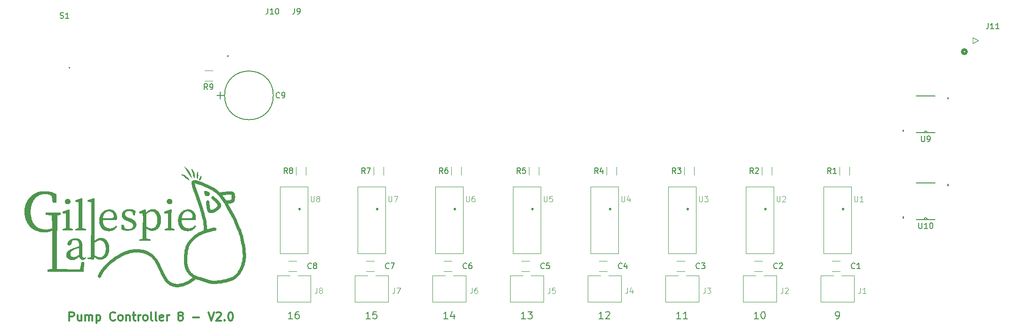
<source format=gbr>
%TF.GenerationSoftware,KiCad,Pcbnew,8.0.4*%
%TF.CreationDate,2024-09-16T12:53:31-07:00*%
%TF.ProjectId,PumpController8,50756d70-436f-46e7-9472-6f6c6c657238,rev?*%
%TF.SameCoordinates,Original*%
%TF.FileFunction,Legend,Top*%
%TF.FilePolarity,Positive*%
%FSLAX46Y46*%
G04 Gerber Fmt 4.6, Leading zero omitted, Abs format (unit mm)*
G04 Created by KiCad (PCBNEW 8.0.4) date 2024-09-16 12:53:31*
%MOMM*%
%LPD*%
G01*
G04 APERTURE LIST*
%ADD10C,0.152400*%
%ADD11C,0.300000*%
%ADD12C,0.150000*%
%ADD13C,0.100000*%
%ADD14C,0.200000*%
%ADD15C,0.508000*%
%ADD16C,0.120000*%
%ADD17C,0.250000*%
%ADD18C,0.000000*%
%ADD19C,0.634999*%
G04 APERTURE END LIST*
D10*
X128663095Y-117419601D02*
X127937380Y-117419601D01*
X128300237Y-117419601D02*
X128300237Y-116149601D01*
X128300237Y-116149601D02*
X128179285Y-116331029D01*
X128179285Y-116331029D02*
X128058333Y-116451982D01*
X128058333Y-116451982D02*
X127937380Y-116512458D01*
X129751666Y-116149601D02*
X129509761Y-116149601D01*
X129509761Y-116149601D02*
X129388809Y-116210077D01*
X129388809Y-116210077D02*
X129328333Y-116270553D01*
X129328333Y-116270553D02*
X129207380Y-116451982D01*
X129207380Y-116451982D02*
X129146904Y-116693886D01*
X129146904Y-116693886D02*
X129146904Y-117177696D01*
X129146904Y-117177696D02*
X129207380Y-117298648D01*
X129207380Y-117298648D02*
X129267857Y-117359125D01*
X129267857Y-117359125D02*
X129388809Y-117419601D01*
X129388809Y-117419601D02*
X129630714Y-117419601D01*
X129630714Y-117419601D02*
X129751666Y-117359125D01*
X129751666Y-117359125D02*
X129812142Y-117298648D01*
X129812142Y-117298648D02*
X129872619Y-117177696D01*
X129872619Y-117177696D02*
X129872619Y-116875315D01*
X129872619Y-116875315D02*
X129812142Y-116754363D01*
X129812142Y-116754363D02*
X129751666Y-116693886D01*
X129751666Y-116693886D02*
X129630714Y-116633410D01*
X129630714Y-116633410D02*
X129388809Y-116633410D01*
X129388809Y-116633410D02*
X129267857Y-116693886D01*
X129267857Y-116693886D02*
X129207380Y-116754363D01*
X129207380Y-116754363D02*
X129146904Y-116875315D01*
X142633095Y-117419601D02*
X141907380Y-117419601D01*
X142270237Y-117419601D02*
X142270237Y-116149601D01*
X142270237Y-116149601D02*
X142149285Y-116331029D01*
X142149285Y-116331029D02*
X142028333Y-116451982D01*
X142028333Y-116451982D02*
X141907380Y-116512458D01*
X143782142Y-116149601D02*
X143177380Y-116149601D01*
X143177380Y-116149601D02*
X143116904Y-116754363D01*
X143116904Y-116754363D02*
X143177380Y-116693886D01*
X143177380Y-116693886D02*
X143298333Y-116633410D01*
X143298333Y-116633410D02*
X143600714Y-116633410D01*
X143600714Y-116633410D02*
X143721666Y-116693886D01*
X143721666Y-116693886D02*
X143782142Y-116754363D01*
X143782142Y-116754363D02*
X143842619Y-116875315D01*
X143842619Y-116875315D02*
X143842619Y-117177696D01*
X143842619Y-117177696D02*
X143782142Y-117298648D01*
X143782142Y-117298648D02*
X143721666Y-117359125D01*
X143721666Y-117359125D02*
X143600714Y-117419601D01*
X143600714Y-117419601D02*
X143298333Y-117419601D01*
X143298333Y-117419601D02*
X143177380Y-117359125D01*
X143177380Y-117359125D02*
X143116904Y-117298648D01*
X156603095Y-117419601D02*
X155877380Y-117419601D01*
X156240237Y-117419601D02*
X156240237Y-116149601D01*
X156240237Y-116149601D02*
X156119285Y-116331029D01*
X156119285Y-116331029D02*
X155998333Y-116451982D01*
X155998333Y-116451982D02*
X155877380Y-116512458D01*
X157691666Y-116572934D02*
X157691666Y-117419601D01*
X157389285Y-116089125D02*
X157086904Y-116996267D01*
X157086904Y-116996267D02*
X157873095Y-116996267D01*
X170573095Y-117419601D02*
X169847380Y-117419601D01*
X170210237Y-117419601D02*
X170210237Y-116149601D01*
X170210237Y-116149601D02*
X170089285Y-116331029D01*
X170089285Y-116331029D02*
X169968333Y-116451982D01*
X169968333Y-116451982D02*
X169847380Y-116512458D01*
X170996428Y-116149601D02*
X171782619Y-116149601D01*
X171782619Y-116149601D02*
X171359285Y-116633410D01*
X171359285Y-116633410D02*
X171540714Y-116633410D01*
X171540714Y-116633410D02*
X171661666Y-116693886D01*
X171661666Y-116693886D02*
X171722142Y-116754363D01*
X171722142Y-116754363D02*
X171782619Y-116875315D01*
X171782619Y-116875315D02*
X171782619Y-117177696D01*
X171782619Y-117177696D02*
X171722142Y-117298648D01*
X171722142Y-117298648D02*
X171661666Y-117359125D01*
X171661666Y-117359125D02*
X171540714Y-117419601D01*
X171540714Y-117419601D02*
X171177857Y-117419601D01*
X171177857Y-117419601D02*
X171056904Y-117359125D01*
X171056904Y-117359125D02*
X170996428Y-117298648D01*
X184543095Y-117419601D02*
X183817380Y-117419601D01*
X184180237Y-117419601D02*
X184180237Y-116149601D01*
X184180237Y-116149601D02*
X184059285Y-116331029D01*
X184059285Y-116331029D02*
X183938333Y-116451982D01*
X183938333Y-116451982D02*
X183817380Y-116512458D01*
X185026904Y-116270553D02*
X185087380Y-116210077D01*
X185087380Y-116210077D02*
X185208333Y-116149601D01*
X185208333Y-116149601D02*
X185510714Y-116149601D01*
X185510714Y-116149601D02*
X185631666Y-116210077D01*
X185631666Y-116210077D02*
X185692142Y-116270553D01*
X185692142Y-116270553D02*
X185752619Y-116391505D01*
X185752619Y-116391505D02*
X185752619Y-116512458D01*
X185752619Y-116512458D02*
X185692142Y-116693886D01*
X185692142Y-116693886D02*
X184966428Y-117419601D01*
X184966428Y-117419601D02*
X185752619Y-117419601D01*
X198513095Y-117419601D02*
X197787380Y-117419601D01*
X198150237Y-117419601D02*
X198150237Y-116149601D01*
X198150237Y-116149601D02*
X198029285Y-116331029D01*
X198029285Y-116331029D02*
X197908333Y-116451982D01*
X197908333Y-116451982D02*
X197787380Y-116512458D01*
X199722619Y-117419601D02*
X198996904Y-117419601D01*
X199359761Y-117419601D02*
X199359761Y-116149601D01*
X199359761Y-116149601D02*
X199238809Y-116331029D01*
X199238809Y-116331029D02*
X199117857Y-116451982D01*
X199117857Y-116451982D02*
X198996904Y-116512458D01*
X212483095Y-117419601D02*
X211757380Y-117419601D01*
X212120237Y-117419601D02*
X212120237Y-116149601D01*
X212120237Y-116149601D02*
X211999285Y-116331029D01*
X211999285Y-116331029D02*
X211878333Y-116451982D01*
X211878333Y-116451982D02*
X211757380Y-116512458D01*
X213269285Y-116149601D02*
X213390238Y-116149601D01*
X213390238Y-116149601D02*
X213511190Y-116210077D01*
X213511190Y-116210077D02*
X213571666Y-116270553D01*
X213571666Y-116270553D02*
X213632142Y-116391505D01*
X213632142Y-116391505D02*
X213692619Y-116633410D01*
X213692619Y-116633410D02*
X213692619Y-116935791D01*
X213692619Y-116935791D02*
X213632142Y-117177696D01*
X213632142Y-117177696D02*
X213571666Y-117298648D01*
X213571666Y-117298648D02*
X213511190Y-117359125D01*
X213511190Y-117359125D02*
X213390238Y-117419601D01*
X213390238Y-117419601D02*
X213269285Y-117419601D01*
X213269285Y-117419601D02*
X213148333Y-117359125D01*
X213148333Y-117359125D02*
X213087857Y-117298648D01*
X213087857Y-117298648D02*
X213027380Y-117177696D01*
X213027380Y-117177696D02*
X212966904Y-116935791D01*
X212966904Y-116935791D02*
X212966904Y-116633410D01*
X212966904Y-116633410D02*
X213027380Y-116391505D01*
X213027380Y-116391505D02*
X213087857Y-116270553D01*
X213087857Y-116270553D02*
X213148333Y-116210077D01*
X213148333Y-116210077D02*
X213269285Y-116149601D01*
X226453095Y-117419601D02*
X226694999Y-117419601D01*
X226694999Y-117419601D02*
X226815952Y-117359125D01*
X226815952Y-117359125D02*
X226876428Y-117298648D01*
X226876428Y-117298648D02*
X226997380Y-117117220D01*
X226997380Y-117117220D02*
X227057857Y-116875315D01*
X227057857Y-116875315D02*
X227057857Y-116391505D01*
X227057857Y-116391505D02*
X226997380Y-116270553D01*
X226997380Y-116270553D02*
X226936904Y-116210077D01*
X226936904Y-116210077D02*
X226815952Y-116149601D01*
X226815952Y-116149601D02*
X226574047Y-116149601D01*
X226574047Y-116149601D02*
X226453095Y-116210077D01*
X226453095Y-116210077D02*
X226392618Y-116270553D01*
X226392618Y-116270553D02*
X226332142Y-116391505D01*
X226332142Y-116391505D02*
X226332142Y-116693886D01*
X226332142Y-116693886D02*
X226392618Y-116814839D01*
X226392618Y-116814839D02*
X226453095Y-116875315D01*
X226453095Y-116875315D02*
X226574047Y-116935791D01*
X226574047Y-116935791D02*
X226815952Y-116935791D01*
X226815952Y-116935791D02*
X226936904Y-116875315D01*
X226936904Y-116875315D02*
X226997380Y-116814839D01*
X226997380Y-116814839D02*
X227057857Y-116693886D01*
D11*
X88508929Y-117742828D02*
X88508929Y-116242828D01*
X88508929Y-116242828D02*
X89080358Y-116242828D01*
X89080358Y-116242828D02*
X89223215Y-116314257D01*
X89223215Y-116314257D02*
X89294644Y-116385685D01*
X89294644Y-116385685D02*
X89366072Y-116528542D01*
X89366072Y-116528542D02*
X89366072Y-116742828D01*
X89366072Y-116742828D02*
X89294644Y-116885685D01*
X89294644Y-116885685D02*
X89223215Y-116957114D01*
X89223215Y-116957114D02*
X89080358Y-117028542D01*
X89080358Y-117028542D02*
X88508929Y-117028542D01*
X90651787Y-116742828D02*
X90651787Y-117742828D01*
X90008929Y-116742828D02*
X90008929Y-117528542D01*
X90008929Y-117528542D02*
X90080358Y-117671400D01*
X90080358Y-117671400D02*
X90223215Y-117742828D01*
X90223215Y-117742828D02*
X90437501Y-117742828D01*
X90437501Y-117742828D02*
X90580358Y-117671400D01*
X90580358Y-117671400D02*
X90651787Y-117599971D01*
X91366072Y-117742828D02*
X91366072Y-116742828D01*
X91366072Y-116885685D02*
X91437501Y-116814257D01*
X91437501Y-116814257D02*
X91580358Y-116742828D01*
X91580358Y-116742828D02*
X91794644Y-116742828D01*
X91794644Y-116742828D02*
X91937501Y-116814257D01*
X91937501Y-116814257D02*
X92008930Y-116957114D01*
X92008930Y-116957114D02*
X92008930Y-117742828D01*
X92008930Y-116957114D02*
X92080358Y-116814257D01*
X92080358Y-116814257D02*
X92223215Y-116742828D01*
X92223215Y-116742828D02*
X92437501Y-116742828D01*
X92437501Y-116742828D02*
X92580358Y-116814257D01*
X92580358Y-116814257D02*
X92651787Y-116957114D01*
X92651787Y-116957114D02*
X92651787Y-117742828D01*
X93366072Y-116742828D02*
X93366072Y-118242828D01*
X93366072Y-116814257D02*
X93508930Y-116742828D01*
X93508930Y-116742828D02*
X93794644Y-116742828D01*
X93794644Y-116742828D02*
X93937501Y-116814257D01*
X93937501Y-116814257D02*
X94008930Y-116885685D01*
X94008930Y-116885685D02*
X94080358Y-117028542D01*
X94080358Y-117028542D02*
X94080358Y-117457114D01*
X94080358Y-117457114D02*
X94008930Y-117599971D01*
X94008930Y-117599971D02*
X93937501Y-117671400D01*
X93937501Y-117671400D02*
X93794644Y-117742828D01*
X93794644Y-117742828D02*
X93508930Y-117742828D01*
X93508930Y-117742828D02*
X93366072Y-117671400D01*
X96723215Y-117599971D02*
X96651787Y-117671400D01*
X96651787Y-117671400D02*
X96437501Y-117742828D01*
X96437501Y-117742828D02*
X96294644Y-117742828D01*
X96294644Y-117742828D02*
X96080358Y-117671400D01*
X96080358Y-117671400D02*
X95937501Y-117528542D01*
X95937501Y-117528542D02*
X95866072Y-117385685D01*
X95866072Y-117385685D02*
X95794644Y-117099971D01*
X95794644Y-117099971D02*
X95794644Y-116885685D01*
X95794644Y-116885685D02*
X95866072Y-116599971D01*
X95866072Y-116599971D02*
X95937501Y-116457114D01*
X95937501Y-116457114D02*
X96080358Y-116314257D01*
X96080358Y-116314257D02*
X96294644Y-116242828D01*
X96294644Y-116242828D02*
X96437501Y-116242828D01*
X96437501Y-116242828D02*
X96651787Y-116314257D01*
X96651787Y-116314257D02*
X96723215Y-116385685D01*
X97580358Y-117742828D02*
X97437501Y-117671400D01*
X97437501Y-117671400D02*
X97366072Y-117599971D01*
X97366072Y-117599971D02*
X97294644Y-117457114D01*
X97294644Y-117457114D02*
X97294644Y-117028542D01*
X97294644Y-117028542D02*
X97366072Y-116885685D01*
X97366072Y-116885685D02*
X97437501Y-116814257D01*
X97437501Y-116814257D02*
X97580358Y-116742828D01*
X97580358Y-116742828D02*
X97794644Y-116742828D01*
X97794644Y-116742828D02*
X97937501Y-116814257D01*
X97937501Y-116814257D02*
X98008930Y-116885685D01*
X98008930Y-116885685D02*
X98080358Y-117028542D01*
X98080358Y-117028542D02*
X98080358Y-117457114D01*
X98080358Y-117457114D02*
X98008930Y-117599971D01*
X98008930Y-117599971D02*
X97937501Y-117671400D01*
X97937501Y-117671400D02*
X97794644Y-117742828D01*
X97794644Y-117742828D02*
X97580358Y-117742828D01*
X98723215Y-116742828D02*
X98723215Y-117742828D01*
X98723215Y-116885685D02*
X98794644Y-116814257D01*
X98794644Y-116814257D02*
X98937501Y-116742828D01*
X98937501Y-116742828D02*
X99151787Y-116742828D01*
X99151787Y-116742828D02*
X99294644Y-116814257D01*
X99294644Y-116814257D02*
X99366073Y-116957114D01*
X99366073Y-116957114D02*
X99366073Y-117742828D01*
X99866073Y-116742828D02*
X100437501Y-116742828D01*
X100080358Y-116242828D02*
X100080358Y-117528542D01*
X100080358Y-117528542D02*
X100151787Y-117671400D01*
X100151787Y-117671400D02*
X100294644Y-117742828D01*
X100294644Y-117742828D02*
X100437501Y-117742828D01*
X100937501Y-117742828D02*
X100937501Y-116742828D01*
X100937501Y-117028542D02*
X101008930Y-116885685D01*
X101008930Y-116885685D02*
X101080359Y-116814257D01*
X101080359Y-116814257D02*
X101223216Y-116742828D01*
X101223216Y-116742828D02*
X101366073Y-116742828D01*
X102080358Y-117742828D02*
X101937501Y-117671400D01*
X101937501Y-117671400D02*
X101866072Y-117599971D01*
X101866072Y-117599971D02*
X101794644Y-117457114D01*
X101794644Y-117457114D02*
X101794644Y-117028542D01*
X101794644Y-117028542D02*
X101866072Y-116885685D01*
X101866072Y-116885685D02*
X101937501Y-116814257D01*
X101937501Y-116814257D02*
X102080358Y-116742828D01*
X102080358Y-116742828D02*
X102294644Y-116742828D01*
X102294644Y-116742828D02*
X102437501Y-116814257D01*
X102437501Y-116814257D02*
X102508930Y-116885685D01*
X102508930Y-116885685D02*
X102580358Y-117028542D01*
X102580358Y-117028542D02*
X102580358Y-117457114D01*
X102580358Y-117457114D02*
X102508930Y-117599971D01*
X102508930Y-117599971D02*
X102437501Y-117671400D01*
X102437501Y-117671400D02*
X102294644Y-117742828D01*
X102294644Y-117742828D02*
X102080358Y-117742828D01*
X103437501Y-117742828D02*
X103294644Y-117671400D01*
X103294644Y-117671400D02*
X103223215Y-117528542D01*
X103223215Y-117528542D02*
X103223215Y-116242828D01*
X104223215Y-117742828D02*
X104080358Y-117671400D01*
X104080358Y-117671400D02*
X104008929Y-117528542D01*
X104008929Y-117528542D02*
X104008929Y-116242828D01*
X105366072Y-117671400D02*
X105223215Y-117742828D01*
X105223215Y-117742828D02*
X104937501Y-117742828D01*
X104937501Y-117742828D02*
X104794643Y-117671400D01*
X104794643Y-117671400D02*
X104723215Y-117528542D01*
X104723215Y-117528542D02*
X104723215Y-116957114D01*
X104723215Y-116957114D02*
X104794643Y-116814257D01*
X104794643Y-116814257D02*
X104937501Y-116742828D01*
X104937501Y-116742828D02*
X105223215Y-116742828D01*
X105223215Y-116742828D02*
X105366072Y-116814257D01*
X105366072Y-116814257D02*
X105437501Y-116957114D01*
X105437501Y-116957114D02*
X105437501Y-117099971D01*
X105437501Y-117099971D02*
X104723215Y-117242828D01*
X106080357Y-117742828D02*
X106080357Y-116742828D01*
X106080357Y-117028542D02*
X106151786Y-116885685D01*
X106151786Y-116885685D02*
X106223215Y-116814257D01*
X106223215Y-116814257D02*
X106366072Y-116742828D01*
X106366072Y-116742828D02*
X106508929Y-116742828D01*
X108366071Y-116885685D02*
X108223214Y-116814257D01*
X108223214Y-116814257D02*
X108151785Y-116742828D01*
X108151785Y-116742828D02*
X108080357Y-116599971D01*
X108080357Y-116599971D02*
X108080357Y-116528542D01*
X108080357Y-116528542D02*
X108151785Y-116385685D01*
X108151785Y-116385685D02*
X108223214Y-116314257D01*
X108223214Y-116314257D02*
X108366071Y-116242828D01*
X108366071Y-116242828D02*
X108651785Y-116242828D01*
X108651785Y-116242828D02*
X108794643Y-116314257D01*
X108794643Y-116314257D02*
X108866071Y-116385685D01*
X108866071Y-116385685D02*
X108937500Y-116528542D01*
X108937500Y-116528542D02*
X108937500Y-116599971D01*
X108937500Y-116599971D02*
X108866071Y-116742828D01*
X108866071Y-116742828D02*
X108794643Y-116814257D01*
X108794643Y-116814257D02*
X108651785Y-116885685D01*
X108651785Y-116885685D02*
X108366071Y-116885685D01*
X108366071Y-116885685D02*
X108223214Y-116957114D01*
X108223214Y-116957114D02*
X108151785Y-117028542D01*
X108151785Y-117028542D02*
X108080357Y-117171400D01*
X108080357Y-117171400D02*
X108080357Y-117457114D01*
X108080357Y-117457114D02*
X108151785Y-117599971D01*
X108151785Y-117599971D02*
X108223214Y-117671400D01*
X108223214Y-117671400D02*
X108366071Y-117742828D01*
X108366071Y-117742828D02*
X108651785Y-117742828D01*
X108651785Y-117742828D02*
X108794643Y-117671400D01*
X108794643Y-117671400D02*
X108866071Y-117599971D01*
X108866071Y-117599971D02*
X108937500Y-117457114D01*
X108937500Y-117457114D02*
X108937500Y-117171400D01*
X108937500Y-117171400D02*
X108866071Y-117028542D01*
X108866071Y-117028542D02*
X108794643Y-116957114D01*
X108794643Y-116957114D02*
X108651785Y-116885685D01*
X110723213Y-117171400D02*
X111866071Y-117171400D01*
X113508928Y-116242828D02*
X114008928Y-117742828D01*
X114008928Y-117742828D02*
X114508928Y-116242828D01*
X114937499Y-116385685D02*
X115008927Y-116314257D01*
X115008927Y-116314257D02*
X115151785Y-116242828D01*
X115151785Y-116242828D02*
X115508927Y-116242828D01*
X115508927Y-116242828D02*
X115651785Y-116314257D01*
X115651785Y-116314257D02*
X115723213Y-116385685D01*
X115723213Y-116385685D02*
X115794642Y-116528542D01*
X115794642Y-116528542D02*
X115794642Y-116671400D01*
X115794642Y-116671400D02*
X115723213Y-116885685D01*
X115723213Y-116885685D02*
X114866070Y-117742828D01*
X114866070Y-117742828D02*
X115794642Y-117742828D01*
X116437498Y-117599971D02*
X116508927Y-117671400D01*
X116508927Y-117671400D02*
X116437498Y-117742828D01*
X116437498Y-117742828D02*
X116366070Y-117671400D01*
X116366070Y-117671400D02*
X116437498Y-117599971D01*
X116437498Y-117599971D02*
X116437498Y-117742828D01*
X117437499Y-116242828D02*
X117580356Y-116242828D01*
X117580356Y-116242828D02*
X117723213Y-116314257D01*
X117723213Y-116314257D02*
X117794642Y-116385685D01*
X117794642Y-116385685D02*
X117866070Y-116528542D01*
X117866070Y-116528542D02*
X117937499Y-116814257D01*
X117937499Y-116814257D02*
X117937499Y-117171400D01*
X117937499Y-117171400D02*
X117866070Y-117457114D01*
X117866070Y-117457114D02*
X117794642Y-117599971D01*
X117794642Y-117599971D02*
X117723213Y-117671400D01*
X117723213Y-117671400D02*
X117580356Y-117742828D01*
X117580356Y-117742828D02*
X117437499Y-117742828D01*
X117437499Y-117742828D02*
X117294642Y-117671400D01*
X117294642Y-117671400D02*
X117223213Y-117599971D01*
X117223213Y-117599971D02*
X117151784Y-117457114D01*
X117151784Y-117457114D02*
X117080356Y-117171400D01*
X117080356Y-117171400D02*
X117080356Y-116814257D01*
X117080356Y-116814257D02*
X117151784Y-116528542D01*
X117151784Y-116528542D02*
X117223213Y-116385685D01*
X117223213Y-116385685D02*
X117294642Y-116314257D01*
X117294642Y-116314257D02*
X117437499Y-116242828D01*
D12*
X124210476Y-61564169D02*
X124210476Y-62278454D01*
X124210476Y-62278454D02*
X124162857Y-62421311D01*
X124162857Y-62421311D02*
X124067619Y-62516550D01*
X124067619Y-62516550D02*
X123924762Y-62564169D01*
X123924762Y-62564169D02*
X123829524Y-62564169D01*
X125210476Y-62564169D02*
X124639048Y-62564169D01*
X124924762Y-62564169D02*
X124924762Y-61564169D01*
X124924762Y-61564169D02*
X124829524Y-61707026D01*
X124829524Y-61707026D02*
X124734286Y-61802264D01*
X124734286Y-61802264D02*
X124639048Y-61849883D01*
X125829524Y-61564169D02*
X125924762Y-61564169D01*
X125924762Y-61564169D02*
X126020000Y-61611788D01*
X126020000Y-61611788D02*
X126067619Y-61659407D01*
X126067619Y-61659407D02*
X126115238Y-61754645D01*
X126115238Y-61754645D02*
X126162857Y-61945121D01*
X126162857Y-61945121D02*
X126162857Y-62183216D01*
X126162857Y-62183216D02*
X126115238Y-62373692D01*
X126115238Y-62373692D02*
X126067619Y-62468930D01*
X126067619Y-62468930D02*
X126020000Y-62516550D01*
X126020000Y-62516550D02*
X125924762Y-62564169D01*
X125924762Y-62564169D02*
X125829524Y-62564169D01*
X125829524Y-62564169D02*
X125734286Y-62516550D01*
X125734286Y-62516550D02*
X125686667Y-62468930D01*
X125686667Y-62468930D02*
X125639048Y-62373692D01*
X125639048Y-62373692D02*
X125591429Y-62183216D01*
X125591429Y-62183216D02*
X125591429Y-61945121D01*
X125591429Y-61945121D02*
X125639048Y-61754645D01*
X125639048Y-61754645D02*
X125686667Y-61659407D01*
X125686667Y-61659407D02*
X125734286Y-61611788D01*
X125734286Y-61611788D02*
X125829524Y-61564169D01*
X126325333Y-77575580D02*
X126277714Y-77623200D01*
X126277714Y-77623200D02*
X126134857Y-77670819D01*
X126134857Y-77670819D02*
X126039619Y-77670819D01*
X126039619Y-77670819D02*
X125896762Y-77623200D01*
X125896762Y-77623200D02*
X125801524Y-77527961D01*
X125801524Y-77527961D02*
X125753905Y-77432723D01*
X125753905Y-77432723D02*
X125706286Y-77242247D01*
X125706286Y-77242247D02*
X125706286Y-77099390D01*
X125706286Y-77099390D02*
X125753905Y-76908914D01*
X125753905Y-76908914D02*
X125801524Y-76813676D01*
X125801524Y-76813676D02*
X125896762Y-76718438D01*
X125896762Y-76718438D02*
X126039619Y-76670819D01*
X126039619Y-76670819D02*
X126134857Y-76670819D01*
X126134857Y-76670819D02*
X126277714Y-76718438D01*
X126277714Y-76718438D02*
X126325333Y-76766057D01*
X126801524Y-77670819D02*
X126992000Y-77670819D01*
X126992000Y-77670819D02*
X127087238Y-77623200D01*
X127087238Y-77623200D02*
X127134857Y-77575580D01*
X127134857Y-77575580D02*
X127230095Y-77432723D01*
X127230095Y-77432723D02*
X127277714Y-77242247D01*
X127277714Y-77242247D02*
X127277714Y-76861295D01*
X127277714Y-76861295D02*
X127230095Y-76766057D01*
X127230095Y-76766057D02*
X127182476Y-76718438D01*
X127182476Y-76718438D02*
X127087238Y-76670819D01*
X127087238Y-76670819D02*
X126896762Y-76670819D01*
X126896762Y-76670819D02*
X126801524Y-76718438D01*
X126801524Y-76718438D02*
X126753905Y-76766057D01*
X126753905Y-76766057D02*
X126706286Y-76861295D01*
X126706286Y-76861295D02*
X126706286Y-77099390D01*
X126706286Y-77099390D02*
X126753905Y-77194628D01*
X126753905Y-77194628D02*
X126801524Y-77242247D01*
X126801524Y-77242247D02*
X126896762Y-77289866D01*
X126896762Y-77289866D02*
X127087238Y-77289866D01*
X127087238Y-77289866D02*
X127182476Y-77242247D01*
X127182476Y-77242247D02*
X127230095Y-77194628D01*
X127230095Y-77194628D02*
X127277714Y-77099390D01*
X129023266Y-61564169D02*
X129023266Y-62278454D01*
X129023266Y-62278454D02*
X128975647Y-62421311D01*
X128975647Y-62421311D02*
X128880409Y-62516550D01*
X128880409Y-62516550D02*
X128737552Y-62564169D01*
X128737552Y-62564169D02*
X128642314Y-62564169D01*
X129547076Y-62564169D02*
X129737552Y-62564169D01*
X129737552Y-62564169D02*
X129832790Y-62516550D01*
X129832790Y-62516550D02*
X129880409Y-62468930D01*
X129880409Y-62468930D02*
X129975647Y-62326073D01*
X129975647Y-62326073D02*
X130023266Y-62135597D01*
X130023266Y-62135597D02*
X130023266Y-61754645D01*
X130023266Y-61754645D02*
X129975647Y-61659407D01*
X129975647Y-61659407D02*
X129928028Y-61611788D01*
X129928028Y-61611788D02*
X129832790Y-61564169D01*
X129832790Y-61564169D02*
X129642314Y-61564169D01*
X129642314Y-61564169D02*
X129547076Y-61611788D01*
X129547076Y-61611788D02*
X129499457Y-61659407D01*
X129499457Y-61659407D02*
X129451838Y-61754645D01*
X129451838Y-61754645D02*
X129451838Y-61992740D01*
X129451838Y-61992740D02*
X129499457Y-62087978D01*
X129499457Y-62087978D02*
X129547076Y-62135597D01*
X129547076Y-62135597D02*
X129642314Y-62183216D01*
X129642314Y-62183216D02*
X129832790Y-62183216D01*
X129832790Y-62183216D02*
X129928028Y-62135597D01*
X129928028Y-62135597D02*
X129975647Y-62087978D01*
X129975647Y-62087978D02*
X130023266Y-61992740D01*
D13*
X146986666Y-111852419D02*
X146986666Y-112566704D01*
X146986666Y-112566704D02*
X146939047Y-112709561D01*
X146939047Y-112709561D02*
X146843809Y-112804800D01*
X146843809Y-112804800D02*
X146700952Y-112852419D01*
X146700952Y-112852419D02*
X146605714Y-112852419D01*
X147367619Y-111852419D02*
X148034285Y-111852419D01*
X148034285Y-111852419D02*
X147605714Y-112852419D01*
D12*
X229830333Y-108309580D02*
X229782714Y-108357200D01*
X229782714Y-108357200D02*
X229639857Y-108404819D01*
X229639857Y-108404819D02*
X229544619Y-108404819D01*
X229544619Y-108404819D02*
X229401762Y-108357200D01*
X229401762Y-108357200D02*
X229306524Y-108261961D01*
X229306524Y-108261961D02*
X229258905Y-108166723D01*
X229258905Y-108166723D02*
X229211286Y-107976247D01*
X229211286Y-107976247D02*
X229211286Y-107833390D01*
X229211286Y-107833390D02*
X229258905Y-107642914D01*
X229258905Y-107642914D02*
X229306524Y-107547676D01*
X229306524Y-107547676D02*
X229401762Y-107452438D01*
X229401762Y-107452438D02*
X229544619Y-107404819D01*
X229544619Y-107404819D02*
X229639857Y-107404819D01*
X229639857Y-107404819D02*
X229782714Y-107452438D01*
X229782714Y-107452438D02*
X229830333Y-107500057D01*
X230782714Y-108404819D02*
X230211286Y-108404819D01*
X230497000Y-108404819D02*
X230497000Y-107404819D01*
X230497000Y-107404819D02*
X230401762Y-107547676D01*
X230401762Y-107547676D02*
X230306524Y-107642914D01*
X230306524Y-107642914D02*
X230211286Y-107690533D01*
X113371333Y-76146819D02*
X113038000Y-75670628D01*
X112799905Y-76146819D02*
X112799905Y-75146819D01*
X112799905Y-75146819D02*
X113180857Y-75146819D01*
X113180857Y-75146819D02*
X113276095Y-75194438D01*
X113276095Y-75194438D02*
X113323714Y-75242057D01*
X113323714Y-75242057D02*
X113371333Y-75337295D01*
X113371333Y-75337295D02*
X113371333Y-75480152D01*
X113371333Y-75480152D02*
X113323714Y-75575390D01*
X113323714Y-75575390D02*
X113276095Y-75623009D01*
X113276095Y-75623009D02*
X113180857Y-75670628D01*
X113180857Y-75670628D02*
X112799905Y-75670628D01*
X113847524Y-76146819D02*
X114038000Y-76146819D01*
X114038000Y-76146819D02*
X114133238Y-76099200D01*
X114133238Y-76099200D02*
X114180857Y-76051580D01*
X114180857Y-76051580D02*
X114276095Y-75908723D01*
X114276095Y-75908723D02*
X114323714Y-75718247D01*
X114323714Y-75718247D02*
X114323714Y-75337295D01*
X114323714Y-75337295D02*
X114276095Y-75242057D01*
X114276095Y-75242057D02*
X114228476Y-75194438D01*
X114228476Y-75194438D02*
X114133238Y-75146819D01*
X114133238Y-75146819D02*
X113942762Y-75146819D01*
X113942762Y-75146819D02*
X113847524Y-75194438D01*
X113847524Y-75194438D02*
X113799905Y-75242057D01*
X113799905Y-75242057D02*
X113752286Y-75337295D01*
X113752286Y-75337295D02*
X113752286Y-75575390D01*
X113752286Y-75575390D02*
X113799905Y-75670628D01*
X113799905Y-75670628D02*
X113847524Y-75718247D01*
X113847524Y-75718247D02*
X113942762Y-75765866D01*
X113942762Y-75765866D02*
X114133238Y-75765866D01*
X114133238Y-75765866D02*
X114228476Y-75718247D01*
X114228476Y-75718247D02*
X114276095Y-75670628D01*
X114276095Y-75670628D02*
X114323714Y-75575390D01*
D13*
X187833095Y-95342419D02*
X187833095Y-96151942D01*
X187833095Y-96151942D02*
X187880714Y-96247180D01*
X187880714Y-96247180D02*
X187928333Y-96294800D01*
X187928333Y-96294800D02*
X188023571Y-96342419D01*
X188023571Y-96342419D02*
X188214047Y-96342419D01*
X188214047Y-96342419D02*
X188309285Y-96294800D01*
X188309285Y-96294800D02*
X188356904Y-96247180D01*
X188356904Y-96247180D02*
X188404523Y-96151942D01*
X188404523Y-96151942D02*
X188404523Y-95342419D01*
X189309285Y-95675752D02*
X189309285Y-96342419D01*
X189071190Y-95294800D02*
X188833095Y-96009085D01*
X188833095Y-96009085D02*
X189452142Y-96009085D01*
D12*
X127722333Y-91259819D02*
X127389000Y-90783628D01*
X127150905Y-91259819D02*
X127150905Y-90259819D01*
X127150905Y-90259819D02*
X127531857Y-90259819D01*
X127531857Y-90259819D02*
X127627095Y-90307438D01*
X127627095Y-90307438D02*
X127674714Y-90355057D01*
X127674714Y-90355057D02*
X127722333Y-90450295D01*
X127722333Y-90450295D02*
X127722333Y-90593152D01*
X127722333Y-90593152D02*
X127674714Y-90688390D01*
X127674714Y-90688390D02*
X127627095Y-90736009D01*
X127627095Y-90736009D02*
X127531857Y-90783628D01*
X127531857Y-90783628D02*
X127150905Y-90783628D01*
X128293762Y-90688390D02*
X128198524Y-90640771D01*
X128198524Y-90640771D02*
X128150905Y-90593152D01*
X128150905Y-90593152D02*
X128103286Y-90497914D01*
X128103286Y-90497914D02*
X128103286Y-90450295D01*
X128103286Y-90450295D02*
X128150905Y-90355057D01*
X128150905Y-90355057D02*
X128198524Y-90307438D01*
X128198524Y-90307438D02*
X128293762Y-90259819D01*
X128293762Y-90259819D02*
X128484238Y-90259819D01*
X128484238Y-90259819D02*
X128579476Y-90307438D01*
X128579476Y-90307438D02*
X128627095Y-90355057D01*
X128627095Y-90355057D02*
X128674714Y-90450295D01*
X128674714Y-90450295D02*
X128674714Y-90497914D01*
X128674714Y-90497914D02*
X128627095Y-90593152D01*
X128627095Y-90593152D02*
X128579476Y-90640771D01*
X128579476Y-90640771D02*
X128484238Y-90688390D01*
X128484238Y-90688390D02*
X128293762Y-90688390D01*
X128293762Y-90688390D02*
X128198524Y-90736009D01*
X128198524Y-90736009D02*
X128150905Y-90783628D01*
X128150905Y-90783628D02*
X128103286Y-90878866D01*
X128103286Y-90878866D02*
X128103286Y-91069342D01*
X128103286Y-91069342D02*
X128150905Y-91164580D01*
X128150905Y-91164580D02*
X128198524Y-91212200D01*
X128198524Y-91212200D02*
X128293762Y-91259819D01*
X128293762Y-91259819D02*
X128484238Y-91259819D01*
X128484238Y-91259819D02*
X128579476Y-91212200D01*
X128579476Y-91212200D02*
X128627095Y-91164580D01*
X128627095Y-91164580D02*
X128674714Y-91069342D01*
X128674714Y-91069342D02*
X128674714Y-90878866D01*
X128674714Y-90878866D02*
X128627095Y-90783628D01*
X128627095Y-90783628D02*
X128579476Y-90736009D01*
X128579476Y-90736009D02*
X128484238Y-90688390D01*
X253825476Y-64224819D02*
X253825476Y-64939104D01*
X253825476Y-64939104D02*
X253777857Y-65081961D01*
X253777857Y-65081961D02*
X253682619Y-65177200D01*
X253682619Y-65177200D02*
X253539762Y-65224819D01*
X253539762Y-65224819D02*
X253444524Y-65224819D01*
X254825476Y-65224819D02*
X254254048Y-65224819D01*
X254539762Y-65224819D02*
X254539762Y-64224819D01*
X254539762Y-64224819D02*
X254444524Y-64367676D01*
X254444524Y-64367676D02*
X254349286Y-64462914D01*
X254349286Y-64462914D02*
X254254048Y-64510533D01*
X255777857Y-65224819D02*
X255206429Y-65224819D01*
X255492143Y-65224819D02*
X255492143Y-64224819D01*
X255492143Y-64224819D02*
X255396905Y-64367676D01*
X255396905Y-64367676D02*
X255301667Y-64462914D01*
X255301667Y-64462914D02*
X255206429Y-64510533D01*
X173950333Y-108309580D02*
X173902714Y-108357200D01*
X173902714Y-108357200D02*
X173759857Y-108404819D01*
X173759857Y-108404819D02*
X173664619Y-108404819D01*
X173664619Y-108404819D02*
X173521762Y-108357200D01*
X173521762Y-108357200D02*
X173426524Y-108261961D01*
X173426524Y-108261961D02*
X173378905Y-108166723D01*
X173378905Y-108166723D02*
X173331286Y-107976247D01*
X173331286Y-107976247D02*
X173331286Y-107833390D01*
X173331286Y-107833390D02*
X173378905Y-107642914D01*
X173378905Y-107642914D02*
X173426524Y-107547676D01*
X173426524Y-107547676D02*
X173521762Y-107452438D01*
X173521762Y-107452438D02*
X173664619Y-107404819D01*
X173664619Y-107404819D02*
X173759857Y-107404819D01*
X173759857Y-107404819D02*
X173902714Y-107452438D01*
X173902714Y-107452438D02*
X173950333Y-107500057D01*
X174855095Y-107404819D02*
X174378905Y-107404819D01*
X174378905Y-107404819D02*
X174331286Y-107881009D01*
X174331286Y-107881009D02*
X174378905Y-107833390D01*
X174378905Y-107833390D02*
X174474143Y-107785771D01*
X174474143Y-107785771D02*
X174712238Y-107785771D01*
X174712238Y-107785771D02*
X174807476Y-107833390D01*
X174807476Y-107833390D02*
X174855095Y-107881009D01*
X174855095Y-107881009D02*
X174902714Y-107976247D01*
X174902714Y-107976247D02*
X174902714Y-108214342D01*
X174902714Y-108214342D02*
X174855095Y-108309580D01*
X174855095Y-108309580D02*
X174807476Y-108357200D01*
X174807476Y-108357200D02*
X174712238Y-108404819D01*
X174712238Y-108404819D02*
X174474143Y-108404819D01*
X174474143Y-108404819D02*
X174378905Y-108357200D01*
X174378905Y-108357200D02*
X174331286Y-108309580D01*
X146010333Y-108309580D02*
X145962714Y-108357200D01*
X145962714Y-108357200D02*
X145819857Y-108404819D01*
X145819857Y-108404819D02*
X145724619Y-108404819D01*
X145724619Y-108404819D02*
X145581762Y-108357200D01*
X145581762Y-108357200D02*
X145486524Y-108261961D01*
X145486524Y-108261961D02*
X145438905Y-108166723D01*
X145438905Y-108166723D02*
X145391286Y-107976247D01*
X145391286Y-107976247D02*
X145391286Y-107833390D01*
X145391286Y-107833390D02*
X145438905Y-107642914D01*
X145438905Y-107642914D02*
X145486524Y-107547676D01*
X145486524Y-107547676D02*
X145581762Y-107452438D01*
X145581762Y-107452438D02*
X145724619Y-107404819D01*
X145724619Y-107404819D02*
X145819857Y-107404819D01*
X145819857Y-107404819D02*
X145962714Y-107452438D01*
X145962714Y-107452438D02*
X146010333Y-107500057D01*
X146343667Y-107404819D02*
X147010333Y-107404819D01*
X147010333Y-107404819D02*
X146581762Y-108404819D01*
D13*
X174926666Y-111852419D02*
X174926666Y-112566704D01*
X174926666Y-112566704D02*
X174879047Y-112709561D01*
X174879047Y-112709561D02*
X174783809Y-112804800D01*
X174783809Y-112804800D02*
X174640952Y-112852419D01*
X174640952Y-112852419D02*
X174545714Y-112852419D01*
X175879047Y-111852419D02*
X175402857Y-111852419D01*
X175402857Y-111852419D02*
X175355238Y-112328609D01*
X175355238Y-112328609D02*
X175402857Y-112280990D01*
X175402857Y-112280990D02*
X175498095Y-112233371D01*
X175498095Y-112233371D02*
X175736190Y-112233371D01*
X175736190Y-112233371D02*
X175831428Y-112280990D01*
X175831428Y-112280990D02*
X175879047Y-112328609D01*
X175879047Y-112328609D02*
X175926666Y-112423847D01*
X175926666Y-112423847D02*
X175926666Y-112661942D01*
X175926666Y-112661942D02*
X175879047Y-112757180D01*
X175879047Y-112757180D02*
X175831428Y-112804800D01*
X175831428Y-112804800D02*
X175736190Y-112852419D01*
X175736190Y-112852419D02*
X175498095Y-112852419D01*
X175498095Y-112852419D02*
X175402857Y-112804800D01*
X175402857Y-112804800D02*
X175355238Y-112757180D01*
D12*
X187920333Y-108309580D02*
X187872714Y-108357200D01*
X187872714Y-108357200D02*
X187729857Y-108404819D01*
X187729857Y-108404819D02*
X187634619Y-108404819D01*
X187634619Y-108404819D02*
X187491762Y-108357200D01*
X187491762Y-108357200D02*
X187396524Y-108261961D01*
X187396524Y-108261961D02*
X187348905Y-108166723D01*
X187348905Y-108166723D02*
X187301286Y-107976247D01*
X187301286Y-107976247D02*
X187301286Y-107833390D01*
X187301286Y-107833390D02*
X187348905Y-107642914D01*
X187348905Y-107642914D02*
X187396524Y-107547676D01*
X187396524Y-107547676D02*
X187491762Y-107452438D01*
X187491762Y-107452438D02*
X187634619Y-107404819D01*
X187634619Y-107404819D02*
X187729857Y-107404819D01*
X187729857Y-107404819D02*
X187872714Y-107452438D01*
X187872714Y-107452438D02*
X187920333Y-107500057D01*
X188777476Y-107738152D02*
X188777476Y-108404819D01*
X188539381Y-107357200D02*
X188301286Y-108071485D01*
X188301286Y-108071485D02*
X188920333Y-108071485D01*
X183602333Y-91259819D02*
X183269000Y-90783628D01*
X183030905Y-91259819D02*
X183030905Y-90259819D01*
X183030905Y-90259819D02*
X183411857Y-90259819D01*
X183411857Y-90259819D02*
X183507095Y-90307438D01*
X183507095Y-90307438D02*
X183554714Y-90355057D01*
X183554714Y-90355057D02*
X183602333Y-90450295D01*
X183602333Y-90450295D02*
X183602333Y-90593152D01*
X183602333Y-90593152D02*
X183554714Y-90688390D01*
X183554714Y-90688390D02*
X183507095Y-90736009D01*
X183507095Y-90736009D02*
X183411857Y-90783628D01*
X183411857Y-90783628D02*
X183030905Y-90783628D01*
X184459476Y-90593152D02*
X184459476Y-91259819D01*
X184221381Y-90212200D02*
X183983286Y-90926485D01*
X183983286Y-90926485D02*
X184602333Y-90926485D01*
D13*
X133016666Y-111852419D02*
X133016666Y-112566704D01*
X133016666Y-112566704D02*
X132969047Y-112709561D01*
X132969047Y-112709561D02*
X132873809Y-112804800D01*
X132873809Y-112804800D02*
X132730952Y-112852419D01*
X132730952Y-112852419D02*
X132635714Y-112852419D01*
X133635714Y-112280990D02*
X133540476Y-112233371D01*
X133540476Y-112233371D02*
X133492857Y-112185752D01*
X133492857Y-112185752D02*
X133445238Y-112090514D01*
X133445238Y-112090514D02*
X133445238Y-112042895D01*
X133445238Y-112042895D02*
X133492857Y-111947657D01*
X133492857Y-111947657D02*
X133540476Y-111900038D01*
X133540476Y-111900038D02*
X133635714Y-111852419D01*
X133635714Y-111852419D02*
X133826190Y-111852419D01*
X133826190Y-111852419D02*
X133921428Y-111900038D01*
X133921428Y-111900038D02*
X133969047Y-111947657D01*
X133969047Y-111947657D02*
X134016666Y-112042895D01*
X134016666Y-112042895D02*
X134016666Y-112090514D01*
X134016666Y-112090514D02*
X133969047Y-112185752D01*
X133969047Y-112185752D02*
X133921428Y-112233371D01*
X133921428Y-112233371D02*
X133826190Y-112280990D01*
X133826190Y-112280990D02*
X133635714Y-112280990D01*
X133635714Y-112280990D02*
X133540476Y-112328609D01*
X133540476Y-112328609D02*
X133492857Y-112376228D01*
X133492857Y-112376228D02*
X133445238Y-112471466D01*
X133445238Y-112471466D02*
X133445238Y-112661942D01*
X133445238Y-112661942D02*
X133492857Y-112757180D01*
X133492857Y-112757180D02*
X133540476Y-112804800D01*
X133540476Y-112804800D02*
X133635714Y-112852419D01*
X133635714Y-112852419D02*
X133826190Y-112852419D01*
X133826190Y-112852419D02*
X133921428Y-112804800D01*
X133921428Y-112804800D02*
X133969047Y-112757180D01*
X133969047Y-112757180D02*
X134016666Y-112661942D01*
X134016666Y-112661942D02*
X134016666Y-112471466D01*
X134016666Y-112471466D02*
X133969047Y-112376228D01*
X133969047Y-112376228D02*
X133921428Y-112328609D01*
X133921428Y-112328609D02*
X133826190Y-112280990D01*
X202866666Y-111852419D02*
X202866666Y-112566704D01*
X202866666Y-112566704D02*
X202819047Y-112709561D01*
X202819047Y-112709561D02*
X202723809Y-112804800D01*
X202723809Y-112804800D02*
X202580952Y-112852419D01*
X202580952Y-112852419D02*
X202485714Y-112852419D01*
X203247619Y-111852419D02*
X203866666Y-111852419D01*
X203866666Y-111852419D02*
X203533333Y-112233371D01*
X203533333Y-112233371D02*
X203676190Y-112233371D01*
X203676190Y-112233371D02*
X203771428Y-112280990D01*
X203771428Y-112280990D02*
X203819047Y-112328609D01*
X203819047Y-112328609D02*
X203866666Y-112423847D01*
X203866666Y-112423847D02*
X203866666Y-112661942D01*
X203866666Y-112661942D02*
X203819047Y-112757180D01*
X203819047Y-112757180D02*
X203771428Y-112804800D01*
X203771428Y-112804800D02*
X203676190Y-112852419D01*
X203676190Y-112852419D02*
X203390476Y-112852419D01*
X203390476Y-112852419D02*
X203295238Y-112804800D01*
X203295238Y-112804800D02*
X203247619Y-112757180D01*
X201803095Y-95342419D02*
X201803095Y-96151942D01*
X201803095Y-96151942D02*
X201850714Y-96247180D01*
X201850714Y-96247180D02*
X201898333Y-96294800D01*
X201898333Y-96294800D02*
X201993571Y-96342419D01*
X201993571Y-96342419D02*
X202184047Y-96342419D01*
X202184047Y-96342419D02*
X202279285Y-96294800D01*
X202279285Y-96294800D02*
X202326904Y-96247180D01*
X202326904Y-96247180D02*
X202374523Y-96151942D01*
X202374523Y-96151942D02*
X202374523Y-95342419D01*
X202755476Y-95342419D02*
X203374523Y-95342419D01*
X203374523Y-95342419D02*
X203041190Y-95723371D01*
X203041190Y-95723371D02*
X203184047Y-95723371D01*
X203184047Y-95723371D02*
X203279285Y-95770990D01*
X203279285Y-95770990D02*
X203326904Y-95818609D01*
X203326904Y-95818609D02*
X203374523Y-95913847D01*
X203374523Y-95913847D02*
X203374523Y-96151942D01*
X203374523Y-96151942D02*
X203326904Y-96247180D01*
X203326904Y-96247180D02*
X203279285Y-96294800D01*
X203279285Y-96294800D02*
X203184047Y-96342419D01*
X203184047Y-96342419D02*
X202898333Y-96342419D01*
X202898333Y-96342419D02*
X202803095Y-96294800D01*
X202803095Y-96294800D02*
X202755476Y-96247180D01*
D12*
X159980333Y-108309580D02*
X159932714Y-108357200D01*
X159932714Y-108357200D02*
X159789857Y-108404819D01*
X159789857Y-108404819D02*
X159694619Y-108404819D01*
X159694619Y-108404819D02*
X159551762Y-108357200D01*
X159551762Y-108357200D02*
X159456524Y-108261961D01*
X159456524Y-108261961D02*
X159408905Y-108166723D01*
X159408905Y-108166723D02*
X159361286Y-107976247D01*
X159361286Y-107976247D02*
X159361286Y-107833390D01*
X159361286Y-107833390D02*
X159408905Y-107642914D01*
X159408905Y-107642914D02*
X159456524Y-107547676D01*
X159456524Y-107547676D02*
X159551762Y-107452438D01*
X159551762Y-107452438D02*
X159694619Y-107404819D01*
X159694619Y-107404819D02*
X159789857Y-107404819D01*
X159789857Y-107404819D02*
X159932714Y-107452438D01*
X159932714Y-107452438D02*
X159980333Y-107500057D01*
X160837476Y-107404819D02*
X160647000Y-107404819D01*
X160647000Y-107404819D02*
X160551762Y-107452438D01*
X160551762Y-107452438D02*
X160504143Y-107500057D01*
X160504143Y-107500057D02*
X160408905Y-107642914D01*
X160408905Y-107642914D02*
X160361286Y-107833390D01*
X160361286Y-107833390D02*
X160361286Y-108214342D01*
X160361286Y-108214342D02*
X160408905Y-108309580D01*
X160408905Y-108309580D02*
X160456524Y-108357200D01*
X160456524Y-108357200D02*
X160551762Y-108404819D01*
X160551762Y-108404819D02*
X160742238Y-108404819D01*
X160742238Y-108404819D02*
X160837476Y-108357200D01*
X160837476Y-108357200D02*
X160885095Y-108309580D01*
X160885095Y-108309580D02*
X160932714Y-108214342D01*
X160932714Y-108214342D02*
X160932714Y-107976247D01*
X160932714Y-107976247D02*
X160885095Y-107881009D01*
X160885095Y-107881009D02*
X160837476Y-107833390D01*
X160837476Y-107833390D02*
X160742238Y-107785771D01*
X160742238Y-107785771D02*
X160551762Y-107785771D01*
X160551762Y-107785771D02*
X160456524Y-107833390D01*
X160456524Y-107833390D02*
X160408905Y-107881009D01*
X160408905Y-107881009D02*
X160361286Y-107976247D01*
D13*
X131953095Y-95342419D02*
X131953095Y-96151942D01*
X131953095Y-96151942D02*
X132000714Y-96247180D01*
X132000714Y-96247180D02*
X132048333Y-96294800D01*
X132048333Y-96294800D02*
X132143571Y-96342419D01*
X132143571Y-96342419D02*
X132334047Y-96342419D01*
X132334047Y-96342419D02*
X132429285Y-96294800D01*
X132429285Y-96294800D02*
X132476904Y-96247180D01*
X132476904Y-96247180D02*
X132524523Y-96151942D01*
X132524523Y-96151942D02*
X132524523Y-95342419D01*
X133143571Y-95770990D02*
X133048333Y-95723371D01*
X133048333Y-95723371D02*
X133000714Y-95675752D01*
X133000714Y-95675752D02*
X132953095Y-95580514D01*
X132953095Y-95580514D02*
X132953095Y-95532895D01*
X132953095Y-95532895D02*
X133000714Y-95437657D01*
X133000714Y-95437657D02*
X133048333Y-95390038D01*
X133048333Y-95390038D02*
X133143571Y-95342419D01*
X133143571Y-95342419D02*
X133334047Y-95342419D01*
X133334047Y-95342419D02*
X133429285Y-95390038D01*
X133429285Y-95390038D02*
X133476904Y-95437657D01*
X133476904Y-95437657D02*
X133524523Y-95532895D01*
X133524523Y-95532895D02*
X133524523Y-95580514D01*
X133524523Y-95580514D02*
X133476904Y-95675752D01*
X133476904Y-95675752D02*
X133429285Y-95723371D01*
X133429285Y-95723371D02*
X133334047Y-95770990D01*
X133334047Y-95770990D02*
X133143571Y-95770990D01*
X133143571Y-95770990D02*
X133048333Y-95818609D01*
X133048333Y-95818609D02*
X133000714Y-95866228D01*
X133000714Y-95866228D02*
X132953095Y-95961466D01*
X132953095Y-95961466D02*
X132953095Y-96151942D01*
X132953095Y-96151942D02*
X133000714Y-96247180D01*
X133000714Y-96247180D02*
X133048333Y-96294800D01*
X133048333Y-96294800D02*
X133143571Y-96342419D01*
X133143571Y-96342419D02*
X133334047Y-96342419D01*
X133334047Y-96342419D02*
X133429285Y-96294800D01*
X133429285Y-96294800D02*
X133476904Y-96247180D01*
X133476904Y-96247180D02*
X133524523Y-96151942D01*
X133524523Y-96151942D02*
X133524523Y-95961466D01*
X133524523Y-95961466D02*
X133476904Y-95866228D01*
X133476904Y-95866228D02*
X133429285Y-95818609D01*
X133429285Y-95818609D02*
X133334047Y-95770990D01*
X216836666Y-111852419D02*
X216836666Y-112566704D01*
X216836666Y-112566704D02*
X216789047Y-112709561D01*
X216789047Y-112709561D02*
X216693809Y-112804800D01*
X216693809Y-112804800D02*
X216550952Y-112852419D01*
X216550952Y-112852419D02*
X216455714Y-112852419D01*
X217265238Y-111947657D02*
X217312857Y-111900038D01*
X217312857Y-111900038D02*
X217408095Y-111852419D01*
X217408095Y-111852419D02*
X217646190Y-111852419D01*
X217646190Y-111852419D02*
X217741428Y-111900038D01*
X217741428Y-111900038D02*
X217789047Y-111947657D01*
X217789047Y-111947657D02*
X217836666Y-112042895D01*
X217836666Y-112042895D02*
X217836666Y-112138133D01*
X217836666Y-112138133D02*
X217789047Y-112280990D01*
X217789047Y-112280990D02*
X217217619Y-112852419D01*
X217217619Y-112852419D02*
X217836666Y-112852419D01*
D12*
X169632333Y-91259819D02*
X169299000Y-90783628D01*
X169060905Y-91259819D02*
X169060905Y-90259819D01*
X169060905Y-90259819D02*
X169441857Y-90259819D01*
X169441857Y-90259819D02*
X169537095Y-90307438D01*
X169537095Y-90307438D02*
X169584714Y-90355057D01*
X169584714Y-90355057D02*
X169632333Y-90450295D01*
X169632333Y-90450295D02*
X169632333Y-90593152D01*
X169632333Y-90593152D02*
X169584714Y-90688390D01*
X169584714Y-90688390D02*
X169537095Y-90736009D01*
X169537095Y-90736009D02*
X169441857Y-90783628D01*
X169441857Y-90783628D02*
X169060905Y-90783628D01*
X170537095Y-90259819D02*
X170060905Y-90259819D01*
X170060905Y-90259819D02*
X170013286Y-90736009D01*
X170013286Y-90736009D02*
X170060905Y-90688390D01*
X170060905Y-90688390D02*
X170156143Y-90640771D01*
X170156143Y-90640771D02*
X170394238Y-90640771D01*
X170394238Y-90640771D02*
X170489476Y-90688390D01*
X170489476Y-90688390D02*
X170537095Y-90736009D01*
X170537095Y-90736009D02*
X170584714Y-90831247D01*
X170584714Y-90831247D02*
X170584714Y-91069342D01*
X170584714Y-91069342D02*
X170537095Y-91164580D01*
X170537095Y-91164580D02*
X170489476Y-91212200D01*
X170489476Y-91212200D02*
X170394238Y-91259819D01*
X170394238Y-91259819D02*
X170156143Y-91259819D01*
X170156143Y-91259819D02*
X170060905Y-91212200D01*
X170060905Y-91212200D02*
X170013286Y-91164580D01*
D13*
X160956666Y-111852419D02*
X160956666Y-112566704D01*
X160956666Y-112566704D02*
X160909047Y-112709561D01*
X160909047Y-112709561D02*
X160813809Y-112804800D01*
X160813809Y-112804800D02*
X160670952Y-112852419D01*
X160670952Y-112852419D02*
X160575714Y-112852419D01*
X161861428Y-111852419D02*
X161670952Y-111852419D01*
X161670952Y-111852419D02*
X161575714Y-111900038D01*
X161575714Y-111900038D02*
X161528095Y-111947657D01*
X161528095Y-111947657D02*
X161432857Y-112090514D01*
X161432857Y-112090514D02*
X161385238Y-112280990D01*
X161385238Y-112280990D02*
X161385238Y-112661942D01*
X161385238Y-112661942D02*
X161432857Y-112757180D01*
X161432857Y-112757180D02*
X161480476Y-112804800D01*
X161480476Y-112804800D02*
X161575714Y-112852419D01*
X161575714Y-112852419D02*
X161766190Y-112852419D01*
X161766190Y-112852419D02*
X161861428Y-112804800D01*
X161861428Y-112804800D02*
X161909047Y-112757180D01*
X161909047Y-112757180D02*
X161956666Y-112661942D01*
X161956666Y-112661942D02*
X161956666Y-112423847D01*
X161956666Y-112423847D02*
X161909047Y-112328609D01*
X161909047Y-112328609D02*
X161861428Y-112280990D01*
X161861428Y-112280990D02*
X161766190Y-112233371D01*
X161766190Y-112233371D02*
X161575714Y-112233371D01*
X161575714Y-112233371D02*
X161480476Y-112280990D01*
X161480476Y-112280990D02*
X161432857Y-112328609D01*
X161432857Y-112328609D02*
X161385238Y-112423847D01*
X215773095Y-95342419D02*
X215773095Y-96151942D01*
X215773095Y-96151942D02*
X215820714Y-96247180D01*
X215820714Y-96247180D02*
X215868333Y-96294800D01*
X215868333Y-96294800D02*
X215963571Y-96342419D01*
X215963571Y-96342419D02*
X216154047Y-96342419D01*
X216154047Y-96342419D02*
X216249285Y-96294800D01*
X216249285Y-96294800D02*
X216296904Y-96247180D01*
X216296904Y-96247180D02*
X216344523Y-96151942D01*
X216344523Y-96151942D02*
X216344523Y-95342419D01*
X216773095Y-95437657D02*
X216820714Y-95390038D01*
X216820714Y-95390038D02*
X216915952Y-95342419D01*
X216915952Y-95342419D02*
X217154047Y-95342419D01*
X217154047Y-95342419D02*
X217249285Y-95390038D01*
X217249285Y-95390038D02*
X217296904Y-95437657D01*
X217296904Y-95437657D02*
X217344523Y-95532895D01*
X217344523Y-95532895D02*
X217344523Y-95628133D01*
X217344523Y-95628133D02*
X217296904Y-95770990D01*
X217296904Y-95770990D02*
X216725476Y-96342419D01*
X216725476Y-96342419D02*
X217344523Y-96342419D01*
D12*
X201890333Y-108309580D02*
X201842714Y-108357200D01*
X201842714Y-108357200D02*
X201699857Y-108404819D01*
X201699857Y-108404819D02*
X201604619Y-108404819D01*
X201604619Y-108404819D02*
X201461762Y-108357200D01*
X201461762Y-108357200D02*
X201366524Y-108261961D01*
X201366524Y-108261961D02*
X201318905Y-108166723D01*
X201318905Y-108166723D02*
X201271286Y-107976247D01*
X201271286Y-107976247D02*
X201271286Y-107833390D01*
X201271286Y-107833390D02*
X201318905Y-107642914D01*
X201318905Y-107642914D02*
X201366524Y-107547676D01*
X201366524Y-107547676D02*
X201461762Y-107452438D01*
X201461762Y-107452438D02*
X201604619Y-107404819D01*
X201604619Y-107404819D02*
X201699857Y-107404819D01*
X201699857Y-107404819D02*
X201842714Y-107452438D01*
X201842714Y-107452438D02*
X201890333Y-107500057D01*
X202223667Y-107404819D02*
X202842714Y-107404819D01*
X202842714Y-107404819D02*
X202509381Y-107785771D01*
X202509381Y-107785771D02*
X202652238Y-107785771D01*
X202652238Y-107785771D02*
X202747476Y-107833390D01*
X202747476Y-107833390D02*
X202795095Y-107881009D01*
X202795095Y-107881009D02*
X202842714Y-107976247D01*
X202842714Y-107976247D02*
X202842714Y-108214342D01*
X202842714Y-108214342D02*
X202795095Y-108309580D01*
X202795095Y-108309580D02*
X202747476Y-108357200D01*
X202747476Y-108357200D02*
X202652238Y-108404819D01*
X202652238Y-108404819D02*
X202366524Y-108404819D01*
X202366524Y-108404819D02*
X202271286Y-108357200D01*
X202271286Y-108357200D02*
X202223667Y-108309580D01*
X141692333Y-91259819D02*
X141359000Y-90783628D01*
X141120905Y-91259819D02*
X141120905Y-90259819D01*
X141120905Y-90259819D02*
X141501857Y-90259819D01*
X141501857Y-90259819D02*
X141597095Y-90307438D01*
X141597095Y-90307438D02*
X141644714Y-90355057D01*
X141644714Y-90355057D02*
X141692333Y-90450295D01*
X141692333Y-90450295D02*
X141692333Y-90593152D01*
X141692333Y-90593152D02*
X141644714Y-90688390D01*
X141644714Y-90688390D02*
X141597095Y-90736009D01*
X141597095Y-90736009D02*
X141501857Y-90783628D01*
X141501857Y-90783628D02*
X141120905Y-90783628D01*
X142025667Y-90259819D02*
X142692333Y-90259819D01*
X142692333Y-90259819D02*
X142263762Y-91259819D01*
D13*
X173863095Y-95342419D02*
X173863095Y-96151942D01*
X173863095Y-96151942D02*
X173910714Y-96247180D01*
X173910714Y-96247180D02*
X173958333Y-96294800D01*
X173958333Y-96294800D02*
X174053571Y-96342419D01*
X174053571Y-96342419D02*
X174244047Y-96342419D01*
X174244047Y-96342419D02*
X174339285Y-96294800D01*
X174339285Y-96294800D02*
X174386904Y-96247180D01*
X174386904Y-96247180D02*
X174434523Y-96151942D01*
X174434523Y-96151942D02*
X174434523Y-95342419D01*
X175386904Y-95342419D02*
X174910714Y-95342419D01*
X174910714Y-95342419D02*
X174863095Y-95818609D01*
X174863095Y-95818609D02*
X174910714Y-95770990D01*
X174910714Y-95770990D02*
X175005952Y-95723371D01*
X175005952Y-95723371D02*
X175244047Y-95723371D01*
X175244047Y-95723371D02*
X175339285Y-95770990D01*
X175339285Y-95770990D02*
X175386904Y-95818609D01*
X175386904Y-95818609D02*
X175434523Y-95913847D01*
X175434523Y-95913847D02*
X175434523Y-96151942D01*
X175434523Y-96151942D02*
X175386904Y-96247180D01*
X175386904Y-96247180D02*
X175339285Y-96294800D01*
X175339285Y-96294800D02*
X175244047Y-96342419D01*
X175244047Y-96342419D02*
X175005952Y-96342419D01*
X175005952Y-96342419D02*
X174910714Y-96294800D01*
X174910714Y-96294800D02*
X174863095Y-96247180D01*
D12*
X86868095Y-63272200D02*
X87010952Y-63319819D01*
X87010952Y-63319819D02*
X87249047Y-63319819D01*
X87249047Y-63319819D02*
X87344285Y-63272200D01*
X87344285Y-63272200D02*
X87391904Y-63224580D01*
X87391904Y-63224580D02*
X87439523Y-63129342D01*
X87439523Y-63129342D02*
X87439523Y-63034104D01*
X87439523Y-63034104D02*
X87391904Y-62938866D01*
X87391904Y-62938866D02*
X87344285Y-62891247D01*
X87344285Y-62891247D02*
X87249047Y-62843628D01*
X87249047Y-62843628D02*
X87058571Y-62796009D01*
X87058571Y-62796009D02*
X86963333Y-62748390D01*
X86963333Y-62748390D02*
X86915714Y-62700771D01*
X86915714Y-62700771D02*
X86868095Y-62605533D01*
X86868095Y-62605533D02*
X86868095Y-62510295D01*
X86868095Y-62510295D02*
X86915714Y-62415057D01*
X86915714Y-62415057D02*
X86963333Y-62367438D01*
X86963333Y-62367438D02*
X87058571Y-62319819D01*
X87058571Y-62319819D02*
X87296666Y-62319819D01*
X87296666Y-62319819D02*
X87439523Y-62367438D01*
X88391904Y-63319819D02*
X87820476Y-63319819D01*
X88106190Y-63319819D02*
X88106190Y-62319819D01*
X88106190Y-62319819D02*
X88010952Y-62462676D01*
X88010952Y-62462676D02*
X87915714Y-62557914D01*
X87915714Y-62557914D02*
X87820476Y-62605533D01*
D13*
X229743095Y-95342419D02*
X229743095Y-96151942D01*
X229743095Y-96151942D02*
X229790714Y-96247180D01*
X229790714Y-96247180D02*
X229838333Y-96294800D01*
X229838333Y-96294800D02*
X229933571Y-96342419D01*
X229933571Y-96342419D02*
X230124047Y-96342419D01*
X230124047Y-96342419D02*
X230219285Y-96294800D01*
X230219285Y-96294800D02*
X230266904Y-96247180D01*
X230266904Y-96247180D02*
X230314523Y-96151942D01*
X230314523Y-96151942D02*
X230314523Y-95342419D01*
X231314523Y-96342419D02*
X230743095Y-96342419D01*
X231028809Y-96342419D02*
X231028809Y-95342419D01*
X231028809Y-95342419D02*
X230933571Y-95485276D01*
X230933571Y-95485276D02*
X230838333Y-95580514D01*
X230838333Y-95580514D02*
X230743095Y-95628133D01*
D12*
X211542333Y-91259819D02*
X211209000Y-90783628D01*
X210970905Y-91259819D02*
X210970905Y-90259819D01*
X210970905Y-90259819D02*
X211351857Y-90259819D01*
X211351857Y-90259819D02*
X211447095Y-90307438D01*
X211447095Y-90307438D02*
X211494714Y-90355057D01*
X211494714Y-90355057D02*
X211542333Y-90450295D01*
X211542333Y-90450295D02*
X211542333Y-90593152D01*
X211542333Y-90593152D02*
X211494714Y-90688390D01*
X211494714Y-90688390D02*
X211447095Y-90736009D01*
X211447095Y-90736009D02*
X211351857Y-90783628D01*
X211351857Y-90783628D02*
X210970905Y-90783628D01*
X211923286Y-90355057D02*
X211970905Y-90307438D01*
X211970905Y-90307438D02*
X212066143Y-90259819D01*
X212066143Y-90259819D02*
X212304238Y-90259819D01*
X212304238Y-90259819D02*
X212399476Y-90307438D01*
X212399476Y-90307438D02*
X212447095Y-90355057D01*
X212447095Y-90355057D02*
X212494714Y-90450295D01*
X212494714Y-90450295D02*
X212494714Y-90545533D01*
X212494714Y-90545533D02*
X212447095Y-90688390D01*
X212447095Y-90688390D02*
X211875667Y-91259819D01*
X211875667Y-91259819D02*
X212494714Y-91259819D01*
X241331905Y-100165819D02*
X241331905Y-100975342D01*
X241331905Y-100975342D02*
X241379524Y-101070580D01*
X241379524Y-101070580D02*
X241427143Y-101118200D01*
X241427143Y-101118200D02*
X241522381Y-101165819D01*
X241522381Y-101165819D02*
X241712857Y-101165819D01*
X241712857Y-101165819D02*
X241808095Y-101118200D01*
X241808095Y-101118200D02*
X241855714Y-101070580D01*
X241855714Y-101070580D02*
X241903333Y-100975342D01*
X241903333Y-100975342D02*
X241903333Y-100165819D01*
X242903333Y-101165819D02*
X242331905Y-101165819D01*
X242617619Y-101165819D02*
X242617619Y-100165819D01*
X242617619Y-100165819D02*
X242522381Y-100308676D01*
X242522381Y-100308676D02*
X242427143Y-100403914D01*
X242427143Y-100403914D02*
X242331905Y-100451533D01*
X243522381Y-100165819D02*
X243617619Y-100165819D01*
X243617619Y-100165819D02*
X243712857Y-100213438D01*
X243712857Y-100213438D02*
X243760476Y-100261057D01*
X243760476Y-100261057D02*
X243808095Y-100356295D01*
X243808095Y-100356295D02*
X243855714Y-100546771D01*
X243855714Y-100546771D02*
X243855714Y-100784866D01*
X243855714Y-100784866D02*
X243808095Y-100975342D01*
X243808095Y-100975342D02*
X243760476Y-101070580D01*
X243760476Y-101070580D02*
X243712857Y-101118200D01*
X243712857Y-101118200D02*
X243617619Y-101165819D01*
X243617619Y-101165819D02*
X243522381Y-101165819D01*
X243522381Y-101165819D02*
X243427143Y-101118200D01*
X243427143Y-101118200D02*
X243379524Y-101070580D01*
X243379524Y-101070580D02*
X243331905Y-100975342D01*
X243331905Y-100975342D02*
X243284286Y-100784866D01*
X243284286Y-100784866D02*
X243284286Y-100546771D01*
X243284286Y-100546771D02*
X243331905Y-100356295D01*
X243331905Y-100356295D02*
X243379524Y-100261057D01*
X243379524Y-100261057D02*
X243427143Y-100213438D01*
X243427143Y-100213438D02*
X243522381Y-100165819D01*
D13*
X159893095Y-95342419D02*
X159893095Y-96151942D01*
X159893095Y-96151942D02*
X159940714Y-96247180D01*
X159940714Y-96247180D02*
X159988333Y-96294800D01*
X159988333Y-96294800D02*
X160083571Y-96342419D01*
X160083571Y-96342419D02*
X160274047Y-96342419D01*
X160274047Y-96342419D02*
X160369285Y-96294800D01*
X160369285Y-96294800D02*
X160416904Y-96247180D01*
X160416904Y-96247180D02*
X160464523Y-96151942D01*
X160464523Y-96151942D02*
X160464523Y-95342419D01*
X161369285Y-95342419D02*
X161178809Y-95342419D01*
X161178809Y-95342419D02*
X161083571Y-95390038D01*
X161083571Y-95390038D02*
X161035952Y-95437657D01*
X161035952Y-95437657D02*
X160940714Y-95580514D01*
X160940714Y-95580514D02*
X160893095Y-95770990D01*
X160893095Y-95770990D02*
X160893095Y-96151942D01*
X160893095Y-96151942D02*
X160940714Y-96247180D01*
X160940714Y-96247180D02*
X160988333Y-96294800D01*
X160988333Y-96294800D02*
X161083571Y-96342419D01*
X161083571Y-96342419D02*
X161274047Y-96342419D01*
X161274047Y-96342419D02*
X161369285Y-96294800D01*
X161369285Y-96294800D02*
X161416904Y-96247180D01*
X161416904Y-96247180D02*
X161464523Y-96151942D01*
X161464523Y-96151942D02*
X161464523Y-95913847D01*
X161464523Y-95913847D02*
X161416904Y-95818609D01*
X161416904Y-95818609D02*
X161369285Y-95770990D01*
X161369285Y-95770990D02*
X161274047Y-95723371D01*
X161274047Y-95723371D02*
X161083571Y-95723371D01*
X161083571Y-95723371D02*
X160988333Y-95770990D01*
X160988333Y-95770990D02*
X160940714Y-95818609D01*
X160940714Y-95818609D02*
X160893095Y-95913847D01*
X145923095Y-95342419D02*
X145923095Y-96151942D01*
X145923095Y-96151942D02*
X145970714Y-96247180D01*
X145970714Y-96247180D02*
X146018333Y-96294800D01*
X146018333Y-96294800D02*
X146113571Y-96342419D01*
X146113571Y-96342419D02*
X146304047Y-96342419D01*
X146304047Y-96342419D02*
X146399285Y-96294800D01*
X146399285Y-96294800D02*
X146446904Y-96247180D01*
X146446904Y-96247180D02*
X146494523Y-96151942D01*
X146494523Y-96151942D02*
X146494523Y-95342419D01*
X146875476Y-95342419D02*
X147542142Y-95342419D01*
X147542142Y-95342419D02*
X147113571Y-96342419D01*
X230806666Y-111852419D02*
X230806666Y-112566704D01*
X230806666Y-112566704D02*
X230759047Y-112709561D01*
X230759047Y-112709561D02*
X230663809Y-112804800D01*
X230663809Y-112804800D02*
X230520952Y-112852419D01*
X230520952Y-112852419D02*
X230425714Y-112852419D01*
X231806666Y-112852419D02*
X231235238Y-112852419D01*
X231520952Y-112852419D02*
X231520952Y-111852419D01*
X231520952Y-111852419D02*
X231425714Y-111995276D01*
X231425714Y-111995276D02*
X231330476Y-112090514D01*
X231330476Y-112090514D02*
X231235238Y-112138133D01*
D12*
X215860333Y-108309580D02*
X215812714Y-108357200D01*
X215812714Y-108357200D02*
X215669857Y-108404819D01*
X215669857Y-108404819D02*
X215574619Y-108404819D01*
X215574619Y-108404819D02*
X215431762Y-108357200D01*
X215431762Y-108357200D02*
X215336524Y-108261961D01*
X215336524Y-108261961D02*
X215288905Y-108166723D01*
X215288905Y-108166723D02*
X215241286Y-107976247D01*
X215241286Y-107976247D02*
X215241286Y-107833390D01*
X215241286Y-107833390D02*
X215288905Y-107642914D01*
X215288905Y-107642914D02*
X215336524Y-107547676D01*
X215336524Y-107547676D02*
X215431762Y-107452438D01*
X215431762Y-107452438D02*
X215574619Y-107404819D01*
X215574619Y-107404819D02*
X215669857Y-107404819D01*
X215669857Y-107404819D02*
X215812714Y-107452438D01*
X215812714Y-107452438D02*
X215860333Y-107500057D01*
X216241286Y-107500057D02*
X216288905Y-107452438D01*
X216288905Y-107452438D02*
X216384143Y-107404819D01*
X216384143Y-107404819D02*
X216622238Y-107404819D01*
X216622238Y-107404819D02*
X216717476Y-107452438D01*
X216717476Y-107452438D02*
X216765095Y-107500057D01*
X216765095Y-107500057D02*
X216812714Y-107595295D01*
X216812714Y-107595295D02*
X216812714Y-107690533D01*
X216812714Y-107690533D02*
X216765095Y-107833390D01*
X216765095Y-107833390D02*
X216193667Y-108404819D01*
X216193667Y-108404819D02*
X216812714Y-108404819D01*
D13*
X188896666Y-111852419D02*
X188896666Y-112566704D01*
X188896666Y-112566704D02*
X188849047Y-112709561D01*
X188849047Y-112709561D02*
X188753809Y-112804800D01*
X188753809Y-112804800D02*
X188610952Y-112852419D01*
X188610952Y-112852419D02*
X188515714Y-112852419D01*
X189801428Y-112185752D02*
X189801428Y-112852419D01*
X189563333Y-111804800D02*
X189325238Y-112519085D01*
X189325238Y-112519085D02*
X189944285Y-112519085D01*
D12*
X155662333Y-91259819D02*
X155329000Y-90783628D01*
X155090905Y-91259819D02*
X155090905Y-90259819D01*
X155090905Y-90259819D02*
X155471857Y-90259819D01*
X155471857Y-90259819D02*
X155567095Y-90307438D01*
X155567095Y-90307438D02*
X155614714Y-90355057D01*
X155614714Y-90355057D02*
X155662333Y-90450295D01*
X155662333Y-90450295D02*
X155662333Y-90593152D01*
X155662333Y-90593152D02*
X155614714Y-90688390D01*
X155614714Y-90688390D02*
X155567095Y-90736009D01*
X155567095Y-90736009D02*
X155471857Y-90783628D01*
X155471857Y-90783628D02*
X155090905Y-90783628D01*
X156519476Y-90259819D02*
X156329000Y-90259819D01*
X156329000Y-90259819D02*
X156233762Y-90307438D01*
X156233762Y-90307438D02*
X156186143Y-90355057D01*
X156186143Y-90355057D02*
X156090905Y-90497914D01*
X156090905Y-90497914D02*
X156043286Y-90688390D01*
X156043286Y-90688390D02*
X156043286Y-91069342D01*
X156043286Y-91069342D02*
X156090905Y-91164580D01*
X156090905Y-91164580D02*
X156138524Y-91212200D01*
X156138524Y-91212200D02*
X156233762Y-91259819D01*
X156233762Y-91259819D02*
X156424238Y-91259819D01*
X156424238Y-91259819D02*
X156519476Y-91212200D01*
X156519476Y-91212200D02*
X156567095Y-91164580D01*
X156567095Y-91164580D02*
X156614714Y-91069342D01*
X156614714Y-91069342D02*
X156614714Y-90831247D01*
X156614714Y-90831247D02*
X156567095Y-90736009D01*
X156567095Y-90736009D02*
X156519476Y-90688390D01*
X156519476Y-90688390D02*
X156424238Y-90640771D01*
X156424238Y-90640771D02*
X156233762Y-90640771D01*
X156233762Y-90640771D02*
X156138524Y-90688390D01*
X156138524Y-90688390D02*
X156090905Y-90736009D01*
X156090905Y-90736009D02*
X156043286Y-90831247D01*
X132040333Y-108309580D02*
X131992714Y-108357200D01*
X131992714Y-108357200D02*
X131849857Y-108404819D01*
X131849857Y-108404819D02*
X131754619Y-108404819D01*
X131754619Y-108404819D02*
X131611762Y-108357200D01*
X131611762Y-108357200D02*
X131516524Y-108261961D01*
X131516524Y-108261961D02*
X131468905Y-108166723D01*
X131468905Y-108166723D02*
X131421286Y-107976247D01*
X131421286Y-107976247D02*
X131421286Y-107833390D01*
X131421286Y-107833390D02*
X131468905Y-107642914D01*
X131468905Y-107642914D02*
X131516524Y-107547676D01*
X131516524Y-107547676D02*
X131611762Y-107452438D01*
X131611762Y-107452438D02*
X131754619Y-107404819D01*
X131754619Y-107404819D02*
X131849857Y-107404819D01*
X131849857Y-107404819D02*
X131992714Y-107452438D01*
X131992714Y-107452438D02*
X132040333Y-107500057D01*
X132611762Y-107833390D02*
X132516524Y-107785771D01*
X132516524Y-107785771D02*
X132468905Y-107738152D01*
X132468905Y-107738152D02*
X132421286Y-107642914D01*
X132421286Y-107642914D02*
X132421286Y-107595295D01*
X132421286Y-107595295D02*
X132468905Y-107500057D01*
X132468905Y-107500057D02*
X132516524Y-107452438D01*
X132516524Y-107452438D02*
X132611762Y-107404819D01*
X132611762Y-107404819D02*
X132802238Y-107404819D01*
X132802238Y-107404819D02*
X132897476Y-107452438D01*
X132897476Y-107452438D02*
X132945095Y-107500057D01*
X132945095Y-107500057D02*
X132992714Y-107595295D01*
X132992714Y-107595295D02*
X132992714Y-107642914D01*
X132992714Y-107642914D02*
X132945095Y-107738152D01*
X132945095Y-107738152D02*
X132897476Y-107785771D01*
X132897476Y-107785771D02*
X132802238Y-107833390D01*
X132802238Y-107833390D02*
X132611762Y-107833390D01*
X132611762Y-107833390D02*
X132516524Y-107881009D01*
X132516524Y-107881009D02*
X132468905Y-107928628D01*
X132468905Y-107928628D02*
X132421286Y-108023866D01*
X132421286Y-108023866D02*
X132421286Y-108214342D01*
X132421286Y-108214342D02*
X132468905Y-108309580D01*
X132468905Y-108309580D02*
X132516524Y-108357200D01*
X132516524Y-108357200D02*
X132611762Y-108404819D01*
X132611762Y-108404819D02*
X132802238Y-108404819D01*
X132802238Y-108404819D02*
X132897476Y-108357200D01*
X132897476Y-108357200D02*
X132945095Y-108309580D01*
X132945095Y-108309580D02*
X132992714Y-108214342D01*
X132992714Y-108214342D02*
X132992714Y-108023866D01*
X132992714Y-108023866D02*
X132945095Y-107928628D01*
X132945095Y-107928628D02*
X132897476Y-107881009D01*
X132897476Y-107881009D02*
X132802238Y-107833390D01*
X225512333Y-91259819D02*
X225179000Y-90783628D01*
X224940905Y-91259819D02*
X224940905Y-90259819D01*
X224940905Y-90259819D02*
X225321857Y-90259819D01*
X225321857Y-90259819D02*
X225417095Y-90307438D01*
X225417095Y-90307438D02*
X225464714Y-90355057D01*
X225464714Y-90355057D02*
X225512333Y-90450295D01*
X225512333Y-90450295D02*
X225512333Y-90593152D01*
X225512333Y-90593152D02*
X225464714Y-90688390D01*
X225464714Y-90688390D02*
X225417095Y-90736009D01*
X225417095Y-90736009D02*
X225321857Y-90783628D01*
X225321857Y-90783628D02*
X224940905Y-90783628D01*
X226464714Y-91259819D02*
X225893286Y-91259819D01*
X226179000Y-91259819D02*
X226179000Y-90259819D01*
X226179000Y-90259819D02*
X226083762Y-90402676D01*
X226083762Y-90402676D02*
X225988524Y-90497914D01*
X225988524Y-90497914D02*
X225893286Y-90545533D01*
X241808095Y-84544819D02*
X241808095Y-85354342D01*
X241808095Y-85354342D02*
X241855714Y-85449580D01*
X241855714Y-85449580D02*
X241903333Y-85497200D01*
X241903333Y-85497200D02*
X241998571Y-85544819D01*
X241998571Y-85544819D02*
X242189047Y-85544819D01*
X242189047Y-85544819D02*
X242284285Y-85497200D01*
X242284285Y-85497200D02*
X242331904Y-85449580D01*
X242331904Y-85449580D02*
X242379523Y-85354342D01*
X242379523Y-85354342D02*
X242379523Y-84544819D01*
X242903333Y-85544819D02*
X243093809Y-85544819D01*
X243093809Y-85544819D02*
X243189047Y-85497200D01*
X243189047Y-85497200D02*
X243236666Y-85449580D01*
X243236666Y-85449580D02*
X243331904Y-85306723D01*
X243331904Y-85306723D02*
X243379523Y-85116247D01*
X243379523Y-85116247D02*
X243379523Y-84735295D01*
X243379523Y-84735295D02*
X243331904Y-84640057D01*
X243331904Y-84640057D02*
X243284285Y-84592438D01*
X243284285Y-84592438D02*
X243189047Y-84544819D01*
X243189047Y-84544819D02*
X242998571Y-84544819D01*
X242998571Y-84544819D02*
X242903333Y-84592438D01*
X242903333Y-84592438D02*
X242855714Y-84640057D01*
X242855714Y-84640057D02*
X242808095Y-84735295D01*
X242808095Y-84735295D02*
X242808095Y-84973390D01*
X242808095Y-84973390D02*
X242855714Y-85068628D01*
X242855714Y-85068628D02*
X242903333Y-85116247D01*
X242903333Y-85116247D02*
X242998571Y-85163866D01*
X242998571Y-85163866D02*
X243189047Y-85163866D01*
X243189047Y-85163866D02*
X243284285Y-85116247D01*
X243284285Y-85116247D02*
X243331904Y-85068628D01*
X243331904Y-85068628D02*
X243379523Y-84973390D01*
X197572333Y-91259819D02*
X197239000Y-90783628D01*
X197000905Y-91259819D02*
X197000905Y-90259819D01*
X197000905Y-90259819D02*
X197381857Y-90259819D01*
X197381857Y-90259819D02*
X197477095Y-90307438D01*
X197477095Y-90307438D02*
X197524714Y-90355057D01*
X197524714Y-90355057D02*
X197572333Y-90450295D01*
X197572333Y-90450295D02*
X197572333Y-90593152D01*
X197572333Y-90593152D02*
X197524714Y-90688390D01*
X197524714Y-90688390D02*
X197477095Y-90736009D01*
X197477095Y-90736009D02*
X197381857Y-90783628D01*
X197381857Y-90783628D02*
X197000905Y-90783628D01*
X197905667Y-90259819D02*
X198524714Y-90259819D01*
X198524714Y-90259819D02*
X198191381Y-90640771D01*
X198191381Y-90640771D02*
X198334238Y-90640771D01*
X198334238Y-90640771D02*
X198429476Y-90688390D01*
X198429476Y-90688390D02*
X198477095Y-90736009D01*
X198477095Y-90736009D02*
X198524714Y-90831247D01*
X198524714Y-90831247D02*
X198524714Y-91069342D01*
X198524714Y-91069342D02*
X198477095Y-91164580D01*
X198477095Y-91164580D02*
X198429476Y-91212200D01*
X198429476Y-91212200D02*
X198334238Y-91259819D01*
X198334238Y-91259819D02*
X198048524Y-91259819D01*
X198048524Y-91259819D02*
X197953286Y-91212200D01*
X197953286Y-91212200D02*
X197905667Y-91164580D01*
D14*
%TO.C,J10*%
X117120000Y-70135000D02*
X117120000Y-70135000D01*
X116920000Y-70135000D02*
X116920000Y-70135000D01*
X117120000Y-70135000D02*
G75*
G02*
X116920000Y-70135000I-100000J0D01*
G01*
X116920000Y-70135000D02*
G75*
G02*
X117120000Y-70135000I100000J0D01*
G01*
D10*
%TO.C,C9*%
X115030250Y-77216000D02*
X116300250Y-77216000D01*
X115665250Y-76581000D02*
X115665250Y-77851000D01*
X125190250Y-77216000D02*
G75*
G02*
X116427250Y-77216000I-4381500J0D01*
G01*
X116427250Y-77216000D02*
G75*
G02*
X125190250Y-77216000I4381500J0D01*
G01*
D15*
%TO.C,J9*%
X249910600Y-69342000D02*
G75*
G02*
X249148600Y-69342000I-381000J0D01*
G01*
X249148600Y-69342000D02*
G75*
G02*
X249910600Y-69342000I381000J0D01*
G01*
D13*
%TO.C,J7*%
X139875000Y-109695000D02*
X139875000Y-114395000D01*
X139875000Y-109695000D02*
X142175000Y-109695000D01*
X139875000Y-114395000D02*
X145875000Y-114395000D01*
X145875000Y-109695000D02*
X143575000Y-109695000D01*
X145875000Y-114395000D02*
X145875000Y-109695000D01*
D16*
%TO.C,C1*%
X227113752Y-107040000D02*
X225691248Y-107040000D01*
X227113752Y-108860000D02*
X225691248Y-108860000D01*
%TO.C,R9*%
X112810936Y-72750000D02*
X114265064Y-72750000D01*
X112810936Y-74570000D02*
X114265064Y-74570000D01*
%TO.C,U4*%
D13*
X187285000Y-93695000D02*
X182285000Y-93695000D01*
X182285000Y-105695000D01*
X187285000Y-105695000D01*
X187285000Y-93695000D01*
D17*
X185910000Y-97695000D02*
G75*
G02*
X185660000Y-97695000I-125000J0D01*
G01*
X185660000Y-97695000D02*
G75*
G02*
X185910000Y-97695000I125000J0D01*
G01*
D16*
%TO.C,R8*%
X129265000Y-90077936D02*
X129265000Y-91532064D01*
X131085000Y-90077936D02*
X131085000Y-91532064D01*
%TO.C,J11*%
X251015000Y-66810000D02*
X251015000Y-67810000D01*
X251015000Y-67810000D02*
X252015000Y-67310000D01*
X252015000Y-67310000D02*
X251015000Y-66810000D01*
%TO.C,C5*%
X171233752Y-107040000D02*
X169811248Y-107040000D01*
X171233752Y-108860000D02*
X169811248Y-108860000D01*
%TO.C,C7*%
X143293752Y-107040000D02*
X141871248Y-107040000D01*
X143293752Y-108860000D02*
X141871248Y-108860000D01*
D13*
%TO.C,J5*%
X167815000Y-109695000D02*
X167815000Y-114395000D01*
X167815000Y-109695000D02*
X170115000Y-109695000D01*
X167815000Y-114395000D02*
X173815000Y-114395000D01*
X173815000Y-109695000D02*
X171515000Y-109695000D01*
X173815000Y-114395000D02*
X173815000Y-109695000D01*
D16*
%TO.C,C4*%
X185203752Y-107040000D02*
X183781248Y-107040000D01*
X185203752Y-108860000D02*
X183781248Y-108860000D01*
%TO.C,R4*%
X185145000Y-90077936D02*
X185145000Y-91532064D01*
X186965000Y-90077936D02*
X186965000Y-91532064D01*
D13*
%TO.C,J8*%
X125905000Y-109695000D02*
X125905000Y-114395000D01*
X125905000Y-109695000D02*
X128205000Y-109695000D01*
X125905000Y-114395000D02*
X131905000Y-114395000D01*
X131905000Y-109695000D02*
X129605000Y-109695000D01*
X131905000Y-114395000D02*
X131905000Y-109695000D01*
%TO.C,J3*%
X195755000Y-109695000D02*
X195755000Y-114395000D01*
X195755000Y-109695000D02*
X198055000Y-109695000D01*
X195755000Y-114395000D02*
X201755000Y-114395000D01*
X201755000Y-109695000D02*
X199455000Y-109695000D01*
X201755000Y-114395000D02*
X201755000Y-109695000D01*
%TO.C,U3*%
X201255000Y-93695000D02*
X196255000Y-93695000D01*
X196255000Y-105695000D01*
X201255000Y-105695000D01*
X201255000Y-93695000D01*
D17*
X199880000Y-97695000D02*
G75*
G02*
X199630000Y-97695000I-125000J0D01*
G01*
X199630000Y-97695000D02*
G75*
G02*
X199880000Y-97695000I125000J0D01*
G01*
D16*
%TO.C,C6*%
X157263752Y-107040000D02*
X155841248Y-107040000D01*
X157263752Y-108860000D02*
X155841248Y-108860000D01*
%TO.C,U8*%
D13*
X131405000Y-93695000D02*
X126405000Y-93695000D01*
X126405000Y-105695000D01*
X131405000Y-105695000D01*
X131405000Y-93695000D01*
D17*
X130030000Y-97695000D02*
G75*
G02*
X129780000Y-97695000I-125000J0D01*
G01*
X129780000Y-97695000D02*
G75*
G02*
X130030000Y-97695000I125000J0D01*
G01*
D13*
%TO.C,J2*%
X209725000Y-109695000D02*
X209725000Y-114395000D01*
X209725000Y-109695000D02*
X212025000Y-109695000D01*
X209725000Y-114395000D02*
X215725000Y-114395000D01*
X215725000Y-109695000D02*
X213425000Y-109695000D01*
X215725000Y-114395000D02*
X215725000Y-109695000D01*
D16*
%TO.C,R5*%
X171175000Y-90077936D02*
X171175000Y-91532064D01*
X172995000Y-90077936D02*
X172995000Y-91532064D01*
D13*
%TO.C,J6*%
X153845000Y-109695000D02*
X153845000Y-114395000D01*
X153845000Y-109695000D02*
X156145000Y-109695000D01*
X153845000Y-114395000D02*
X159845000Y-114395000D01*
X159845000Y-109695000D02*
X157545000Y-109695000D01*
X159845000Y-114395000D02*
X159845000Y-109695000D01*
%TO.C,U2*%
X215225000Y-93695000D02*
X210225000Y-93695000D01*
X210225000Y-105695000D01*
X215225000Y-105695000D01*
X215225000Y-93695000D01*
D17*
X213850000Y-97695000D02*
G75*
G02*
X213600000Y-97695000I-125000J0D01*
G01*
X213600000Y-97695000D02*
G75*
G02*
X213850000Y-97695000I125000J0D01*
G01*
D16*
%TO.C,C3*%
X199173752Y-107040000D02*
X197751248Y-107040000D01*
X199173752Y-108860000D02*
X197751248Y-108860000D01*
%TO.C,R7*%
X143235000Y-90077936D02*
X143235000Y-91532064D01*
X145055000Y-90077936D02*
X145055000Y-91532064D01*
%TO.C,U5*%
D13*
X173315000Y-93695000D02*
X168315000Y-93695000D01*
X168315000Y-105695000D01*
X173315000Y-105695000D01*
X173315000Y-93695000D01*
D17*
X171940000Y-97695000D02*
G75*
G02*
X171690000Y-97695000I-125000J0D01*
G01*
X171690000Y-97695000D02*
G75*
G02*
X171940000Y-97695000I125000J0D01*
G01*
D14*
%TO.C,S1*%
X88587500Y-72231250D02*
G75*
G02*
X88387500Y-72231250I-100000J0D01*
G01*
X88387500Y-72231250D02*
G75*
G02*
X88587500Y-72231250I100000J0D01*
G01*
%TO.C,U1*%
D13*
X229195000Y-93695000D02*
X224195000Y-93695000D01*
X224195000Y-105695000D01*
X229195000Y-105695000D01*
X229195000Y-93695000D01*
D17*
X227820000Y-97695000D02*
G75*
G02*
X227570000Y-97695000I-125000J0D01*
G01*
X227570000Y-97695000D02*
G75*
G02*
X227820000Y-97695000I125000J0D01*
G01*
D16*
%TO.C,R2*%
X213085000Y-90077936D02*
X213085000Y-91532064D01*
X214905000Y-90077936D02*
X214905000Y-91532064D01*
D10*
%TO.C,U10*%
X240855323Y-99568000D02*
X244284675Y-99568000D01*
X244284677Y-92964000D02*
X240855325Y-92964000D01*
X242265200Y-99568000D02*
G75*
G02*
X242874800Y-99568000I304800J0D01*
G01*
D18*
G36*
X238658400Y-99381498D02*
G01*
X238404400Y-99381498D01*
X238404400Y-99000498D01*
X238658400Y-99000498D01*
X238658400Y-99381498D01*
G37*
G36*
X246735600Y-93531502D02*
G01*
X246481600Y-93531502D01*
X246481600Y-93150502D01*
X246735600Y-93150502D01*
X246735600Y-93531502D01*
G37*
D13*
%TO.C,REF\u002A\u002A*%
X85996369Y-107120682D02*
X85805872Y-107120682D01*
X92642700Y-101088187D02*
X92790869Y-101088187D01*
D19*
X93849201Y-109745352D02*
X93951666Y-109528287D01*
X93951666Y-109528287D02*
X94068158Y-109310082D01*
X94068158Y-109310082D02*
X94198068Y-109091334D01*
X94198068Y-109091334D02*
X94340787Y-108872641D01*
X94340787Y-108872641D02*
X94495708Y-108654598D01*
X94495708Y-108654598D02*
X94662220Y-108437804D01*
X94662220Y-108437804D02*
X95027588Y-108010347D01*
X95027588Y-108010347D02*
X95432023Y-107595044D01*
X95432023Y-107595044D02*
X95870658Y-107196670D01*
X95870658Y-107196670D02*
X96338625Y-106820000D01*
X96338625Y-106820000D02*
X96831055Y-106469810D01*
X96831055Y-106469810D02*
X97343081Y-106150873D01*
X97343081Y-106150873D02*
X97604921Y-106004617D01*
X97604921Y-106004617D02*
X97869834Y-105867965D01*
X97869834Y-105867965D02*
X98137213Y-105741513D01*
X98137213Y-105741513D02*
X98406448Y-105625860D01*
X98406448Y-105625860D02*
X98676931Y-105521602D01*
X98676931Y-105521602D02*
X98948053Y-105429334D01*
X98948053Y-105429334D02*
X99219207Y-105349656D01*
X99219207Y-105349656D02*
X99489783Y-105283162D01*
X99489783Y-105283162D02*
X99759173Y-105230451D01*
X99759173Y-105230451D02*
X100026768Y-105192118D01*
X100026768Y-105192118D02*
X100291960Y-105168762D01*
X100291960Y-105168762D02*
X100554141Y-105160978D01*
X100554141Y-105160978D02*
X100812702Y-105169364D01*
X100812702Y-105169364D02*
X101067035Y-105194516D01*
X101067035Y-105194516D02*
X101384015Y-105237332D01*
X101384015Y-105237332D02*
X101680760Y-105293957D01*
X101680760Y-105293957D02*
X101958242Y-105363814D01*
X101958242Y-105363814D02*
X102217435Y-105446325D01*
X102217435Y-105446325D02*
X102459311Y-105540913D01*
X102459311Y-105540913D02*
X102684842Y-105647000D01*
X102684842Y-105647000D02*
X102895003Y-105764009D01*
X102895003Y-105764009D02*
X103090766Y-105891362D01*
X103090766Y-105891362D02*
X103273103Y-106028482D01*
X103273103Y-106028482D02*
X103442987Y-106174792D01*
X103442987Y-106174792D02*
X103601391Y-106329713D01*
X103601391Y-106329713D02*
X103749288Y-106492669D01*
X103749288Y-106492669D02*
X103887651Y-106663082D01*
X103887651Y-106663082D02*
X104017453Y-106840374D01*
X104017453Y-106840374D02*
X104139665Y-107023968D01*
X104139665Y-107023968D02*
X104255262Y-107213286D01*
X104255262Y-107213286D02*
X104470499Y-107606787D01*
X104470499Y-107606787D02*
X104670947Y-108016255D01*
X104670947Y-108016255D02*
X105058602Y-108864616D01*
X105058602Y-108864616D02*
X105261375Y-109294269D01*
X105261375Y-109294269D02*
X105480488Y-109721411D01*
X105480488Y-109721411D02*
X105598605Y-109932596D01*
X105598605Y-109932596D02*
X105723724Y-110141421D01*
X105723724Y-110141421D02*
X105856820Y-110347308D01*
X105856820Y-110347308D02*
X105998865Y-110549679D01*
X105998865Y-110549679D02*
X106190598Y-110747184D01*
X106190598Y-110747184D02*
X106388242Y-110916020D01*
X106388242Y-110916020D02*
X106591009Y-111057655D01*
X106591009Y-111057655D02*
X106798113Y-111173560D01*
X106798113Y-111173560D02*
X107008768Y-111265203D01*
X107008768Y-111265203D02*
X107222186Y-111334052D01*
X107222186Y-111334052D02*
X107437580Y-111381577D01*
X107437580Y-111381577D02*
X107654165Y-111409247D01*
X107654165Y-111409247D02*
X107871152Y-111418530D01*
X107871152Y-111418530D02*
X108087756Y-111410896D01*
X108087756Y-111410896D02*
X108303189Y-111387812D01*
X108303189Y-111387812D02*
X108516665Y-111350750D01*
X108516665Y-111350750D02*
X108727397Y-111301176D01*
X108727397Y-111301176D02*
X108934598Y-111240560D01*
X108934598Y-111240560D02*
X109335261Y-111092078D01*
X109335261Y-111092078D02*
X109712359Y-110917055D01*
X109371451Y-106732472D02*
X109377264Y-106987723D01*
X109374164Y-106473191D02*
X109371451Y-106732472D01*
X109377264Y-106987723D02*
X109391883Y-107236772D01*
X109385125Y-106212049D02*
X109374164Y-106473191D01*
X109391883Y-107236772D02*
X109415586Y-107477450D01*
X109404054Y-105951218D02*
X109385125Y-106212049D01*
X109415586Y-107477450D02*
X109448653Y-107707586D01*
X109430673Y-105692866D02*
X109404054Y-105951218D01*
X109448653Y-107707586D02*
X109491364Y-107925009D01*
X109464702Y-105439166D02*
X109430673Y-105692866D01*
X109491364Y-107925009D02*
X109525958Y-108061198D01*
X109505863Y-105192287D02*
X109464702Y-105439166D01*
X109525958Y-108061198D02*
X109565954Y-108192000D01*
X109553876Y-104954400D02*
X109505863Y-105192287D01*
X109565954Y-108192000D02*
X109610927Y-108317485D01*
X109608462Y-104727675D02*
X109553876Y-104954400D01*
X109610927Y-108317485D02*
X109660450Y-108437721D01*
X109660450Y-108437721D02*
X109714097Y-108552780D01*
X109669342Y-104514283D02*
X109608462Y-104727675D01*
X109712359Y-110917055D02*
X110059599Y-110727243D01*
X109714097Y-108552780D02*
X109771442Y-108662731D01*
X109736237Y-104316394D02*
X109669342Y-104514283D01*
X109771442Y-108662731D02*
X109832057Y-108767643D01*
X109808869Y-104136178D02*
X109736237Y-104316394D01*
X109832057Y-108767643D02*
X109895517Y-108867587D01*
X109894382Y-103967724D02*
X109808869Y-104136178D01*
X109895517Y-108867587D02*
X109961396Y-108962631D01*
X109961396Y-108962631D02*
X110029266Y-109052847D01*
X109998871Y-103796604D02*
X109894382Y-103967724D01*
X110029266Y-109052847D02*
X110169278Y-109219069D01*
X110059599Y-110727243D02*
X110370686Y-110534391D01*
X110120475Y-103624118D02*
X109998871Y-103796604D01*
X110169278Y-109219069D02*
X110312143Y-109366812D01*
X110257334Y-103451571D02*
X110120475Y-103624118D01*
X110312143Y-109366812D02*
X110454450Y-109496634D01*
X110370686Y-110534391D02*
X110639326Y-110350253D01*
X110407588Y-103280264D02*
X110257334Y-103451571D01*
X110454450Y-109496634D02*
X110592787Y-109609092D01*
X110569376Y-103111499D02*
X110407588Y-103280264D01*
X110592787Y-109609092D02*
X110723745Y-109704745D01*
X110639326Y-110350253D02*
X111024088Y-110055118D01*
X110723745Y-109704745D02*
X110843914Y-109784152D01*
X110740838Y-102946579D02*
X110569376Y-103111499D01*
X110740887Y-93013382D02*
X110743039Y-93087917D01*
X110743039Y-93087917D02*
X110750788Y-93169532D01*
X110744719Y-92946529D02*
X110740887Y-93013382D01*
X110750788Y-93169532D02*
X110781525Y-93351604D01*
X110754923Y-92887958D02*
X110744719Y-92946529D01*
X110771886Y-92838270D02*
X110754923Y-92887958D01*
X110781525Y-93351604D02*
X110829997Y-93554790D01*
X110795996Y-92798067D02*
X110771886Y-92838270D01*
X110827640Y-92767947D02*
X110795996Y-92798067D01*
X110829997Y-93554790D02*
X110893104Y-93774286D01*
X110843914Y-109784152D02*
X110949881Y-109847869D01*
X110867206Y-92748514D02*
X110827640Y-92767947D01*
X110893104Y-93774286D02*
X110967745Y-94005284D01*
X110920114Y-102786806D02*
X110740838Y-102946579D01*
X110924055Y-92736926D02*
X110867206Y-92748514D01*
X110949881Y-109847869D02*
X111105571Y-109930469D01*
X110967745Y-94005284D02*
X111139228Y-94482567D01*
X110994821Y-92733693D02*
X110924055Y-92736926D01*
X111024088Y-110055118D02*
X111163532Y-109935849D01*
X111105343Y-102633481D02*
X110920114Y-102786806D01*
X111105571Y-109930469D02*
X111163532Y-109957010D01*
X111139228Y-94482567D02*
X111319641Y-94948191D01*
X111163532Y-109935849D02*
X111536263Y-110068802D01*
X111174743Y-92750995D02*
X110994821Y-92733693D01*
X111294665Y-102487909D02*
X111105343Y-102633481D01*
X111319641Y-94948191D02*
X111484179Y-95363710D01*
X111400244Y-92797815D02*
X111174743Y-92750995D01*
X111484179Y-95363710D02*
X111608038Y-95690677D01*
X111486219Y-102351390D02*
X111294665Y-102487909D01*
X111536263Y-110068802D02*
X111934833Y-110205972D01*
X111608038Y-95690677D02*
X112009215Y-96906440D01*
X111664595Y-92871547D02*
X111400244Y-92797815D01*
X111678146Y-102225227D02*
X111486219Y-102351390D01*
X111868584Y-102110722D02*
X111678146Y-102225227D01*
X111934833Y-110205972D02*
X112415010Y-110364474D01*
X111961068Y-92969588D02*
X111664595Y-92871547D01*
X112009215Y-96906440D02*
X112264001Y-97723672D01*
X112055674Y-102009178D02*
X111868584Y-102110722D01*
X112237554Y-101921896D02*
X112055674Y-102009178D01*
X112264001Y-97723672D02*
X112515562Y-98606389D01*
X112282935Y-93089333D02*
X111961068Y-92969588D01*
X112412366Y-101850180D02*
X112237554Y-101921896D01*
X112415010Y-110364474D02*
X112931898Y-110524961D01*
X112515562Y-98606389D02*
X112630909Y-99054940D01*
X112556160Y-101798178D02*
X112412366Y-101850180D01*
X112623467Y-93228178D02*
X112282935Y-93089333D01*
X112630909Y-99054940D02*
X112734380Y-99499027D01*
X112715396Y-101745712D02*
X112556160Y-101798178D01*
X112734380Y-99499027D02*
X112822287Y-99931703D01*
X112822287Y-99931703D02*
X112890939Y-100346023D01*
X112890939Y-100346023D02*
X112936646Y-100735043D01*
X112926321Y-101551323D02*
X112899207Y-101680844D01*
X112931898Y-110524961D02*
X113440601Y-110668084D01*
X112936646Y-100735043D02*
X112955720Y-101091817D01*
X112944470Y-101409399D02*
X112926321Y-101551323D01*
X112955720Y-101091817D02*
X112944470Y-101409399D01*
X112975936Y-93383517D02*
X112623467Y-93228178D01*
X113066547Y-101641491D02*
X112715396Y-101745712D01*
X113333615Y-93552747D02*
X112975936Y-93383517D01*
X113386035Y-96611762D02*
X113386035Y-96368014D01*
X113394965Y-96864728D02*
X113386035Y-96611762D01*
X113404266Y-97008900D02*
X113394965Y-96864728D01*
X113417785Y-97159119D02*
X113404266Y-97008900D01*
X113436264Y-97311073D02*
X113417785Y-97159119D01*
X113438535Y-101541735D02*
X113066547Y-101641491D01*
X113440601Y-110668084D02*
X113677852Y-110727088D01*
X113460449Y-97460454D02*
X113436264Y-97311073D01*
X113491083Y-97602952D02*
X113460449Y-97460454D01*
X113528910Y-97734257D02*
X113491083Y-97602952D01*
X113550754Y-97794365D02*
X113528910Y-97734257D01*
X113574675Y-97850059D02*
X113550754Y-97794365D01*
X113600766Y-97900799D02*
X113574675Y-97850059D01*
X113629121Y-97946048D02*
X113600766Y-97900799D01*
X113659832Y-97985266D02*
X113629121Y-97946048D01*
X113677852Y-110727088D02*
X113896221Y-110774497D01*
X113689774Y-93733264D02*
X113333615Y-93552747D01*
X113692993Y-98017915D02*
X113659832Y-97985266D01*
X113728696Y-98043456D02*
X113692993Y-98017915D01*
X113767035Y-98061349D02*
X113728696Y-98043456D01*
X113804073Y-101450661D02*
X113438535Y-101541735D01*
X113812623Y-98074715D02*
X113767035Y-98061349D01*
X113861861Y-98083193D02*
X113812623Y-98074715D01*
X113896221Y-110774497D02*
X114090096Y-110807890D01*
X113914433Y-98086982D02*
X113861861Y-98083193D01*
X113970020Y-98086279D02*
X113914433Y-98086982D01*
X114028305Y-98081281D02*
X113970020Y-98086279D01*
X114037686Y-93922461D02*
X113689774Y-93733264D01*
X114088969Y-98072187D02*
X114028305Y-98081281D01*
X114090096Y-110807890D02*
X114253864Y-110824850D01*
X114151695Y-98059193D02*
X114088969Y-98072187D01*
X114216166Y-98042499D02*
X114151695Y-98059193D01*
X114253864Y-95584854D02*
X114451309Y-95747573D01*
X114253864Y-110824850D02*
X114456440Y-110828354D01*
X114282062Y-98022300D02*
X114216166Y-98042499D01*
X114349067Y-97998796D02*
X114282062Y-98022300D01*
X114370621Y-94117736D02*
X114037686Y-93922461D01*
X114406661Y-101311425D02*
X113804073Y-101450661D01*
X114416863Y-97972183D02*
X114349067Y-97998796D01*
X114451309Y-95747573D02*
X114652352Y-95924183D01*
X114456440Y-110828354D02*
X114680876Y-110823114D01*
X114485131Y-97942660D02*
X114416863Y-97972183D01*
X114621816Y-97875671D02*
X114485131Y-97942660D01*
X114652352Y-95924183D02*
X114765105Y-96028487D01*
X114656030Y-101257516D02*
X114406661Y-101311425D01*
X114680876Y-110823114D02*
X114923729Y-110809317D01*
X114681853Y-94316484D02*
X114370621Y-94117736D01*
X114756577Y-97799412D02*
X114621816Y-97875671D01*
X114765105Y-96028487D02*
X114880927Y-96140480D01*
X114880927Y-96140480D02*
X114996006Y-96257930D01*
X114886874Y-97715464D02*
X114756577Y-97799412D01*
X114923729Y-110809317D02*
X115181559Y-110787148D01*
X114964653Y-94516099D02*
X114681853Y-94316484D01*
X114996006Y-96257930D02*
X115106527Y-96378605D01*
X115010164Y-97625407D02*
X114886874Y-97715464D01*
X115106527Y-96378605D02*
X115208676Y-96500272D01*
X115123904Y-97530824D02*
X115010164Y-97625407D01*
X115176398Y-97482329D02*
X115123904Y-97530824D01*
X115181559Y-110787148D02*
X115450922Y-110756793D01*
X115208676Y-96500272D02*
X115298640Y-96620698D01*
X115212292Y-94713978D02*
X114964653Y-94516099D01*
X115225552Y-97433295D02*
X115176398Y-97482329D01*
X115271046Y-97383921D02*
X115225552Y-97433295D01*
X115298640Y-96620698D02*
X115337861Y-96679749D01*
X115312565Y-97334402D02*
X115271046Y-97383921D01*
X115337861Y-96679749D02*
X115372605Y-96737652D01*
X115349788Y-97284939D02*
X115312565Y-97334402D01*
X115372605Y-96737652D02*
X115402397Y-96794129D01*
X115382400Y-97235727D02*
X115349788Y-97284939D01*
X115402397Y-96794129D02*
X115426758Y-96848900D01*
X115410082Y-97186964D02*
X115382400Y-97235727D01*
X115418042Y-94907516D02*
X115212292Y-94713978D01*
X115426758Y-96848900D02*
X115445213Y-96901688D01*
X115432516Y-97138849D02*
X115410082Y-97186964D01*
X115445213Y-96901688D02*
X115457284Y-96952211D01*
X115449385Y-97091579D02*
X115432516Y-97138849D01*
X115450922Y-110756793D02*
X115728379Y-110718439D01*
X115457284Y-96952211D02*
X115462495Y-97000192D01*
X115460370Y-97045352D02*
X115449385Y-97091579D01*
X115462495Y-97000192D02*
X115460370Y-97045352D01*
X115573835Y-95081200D02*
X115418042Y-94907516D01*
X115728379Y-110718439D02*
X116010486Y-110672271D01*
X115731567Y-94903218D02*
X115439203Y-94949850D01*
X115745627Y-95296866D02*
X115573835Y-95081200D01*
X115930566Y-95548870D02*
X115745627Y-95296866D01*
X116010486Y-110672271D02*
X116293803Y-110618476D01*
X116041956Y-94859437D02*
X115731567Y-94903218D01*
X116125799Y-95831571D02*
X115930566Y-95548870D01*
X116293803Y-110618476D02*
X116574887Y-110557239D01*
X116412869Y-94814913D02*
X116041956Y-94859437D01*
X116476367Y-96368014D02*
X116689687Y-96379590D01*
X116535737Y-96466489D02*
X116125799Y-95831571D01*
X116574887Y-110557239D02*
X116850297Y-110488747D01*
X116689687Y-96379590D02*
X116793789Y-96381321D01*
X116793789Y-96381321D02*
X116910572Y-96380293D01*
X116807594Y-94779318D02*
X116412869Y-94814913D01*
X116850297Y-110488747D02*
X117116592Y-110413186D01*
X116910572Y-96380293D02*
X117036223Y-96375358D01*
X116952620Y-97156473D02*
X116535737Y-96466489D01*
X117002414Y-94767892D02*
X116807594Y-94779318D01*
X117036223Y-96375358D02*
X117166928Y-96365369D01*
X117116592Y-110413186D02*
X117370329Y-110330741D01*
X117166928Y-96365369D02*
X117298873Y-96349179D01*
X117189420Y-94762327D02*
X117002414Y-94767892D01*
X117298873Y-96349179D02*
X117428245Y-96325641D01*
X117353629Y-97856379D02*
X116952620Y-97156473D01*
X117364025Y-94763830D02*
X117189420Y-94762327D01*
X117370329Y-110330741D02*
X117608067Y-110241599D01*
X117428245Y-96325641D02*
X117490774Y-96310757D01*
X117490774Y-96310757D02*
X117551230Y-96293606D01*
X117521638Y-94773612D02*
X117364025Y-94763830D01*
X117551230Y-96293606D02*
X117609135Y-96274045D01*
X117608067Y-110241599D02*
X117826364Y-110145946D01*
X117609135Y-96274045D02*
X117664013Y-96251929D01*
X117657671Y-94792882D02*
X117521638Y-94773612D01*
X117664013Y-96251929D02*
X117715388Y-96227116D01*
X117715388Y-96227116D02*
X117762783Y-96199462D01*
X117715942Y-98521062D02*
X117353629Y-97856379D01*
X117762783Y-96199462D02*
X117805720Y-96168824D01*
X117767536Y-94822848D02*
X117657671Y-94792882D01*
X117792351Y-94832796D02*
X117767536Y-94822848D01*
X117805720Y-96168824D02*
X117843723Y-96135058D01*
X117815248Y-94846615D02*
X117792351Y-94832796D01*
X117826364Y-110145946D02*
X118021779Y-110043967D01*
X117836292Y-94864085D02*
X117815248Y-94846615D01*
X117843723Y-96135058D02*
X117876316Y-96098020D01*
X117855550Y-94884985D02*
X117836292Y-94864085D01*
X117873087Y-94909094D02*
X117855550Y-94884985D01*
X117876316Y-96098020D02*
X117903022Y-96057568D01*
X117888969Y-94936191D02*
X117873087Y-94909094D01*
X117903022Y-96057568D02*
X117923364Y-96013559D01*
X117903262Y-94966055D02*
X117888969Y-94936191D01*
X117916032Y-94998466D02*
X117903262Y-94966055D01*
X117923364Y-96013559D02*
X117936865Y-95965848D01*
X117936865Y-95965848D02*
X117953030Y-95841205D01*
X117937265Y-95070043D02*
X117916032Y-94998466D01*
X117953030Y-95841205D02*
X117966962Y-95683075D01*
X117953197Y-95149155D02*
X117937265Y-95070043D01*
X117964354Y-95234033D02*
X117953197Y-95149155D01*
X117966962Y-95683075D02*
X117971773Y-95595871D01*
X117971262Y-95322912D02*
X117964354Y-95234033D01*
X117971773Y-95595871D02*
X117974445Y-95505598D01*
X117974445Y-95505598D02*
X117974451Y-95414022D01*
X117974451Y-95414022D02*
X117971262Y-95322912D01*
X118016741Y-99105378D02*
X117715942Y-98521062D01*
X118021779Y-110043967D02*
X118190869Y-109935849D01*
X118190869Y-109935849D02*
X118271238Y-109876468D01*
X118233203Y-99564181D02*
X118016741Y-99105378D01*
X118271238Y-109876468D02*
X118349635Y-109813521D01*
X118349635Y-109813521D02*
X118500556Y-109677550D01*
X118500556Y-109677550D02*
X118643725Y-109529177D01*
X118541109Y-100267973D02*
X118233203Y-99564181D01*
X118643725Y-109529177D02*
X118779236Y-109369642D01*
X118779236Y-109369642D02*
X118907182Y-109200185D01*
X118902595Y-101114639D02*
X118541109Y-100267973D01*
X118907182Y-109200185D02*
X119027655Y-109022046D01*
X119027655Y-109022046D02*
X119140748Y-108836465D01*
X119078005Y-101549382D02*
X118902595Y-101114639D01*
X119140748Y-108836465D02*
X119246555Y-108644684D01*
X119236300Y-101969243D02*
X119078005Y-101549382D01*
X119246555Y-108644684D02*
X119345169Y-108447941D01*
X119345169Y-108447941D02*
X119436682Y-108247478D01*
X119367310Y-102357354D02*
X119236300Y-101969243D01*
X119419405Y-102534232D02*
X119367310Y-102357354D01*
X119436682Y-108247478D02*
X119521188Y-108044534D01*
X119460864Y-102696847D02*
X119419405Y-102534232D01*
X119521188Y-108044534D02*
X119598780Y-107840349D01*
X119561447Y-103143744D02*
X119460864Y-102696847D01*
X119598780Y-107840349D02*
X119669550Y-107636165D01*
X119666246Y-103672497D02*
X119561447Y-103143744D01*
X119669550Y-107636165D02*
X119733593Y-107433221D01*
X119733593Y-107433221D02*
X119790999Y-107232757D01*
X119765588Y-104255820D02*
X119666246Y-103672497D01*
X119790999Y-107232757D02*
X119841864Y-107036014D01*
X119841864Y-107036014D02*
X119885722Y-106824501D01*
X119849800Y-104866428D02*
X119765588Y-104255820D01*
X119883209Y-105173438D02*
X119849800Y-104866428D01*
X119885722Y-106824501D02*
X119914913Y-106589115D01*
X119909208Y-105477037D02*
X119883209Y-105173438D01*
X119914913Y-106589115D02*
X119930649Y-106333264D01*
X119926586Y-105773815D02*
X119909208Y-105477037D01*
X119930649Y-106333264D02*
X119934136Y-106060361D01*
X119934136Y-106060361D02*
X119926586Y-105773815D01*
D18*
G36*
X85890534Y-108433017D02*
G01*
X85890534Y-108941012D01*
X84578204Y-108941012D01*
X84578204Y-108560013D01*
X85805872Y-108411844D01*
X85890534Y-108433017D01*
G37*
G36*
X91118701Y-108983346D02*
G01*
X90296851Y-108980006D01*
X90293207Y-108983346D01*
X90293925Y-108979994D01*
X85911701Y-108962179D01*
X85911701Y-108496512D01*
X90393370Y-108515913D01*
X90674201Y-107205350D01*
X91203369Y-107205350D01*
X91118701Y-108983346D01*
G37*
G36*
X86335034Y-99860513D02*
G01*
X86250366Y-103437680D01*
X86250366Y-108919845D01*
X85446033Y-108919845D01*
X85454963Y-107845636D01*
X85453970Y-106072928D01*
X85446033Y-103226010D01*
X85446033Y-99119681D01*
X85954035Y-98357681D01*
X86335034Y-98336514D01*
X86335034Y-99860513D01*
G37*
G36*
X93066034Y-95775345D02*
G01*
X93044867Y-96876016D01*
X93044867Y-99860513D01*
X93023694Y-100940018D01*
X92409863Y-101532681D01*
X92415941Y-101326305D01*
X92418793Y-101119929D01*
X92417801Y-100707178D01*
X92409863Y-99881680D01*
X92409863Y-96431515D01*
X91753699Y-96346853D01*
X91753699Y-96071683D01*
X92960199Y-95711844D01*
X93066034Y-95775345D01*
G37*
G36*
X90843530Y-95775345D02*
G01*
X90822363Y-96876016D01*
X90822363Y-99860513D01*
X90825009Y-100686016D01*
X90831293Y-101098766D01*
X90832178Y-101128621D01*
X91478534Y-101236349D01*
X91478534Y-101511514D01*
X90843530Y-101511514D01*
X90166199Y-101511514D01*
X89552362Y-101511514D01*
X89552362Y-101236349D01*
X90177446Y-101132168D01*
X90178436Y-101098762D01*
X90184720Y-100686011D01*
X90187366Y-99860513D01*
X90187366Y-96410348D01*
X89531195Y-96325687D01*
X89531195Y-96071683D01*
X90737702Y-95711844D01*
X90843530Y-95775345D01*
G37*
G36*
X109275352Y-90084341D02*
G01*
X109412940Y-90179865D01*
X109544017Y-90283017D01*
X109668305Y-90393393D01*
X109785522Y-90510590D01*
X109895392Y-90634206D01*
X109997634Y-90763837D01*
X110091969Y-90899080D01*
X110178119Y-91039531D01*
X110255805Y-91184789D01*
X110324747Y-91334449D01*
X110384666Y-91488109D01*
X110435283Y-91645366D01*
X110476320Y-91805816D01*
X110507496Y-91969056D01*
X110528534Y-92134683D01*
X110341754Y-91867454D01*
X110161424Y-91604194D01*
X109986054Y-91342917D01*
X109814157Y-91081640D01*
X109474828Y-90551150D01*
X109131531Y-89996847D01*
X109275352Y-90084341D01*
G37*
G36*
X108749951Y-91428092D02*
G01*
X108874885Y-91451150D01*
X108997834Y-91483757D01*
X109118303Y-91525481D01*
X109235795Y-91575886D01*
X109349814Y-91634538D01*
X109459865Y-91701004D01*
X109565450Y-91774850D01*
X109666075Y-91855640D01*
X109761242Y-91942942D01*
X109850456Y-92036321D01*
X109933220Y-92135344D01*
X110009039Y-92239575D01*
X110077417Y-92348582D01*
X110137856Y-92461929D01*
X110189862Y-92579184D01*
X109973236Y-92444948D01*
X109766530Y-92310960D01*
X109567763Y-92175486D01*
X109374947Y-92036787D01*
X109186101Y-91893127D01*
X108999239Y-91742770D01*
X108812376Y-91583979D01*
X108623529Y-91415018D01*
X108749951Y-91428092D01*
G37*
G36*
X110557023Y-90464572D02*
G01*
X110642383Y-90557683D01*
X110720922Y-90656624D01*
X110792453Y-90760835D01*
X110856791Y-90869759D01*
X110913749Y-90982838D01*
X110963141Y-91099513D01*
X111004782Y-91219227D01*
X111038486Y-91341421D01*
X111064065Y-91465537D01*
X111081335Y-91591017D01*
X111090110Y-91717303D01*
X111090202Y-91843837D01*
X111081427Y-91970061D01*
X111063598Y-92095416D01*
X111036530Y-92219345D01*
X110938180Y-91985686D01*
X110849007Y-91758971D01*
X110768267Y-91536225D01*
X110695217Y-91314471D01*
X110629112Y-91090733D01*
X110569208Y-90862034D01*
X110514761Y-90625397D01*
X110465027Y-90377847D01*
X110557023Y-90464572D01*
G37*
G36*
X88536365Y-97786185D02*
G01*
X88515198Y-98844516D01*
X88515198Y-99881680D01*
X88517844Y-100754806D01*
X88523183Y-101125732D01*
X89107861Y-101236349D01*
X89107861Y-101511514D01*
X88535406Y-101511514D01*
X88536365Y-101532681D01*
X87880200Y-101511520D01*
X87880201Y-101511514D01*
X87308698Y-101511514D01*
X87308698Y-101236349D01*
X87892921Y-101136602D01*
X87898721Y-100733643D01*
X87901367Y-99860519D01*
X87901367Y-99500687D01*
X87901037Y-99211298D01*
X87898721Y-98963580D01*
X87892437Y-98735707D01*
X87887187Y-98622391D01*
X87880200Y-98505850D01*
X87245197Y-98442349D01*
X87245197Y-98167190D01*
X88430536Y-97701517D01*
X88536365Y-97786185D01*
G37*
G36*
X106887866Y-97786185D02*
G01*
X106866699Y-98844516D01*
X106866699Y-99881680D01*
X106869345Y-100754806D01*
X106874800Y-101133763D01*
X107417029Y-101236349D01*
X107417029Y-101511514D01*
X106886908Y-101511514D01*
X106887866Y-101532681D01*
X106210535Y-101511520D01*
X106210535Y-101511514D01*
X105617865Y-101511514D01*
X105617865Y-101236349D01*
X106223308Y-101132980D01*
X106229056Y-100733643D01*
X106231702Y-99860519D01*
X106231702Y-99500687D01*
X106231371Y-99211298D01*
X106229056Y-98963580D01*
X106222772Y-98735707D01*
X106217522Y-98622391D01*
X106210535Y-98505850D01*
X105575531Y-98442349D01*
X105575531Y-98167190D01*
X106760870Y-97701517D01*
X106887866Y-97786185D01*
G37*
G36*
X111602667Y-90977129D02*
G01*
X111634204Y-91068410D01*
X111660346Y-91159691D01*
X111681124Y-91250972D01*
X111696569Y-91342254D01*
X111706713Y-91433535D01*
X111711585Y-91524816D01*
X111711218Y-91616098D01*
X111705643Y-91707379D01*
X111694889Y-91798661D01*
X111678989Y-91889942D01*
X111657972Y-91981224D01*
X111631872Y-92072505D01*
X111600717Y-92163786D01*
X111564540Y-92255066D01*
X111523370Y-92346347D01*
X111489894Y-92255066D01*
X111460944Y-92163786D01*
X111436584Y-92072505D01*
X111416874Y-91981224D01*
X111401877Y-91889942D01*
X111391656Y-91798661D01*
X111386271Y-91707379D01*
X111385785Y-91616098D01*
X111390260Y-91524816D01*
X111399759Y-91433535D01*
X111414342Y-91342254D01*
X111434072Y-91250972D01*
X111459012Y-91159691D01*
X111489222Y-91068410D01*
X111524766Y-90977129D01*
X111565704Y-90885849D01*
X111602667Y-90977129D01*
G37*
G36*
X112180824Y-91637803D02*
G01*
X112200603Y-91671092D01*
X112217753Y-91705264D01*
X112232326Y-91740204D01*
X112244373Y-91775794D01*
X112253942Y-91811920D01*
X112261086Y-91848464D01*
X112265853Y-91885311D01*
X112268295Y-91922344D01*
X112268462Y-91959446D01*
X112266405Y-91996502D01*
X112262173Y-92033395D01*
X112255817Y-92070009D01*
X112247388Y-92106228D01*
X112236935Y-92141935D01*
X112224510Y-92177015D01*
X112210163Y-92211350D01*
X112193943Y-92244825D01*
X112175902Y-92277323D01*
X112156090Y-92308728D01*
X112134557Y-92338924D01*
X112111353Y-92367795D01*
X112086530Y-92395223D01*
X112060137Y-92421094D01*
X112032224Y-92445290D01*
X112002843Y-92467696D01*
X111972043Y-92488195D01*
X111939875Y-92506671D01*
X111906389Y-92523007D01*
X111871636Y-92537088D01*
X111835666Y-92548796D01*
X111798529Y-92558017D01*
X111829618Y-92416382D01*
X111860707Y-92290127D01*
X111876872Y-92231371D01*
X111893781Y-92174785D01*
X111911682Y-92119812D01*
X111930823Y-92065893D01*
X111951452Y-92012470D01*
X111973818Y-91958984D01*
X111998169Y-91904879D01*
X112024751Y-91849595D01*
X112053815Y-91792575D01*
X112085606Y-91733260D01*
X112158368Y-91605514D01*
X112180824Y-91637803D01*
G37*
G36*
X113040272Y-94422371D02*
G01*
X113107389Y-94430645D01*
X113177236Y-94443445D01*
X113248446Y-94460369D01*
X113319656Y-94481014D01*
X113389502Y-94504976D01*
X113456620Y-94531853D01*
X113519644Y-94561241D01*
X113577212Y-94592738D01*
X113627957Y-94625939D01*
X113650346Y-94643054D01*
X113670518Y-94660443D01*
X113688302Y-94678058D01*
X113703528Y-94695846D01*
X113712958Y-94708359D01*
X113721423Y-94722026D01*
X113728950Y-94736763D01*
X113735566Y-94752485D01*
X113741299Y-94769105D01*
X113746175Y-94786540D01*
X113753466Y-94823510D01*
X113757657Y-94862712D01*
X113758964Y-94903465D01*
X113757605Y-94945085D01*
X113753796Y-94986892D01*
X113747755Y-95028202D01*
X113739699Y-95068334D01*
X113729844Y-95106606D01*
X113718408Y-95142335D01*
X113705607Y-95174839D01*
X113691659Y-95203437D01*
X113676780Y-95227445D01*
X113669059Y-95237515D01*
X113661188Y-95246182D01*
X113650476Y-95255976D01*
X113638245Y-95265499D01*
X113624588Y-95274727D01*
X113609598Y-95283638D01*
X113575989Y-95300412D01*
X113538163Y-95315635D01*
X113496864Y-95329123D01*
X113452836Y-95340688D01*
X113406824Y-95350144D01*
X113359572Y-95357307D01*
X113311823Y-95361988D01*
X113264322Y-95364004D01*
X113217814Y-95363166D01*
X113173041Y-95359291D01*
X113130749Y-95352191D01*
X113110766Y-95347373D01*
X113091681Y-95341680D01*
X113073589Y-95335087D01*
X113056583Y-95327573D01*
X113040754Y-95319112D01*
X113026196Y-95309683D01*
X113008408Y-95294579D01*
X112990793Y-95277152D01*
X112973404Y-95257564D01*
X112956289Y-95235971D01*
X112923087Y-95187411D01*
X112891590Y-95132742D01*
X112862201Y-95073237D01*
X112835324Y-95010166D01*
X112811361Y-94944800D01*
X112790716Y-94878412D01*
X112773791Y-94812271D01*
X112760990Y-94747650D01*
X112752717Y-94685819D01*
X112749373Y-94628050D01*
X112751362Y-94575614D01*
X112754482Y-94551793D01*
X112759087Y-94529782D01*
X112765227Y-94509740D01*
X112772952Y-94491826D01*
X112782313Y-94476198D01*
X112793359Y-94463016D01*
X112808586Y-94451969D01*
X112826371Y-94442608D01*
X112846543Y-94434883D01*
X112868932Y-94428743D01*
X112893367Y-94424138D01*
X112919679Y-94421017D01*
X112977247Y-94419028D01*
X113040272Y-94422371D01*
G37*
G36*
X88223366Y-95839407D02*
G01*
X88248750Y-95841064D01*
X88273816Y-95843805D01*
X88298530Y-95847616D01*
X88322856Y-95852482D01*
X88346759Y-95858386D01*
X88370205Y-95865313D01*
X88393159Y-95873248D01*
X88415586Y-95882175D01*
X88437451Y-95892079D01*
X88458720Y-95902944D01*
X88479356Y-95914755D01*
X88499326Y-95927496D01*
X88518594Y-95941152D01*
X88537126Y-95955706D01*
X88554887Y-95971145D01*
X88571841Y-95987451D01*
X88587955Y-96004611D01*
X88603192Y-96022607D01*
X88617519Y-96041425D01*
X88630900Y-96061049D01*
X88643301Y-96081464D01*
X88654686Y-96102654D01*
X88665021Y-96124604D01*
X88674270Y-96147297D01*
X88682400Y-96170720D01*
X88689374Y-96194855D01*
X88695159Y-96219688D01*
X88699719Y-96245203D01*
X88703019Y-96271385D01*
X88705024Y-96298218D01*
X88705701Y-96325687D01*
X88705024Y-96353155D01*
X88703019Y-96379988D01*
X88699719Y-96406169D01*
X88695159Y-96431685D01*
X88689374Y-96456517D01*
X88682400Y-96480653D01*
X88674270Y-96504075D01*
X88665021Y-96526768D01*
X88654686Y-96548718D01*
X88643301Y-96569908D01*
X88630900Y-96590322D01*
X88617519Y-96609946D01*
X88603192Y-96628764D01*
X88587955Y-96646760D01*
X88571841Y-96663919D01*
X88554887Y-96680225D01*
X88537126Y-96695663D01*
X88518594Y-96710218D01*
X88499326Y-96723873D01*
X88479356Y-96736614D01*
X88458720Y-96748424D01*
X88437451Y-96759289D01*
X88415586Y-96769193D01*
X88393159Y-96778120D01*
X88370205Y-96786055D01*
X88346759Y-96792982D01*
X88322856Y-96798886D01*
X88298530Y-96803751D01*
X88273816Y-96807562D01*
X88248750Y-96810303D01*
X88223366Y-96811960D01*
X88197699Y-96812515D01*
X88172032Y-96811960D01*
X88146648Y-96810303D01*
X88121582Y-96807562D01*
X88096869Y-96803751D01*
X88072543Y-96798886D01*
X88048640Y-96792982D01*
X88025193Y-96786055D01*
X88002240Y-96778120D01*
X87979813Y-96769193D01*
X87957948Y-96759289D01*
X87936680Y-96748424D01*
X87916044Y-96736614D01*
X87896075Y-96723873D01*
X87876806Y-96710218D01*
X87858275Y-96695663D01*
X87840514Y-96680225D01*
X87823560Y-96663919D01*
X87807447Y-96646760D01*
X87792210Y-96628764D01*
X87777883Y-96609946D01*
X87764502Y-96590322D01*
X87752102Y-96569908D01*
X87740717Y-96548718D01*
X87730383Y-96526768D01*
X87721133Y-96504075D01*
X87713004Y-96480653D01*
X87706030Y-96456517D01*
X87700245Y-96431685D01*
X87695686Y-96406169D01*
X87692385Y-96379988D01*
X87690380Y-96353155D01*
X87689703Y-96325687D01*
X87690380Y-96298218D01*
X87692385Y-96271385D01*
X87695686Y-96245203D01*
X87700245Y-96219688D01*
X87706030Y-96194855D01*
X87713004Y-96170720D01*
X87721133Y-96147297D01*
X87730383Y-96124604D01*
X87740717Y-96102654D01*
X87752102Y-96081464D01*
X87764502Y-96061049D01*
X87777883Y-96041425D01*
X87792210Y-96022607D01*
X87807447Y-96004611D01*
X87823560Y-95987451D01*
X87840514Y-95971145D01*
X87858275Y-95955706D01*
X87876806Y-95941152D01*
X87896075Y-95927496D01*
X87916044Y-95914755D01*
X87936680Y-95902944D01*
X87957948Y-95892079D01*
X87979813Y-95882175D01*
X88002240Y-95873248D01*
X88025193Y-95865313D01*
X88048640Y-95858386D01*
X88072543Y-95852482D01*
X88096869Y-95847616D01*
X88121582Y-95843805D01*
X88146648Y-95841064D01*
X88172032Y-95839407D01*
X88197699Y-95838852D01*
X88223366Y-95839407D01*
G37*
G36*
X106553700Y-95839407D02*
G01*
X106579084Y-95841064D01*
X106604150Y-95843805D01*
X106628864Y-95847616D01*
X106653190Y-95852482D01*
X106677093Y-95858386D01*
X106700539Y-95865313D01*
X106723493Y-95873248D01*
X106745920Y-95882175D01*
X106767785Y-95892079D01*
X106789052Y-95902944D01*
X106809689Y-95914755D01*
X106829658Y-95927496D01*
X106848926Y-95941152D01*
X106867458Y-95955706D01*
X106885218Y-95971145D01*
X106902172Y-95987451D01*
X106918286Y-96004611D01*
X106933523Y-96022607D01*
X106947849Y-96041425D01*
X106961230Y-96061049D01*
X106973631Y-96081464D01*
X106985015Y-96102654D01*
X106995350Y-96124604D01*
X107004599Y-96147297D01*
X107012728Y-96170720D01*
X107019703Y-96194855D01*
X107025487Y-96219688D01*
X107030047Y-96245203D01*
X107033347Y-96271385D01*
X107035353Y-96298218D01*
X107036029Y-96325687D01*
X107035353Y-96353155D01*
X107033347Y-96379988D01*
X107030047Y-96406169D01*
X107025487Y-96431685D01*
X107019703Y-96456517D01*
X107012728Y-96480653D01*
X107004599Y-96504075D01*
X106995350Y-96526768D01*
X106985015Y-96548718D01*
X106973631Y-96569908D01*
X106961230Y-96590322D01*
X106947849Y-96609946D01*
X106933523Y-96628764D01*
X106918286Y-96646760D01*
X106902172Y-96663919D01*
X106885218Y-96680225D01*
X106867458Y-96695663D01*
X106848926Y-96710218D01*
X106829658Y-96723873D01*
X106809689Y-96736614D01*
X106789052Y-96748424D01*
X106767785Y-96759289D01*
X106745920Y-96769193D01*
X106723493Y-96778120D01*
X106700539Y-96786055D01*
X106677093Y-96792982D01*
X106653190Y-96798886D01*
X106628864Y-96803751D01*
X106604150Y-96807562D01*
X106579084Y-96810303D01*
X106553700Y-96811960D01*
X106528034Y-96812515D01*
X106502367Y-96811960D01*
X106476983Y-96810303D01*
X106451916Y-96807562D01*
X106427203Y-96803751D01*
X106402877Y-96798886D01*
X106378973Y-96792982D01*
X106355527Y-96786055D01*
X106332573Y-96778120D01*
X106310146Y-96769193D01*
X106288281Y-96759289D01*
X106267013Y-96748424D01*
X106246377Y-96736614D01*
X106226407Y-96723873D01*
X106207138Y-96710218D01*
X106188607Y-96695663D01*
X106170846Y-96680225D01*
X106153891Y-96663919D01*
X106137778Y-96646760D01*
X106122540Y-96628764D01*
X106108214Y-96609946D01*
X106094832Y-96590322D01*
X106082432Y-96569908D01*
X106071047Y-96548718D01*
X106060712Y-96526768D01*
X106051463Y-96504075D01*
X106043333Y-96480653D01*
X106036359Y-96456517D01*
X106030574Y-96431685D01*
X106026014Y-96406169D01*
X106022714Y-96379988D01*
X106020708Y-96353155D01*
X106020032Y-96325687D01*
X106020708Y-96298218D01*
X106022714Y-96271385D01*
X106026014Y-96245203D01*
X106030574Y-96219688D01*
X106036359Y-96194855D01*
X106043333Y-96170720D01*
X106051463Y-96147297D01*
X106060712Y-96124604D01*
X106071047Y-96102654D01*
X106082432Y-96081464D01*
X106094832Y-96061049D01*
X106108214Y-96041425D01*
X106122540Y-96022607D01*
X106137778Y-96004611D01*
X106153891Y-95987451D01*
X106170846Y-95971145D01*
X106188607Y-95955706D01*
X106207138Y-95941152D01*
X106226407Y-95927496D01*
X106246377Y-95914755D01*
X106267013Y-95902944D01*
X106288281Y-95892079D01*
X106310146Y-95882175D01*
X106332573Y-95873248D01*
X106355527Y-95865313D01*
X106378973Y-95858386D01*
X106402877Y-95852482D01*
X106427203Y-95847616D01*
X106451916Y-95843805D01*
X106476983Y-95841064D01*
X106502367Y-95839407D01*
X106528034Y-95838852D01*
X106553700Y-95839407D01*
G37*
G36*
X84166979Y-94465000D02*
G01*
X84322546Y-94470953D01*
X84473649Y-94480875D01*
X84620534Y-94494765D01*
X84763451Y-94512624D01*
X84902646Y-94534452D01*
X85038369Y-94560248D01*
X85170868Y-94590014D01*
X85300389Y-94623748D01*
X85427182Y-94661450D01*
X85551495Y-94703122D01*
X85673575Y-94748762D01*
X85793670Y-94798371D01*
X85912030Y-94851949D01*
X86028901Y-94909496D01*
X86144531Y-94971011D01*
X86186865Y-96495016D01*
X85530701Y-96495016D01*
X85338788Y-95311572D01*
X85284348Y-95280536D01*
X85173910Y-95224492D01*
X85062387Y-95174743D01*
X84949624Y-95131195D01*
X84835466Y-95093755D01*
X84719757Y-95062330D01*
X84602343Y-95036827D01*
X84483068Y-95017154D01*
X84361778Y-95003216D01*
X84238317Y-94994922D01*
X84112531Y-94992178D01*
X83974823Y-94995579D01*
X83839597Y-95005743D01*
X83706974Y-95022613D01*
X83577081Y-95046129D01*
X83450039Y-95076234D01*
X83325975Y-95112869D01*
X83205010Y-95155977D01*
X83087271Y-95205499D01*
X82972880Y-95261378D01*
X82861962Y-95323554D01*
X82754640Y-95391971D01*
X82651039Y-95466569D01*
X82551283Y-95547291D01*
X82455496Y-95634079D01*
X82363801Y-95726874D01*
X82276323Y-95825618D01*
X82193186Y-95930253D01*
X82114514Y-96040721D01*
X82040430Y-96156964D01*
X81971060Y-96278924D01*
X81906526Y-96406542D01*
X81846954Y-96539761D01*
X81792466Y-96678522D01*
X81743187Y-96822767D01*
X81699242Y-96972438D01*
X81660753Y-97127476D01*
X81627845Y-97287825D01*
X81600643Y-97453425D01*
X81579270Y-97624218D01*
X81563849Y-97800147D01*
X81554506Y-97981153D01*
X81551364Y-98167178D01*
X81562940Y-98534210D01*
X81597336Y-98880933D01*
X81654056Y-99206882D01*
X81690632Y-99361921D01*
X81732604Y-99511592D01*
X81779908Y-99655838D01*
X81832484Y-99794598D01*
X81890269Y-99927817D01*
X81953200Y-100055435D01*
X82021217Y-100177395D01*
X82094256Y-100293638D01*
X82172257Y-100404106D01*
X82255156Y-100508741D01*
X82342892Y-100607485D01*
X82435403Y-100700280D01*
X82532628Y-100787067D01*
X82634503Y-100867789D01*
X82740966Y-100942387D01*
X82851957Y-101010803D01*
X82967413Y-101072980D01*
X83087271Y-101128858D01*
X83211470Y-101178380D01*
X83339948Y-101221488D01*
X83472643Y-101258123D01*
X83609493Y-101288228D01*
X83750435Y-101311744D01*
X83895408Y-101328613D01*
X84044350Y-101338777D01*
X84197199Y-101342178D01*
X84310152Y-101340680D01*
X84419200Y-101336143D01*
X84524898Y-101328505D01*
X84627806Y-101317705D01*
X84728482Y-101303680D01*
X84827484Y-101286369D01*
X84925369Y-101265709D01*
X85022697Y-101241638D01*
X85120024Y-101214095D01*
X85217910Y-101183017D01*
X85316912Y-101148342D01*
X85382532Y-101123356D01*
X85382532Y-100813016D01*
X85365445Y-98848087D01*
X84218366Y-98759854D01*
X84218366Y-98336520D01*
X86970032Y-98336520D01*
X86970032Y-98759854D01*
X86368529Y-98814534D01*
X86365125Y-98982426D01*
X86358841Y-99587992D01*
X86356195Y-100813016D01*
X86292700Y-101236349D01*
X86157489Y-101306266D01*
X86021627Y-101373021D01*
X85884958Y-101436428D01*
X85747329Y-101496299D01*
X85608583Y-101552451D01*
X85468566Y-101604695D01*
X85327122Y-101652847D01*
X85184097Y-101696721D01*
X85039336Y-101736129D01*
X84892684Y-101770887D01*
X84743985Y-101800808D01*
X84593084Y-101825706D01*
X84439828Y-101845395D01*
X84284059Y-101859689D01*
X84125624Y-101868401D01*
X83964368Y-101871347D01*
X83767938Y-101866728D01*
X83575616Y-101853002D01*
X83387542Y-101830361D01*
X83203855Y-101799000D01*
X83024696Y-101759112D01*
X82850202Y-101710892D01*
X82680515Y-101654532D01*
X82515773Y-101590227D01*
X82356116Y-101518171D01*
X82201683Y-101438557D01*
X82052615Y-101351579D01*
X81909050Y-101257431D01*
X81771128Y-101156306D01*
X81638988Y-101048400D01*
X81512771Y-100933904D01*
X81392616Y-100813013D01*
X81278661Y-100685922D01*
X81171048Y-100552822D01*
X81069914Y-100413910D01*
X80975400Y-100269377D01*
X80887646Y-100119418D01*
X80806791Y-99964228D01*
X80732973Y-99803998D01*
X80666334Y-99638924D01*
X80607012Y-99469199D01*
X80555147Y-99295017D01*
X80510878Y-99116572D01*
X80474345Y-98934057D01*
X80445688Y-98747667D01*
X80425046Y-98557594D01*
X80412559Y-98364033D01*
X80408365Y-98167178D01*
X80412620Y-97970324D01*
X80425289Y-97776763D01*
X80446229Y-97586691D01*
X80475296Y-97400301D01*
X80512348Y-97217787D01*
X80557239Y-97039342D01*
X80609829Y-96865160D01*
X80669971Y-96695436D01*
X80737525Y-96530362D01*
X80812345Y-96370133D01*
X80894289Y-96214942D01*
X80983213Y-96064984D01*
X81078974Y-95920452D01*
X81181428Y-95781539D01*
X81290433Y-95648440D01*
X81405843Y-95521348D01*
X81527518Y-95400458D01*
X81655311Y-95285962D01*
X81789082Y-95178056D01*
X81928685Y-95076931D01*
X82073978Y-94982783D01*
X82224817Y-94895806D01*
X82381058Y-94816192D01*
X82542560Y-94744135D01*
X82709177Y-94679830D01*
X82880767Y-94623471D01*
X83057185Y-94575250D01*
X83238290Y-94535363D01*
X83423937Y-94504001D01*
X83613983Y-94481361D01*
X83808285Y-94467634D01*
X84006699Y-94463016D01*
X84166979Y-94465000D01*
G37*
G36*
X93023694Y-100940018D02*
G01*
X93002527Y-102083017D01*
X93002527Y-103465335D01*
X93051153Y-103410891D01*
X93140879Y-103320762D01*
X93231938Y-103239284D01*
X93324299Y-103166301D01*
X93417932Y-103101658D01*
X93512805Y-103045202D01*
X93608888Y-102996775D01*
X93706148Y-102956224D01*
X93804556Y-102923394D01*
X93904080Y-102898129D01*
X94004689Y-102880275D01*
X94106353Y-102869676D01*
X94209039Y-102866177D01*
X94285919Y-102868279D01*
X94361716Y-102874554D01*
X94436344Y-102884961D01*
X94509712Y-102899457D01*
X94581731Y-102917999D01*
X94652312Y-102940545D01*
X94721367Y-102967051D01*
X94788805Y-102997477D01*
X94854538Y-103031777D01*
X94918476Y-103069911D01*
X94980531Y-103111836D01*
X95040614Y-103157508D01*
X95098634Y-103206885D01*
X95154503Y-103259925D01*
X95208132Y-103316585D01*
X95259432Y-103376823D01*
X95308314Y-103440594D01*
X95354688Y-103507858D01*
X95398465Y-103578572D01*
X95439556Y-103652692D01*
X95477872Y-103730176D01*
X95513324Y-103810982D01*
X95545823Y-103895066D01*
X95575279Y-103982387D01*
X95601604Y-104072902D01*
X95624708Y-104166567D01*
X95644502Y-104263341D01*
X95660897Y-104363181D01*
X95673804Y-104466043D01*
X95683134Y-104571886D01*
X95688797Y-104680667D01*
X95690704Y-104792343D01*
X95688673Y-104904202D01*
X95682638Y-105013514D01*
X95672688Y-105120214D01*
X95658913Y-105224236D01*
X95641402Y-105325513D01*
X95620244Y-105423981D01*
X95595528Y-105519573D01*
X95567343Y-105612223D01*
X95535778Y-105701866D01*
X95500923Y-105788435D01*
X95462867Y-105871865D01*
X95421698Y-105952089D01*
X95377506Y-106029042D01*
X95330381Y-106102658D01*
X95280410Y-106172872D01*
X95227684Y-106239616D01*
X95172292Y-106302826D01*
X95114322Y-106362435D01*
X95053863Y-106418378D01*
X94991006Y-106470589D01*
X94925839Y-106519001D01*
X94858451Y-106563549D01*
X94788931Y-106604167D01*
X94717369Y-106640789D01*
X94643853Y-106673350D01*
X94568474Y-106701783D01*
X94491319Y-106726022D01*
X94412478Y-106746002D01*
X94332040Y-106761656D01*
X94250095Y-106772920D01*
X94166731Y-106779726D01*
X94082037Y-106782010D01*
X93991009Y-106779431D01*
X93900508Y-106771303D01*
X93810565Y-106757035D01*
X93721211Y-106736039D01*
X93632477Y-106707726D01*
X93588352Y-106690641D01*
X93544394Y-106671506D01*
X93500607Y-106650247D01*
X93456994Y-106626790D01*
X93413559Y-106601063D01*
X93370307Y-106572990D01*
X93327240Y-106542499D01*
X93284363Y-106509516D01*
X93241680Y-106473968D01*
X93199195Y-106435779D01*
X93156911Y-106394878D01*
X93114833Y-106351191D01*
X93072964Y-106304642D01*
X93031308Y-106255160D01*
X93006672Y-106223953D01*
X92939032Y-106782010D01*
X91774866Y-106697342D01*
X91774866Y-106443350D01*
X92380340Y-106337391D01*
X92386051Y-105940638D01*
X92386183Y-105897209D01*
X93023694Y-105897209D01*
X93074300Y-105944602D01*
X93150993Y-106009859D01*
X93227717Y-106068790D01*
X93304379Y-106121521D01*
X93380885Y-106168175D01*
X93457144Y-106208875D01*
X93533063Y-106243746D01*
X93608547Y-106272913D01*
X93683504Y-106296498D01*
X93757841Y-106314626D01*
X93831465Y-106327422D01*
X93904283Y-106335008D01*
X93976202Y-106337509D01*
X94029520Y-106339928D01*
X94082268Y-106339247D01*
X94134372Y-106335464D01*
X94185759Y-106328582D01*
X94236356Y-106318598D01*
X94286089Y-106305514D01*
X94334883Y-106289329D01*
X94382666Y-106270044D01*
X94429364Y-106247658D01*
X94474903Y-106222172D01*
X94519209Y-106193584D01*
X94562209Y-106161897D01*
X94603830Y-106127108D01*
X94643997Y-106089219D01*
X94682637Y-106048230D01*
X94719676Y-106004140D01*
X94755041Y-105956949D01*
X94788659Y-105906657D01*
X94820454Y-105853265D01*
X94850355Y-105796773D01*
X94878286Y-105737180D01*
X94904175Y-105674486D01*
X94927948Y-105608692D01*
X94949531Y-105539797D01*
X94968851Y-105467801D01*
X94985833Y-105392705D01*
X95000405Y-105314509D01*
X95012493Y-105233212D01*
X95022023Y-105148814D01*
X95028921Y-105061315D01*
X95033114Y-104970717D01*
X95034528Y-104877017D01*
X95029629Y-104691995D01*
X95015180Y-104518011D01*
X94991554Y-104355189D01*
X94959121Y-104203654D01*
X94918256Y-104063528D01*
X94869329Y-103934936D01*
X94812712Y-103818003D01*
X94748778Y-103712852D01*
X94714183Y-103664733D01*
X94677899Y-103619607D01*
X94639971Y-103577488D01*
X94600446Y-103538392D01*
X94559371Y-103502334D01*
X94516793Y-103469331D01*
X94472757Y-103439398D01*
X94427310Y-103412549D01*
X94380499Y-103388801D01*
X94332370Y-103368169D01*
X94282970Y-103350669D01*
X94232346Y-103336316D01*
X94180543Y-103325125D01*
X94127608Y-103317113D01*
X94073589Y-103312294D01*
X94018530Y-103310684D01*
X93965671Y-103312250D01*
X93910176Y-103317257D01*
X93851890Y-103326172D01*
X93790659Y-103339458D01*
X93726327Y-103357581D01*
X93658740Y-103381006D01*
X93587742Y-103410198D01*
X93513178Y-103445622D01*
X93434894Y-103487744D01*
X93352734Y-103537027D01*
X93266543Y-103593938D01*
X93176167Y-103658942D01*
X93081449Y-103732503D01*
X93023694Y-103780578D01*
X93023694Y-105897209D01*
X92386183Y-105897209D01*
X92388696Y-105067514D01*
X92395262Y-103780578D01*
X92409863Y-100918844D01*
X92939032Y-100918844D01*
X93023694Y-100940018D01*
G37*
G36*
X103599249Y-97682505D02*
G01*
X103675048Y-97688958D01*
X103749675Y-97699650D01*
X103823044Y-97714533D01*
X103895063Y-97733554D01*
X103965645Y-97756664D01*
X104034699Y-97783813D01*
X104102138Y-97814950D01*
X104167871Y-97850025D01*
X104231809Y-97888987D01*
X104293864Y-97931786D01*
X104353946Y-97978372D01*
X104411967Y-98028694D01*
X104467836Y-98082702D01*
X104521465Y-98140345D01*
X104572765Y-98201573D01*
X104621646Y-98266336D01*
X104668020Y-98334583D01*
X104711797Y-98406264D01*
X104752888Y-98481329D01*
X104791204Y-98559727D01*
X104826656Y-98641408D01*
X104859154Y-98726321D01*
X104888610Y-98814416D01*
X104914935Y-98905642D01*
X104938039Y-98999950D01*
X104957833Y-99097289D01*
X104974228Y-99197608D01*
X104987134Y-99300858D01*
X104996464Y-99406987D01*
X105002127Y-99515945D01*
X105004035Y-99627682D01*
X105002003Y-99739480D01*
X104995968Y-99848615D01*
X104986018Y-99955029D01*
X104972243Y-100058664D01*
X104954732Y-100159462D01*
X104933574Y-100257364D01*
X104908858Y-100352314D01*
X104880674Y-100444252D01*
X104849109Y-100533120D01*
X104814254Y-100618861D01*
X104776198Y-100701416D01*
X104735030Y-100780726D01*
X104690838Y-100856735D01*
X104643713Y-100929383D01*
X104593742Y-100998613D01*
X104541016Y-101064367D01*
X104485624Y-101126586D01*
X104427654Y-101185212D01*
X104367196Y-101240187D01*
X104304339Y-101291452D01*
X104239172Y-101338951D01*
X104171784Y-101382625D01*
X104102264Y-101422415D01*
X104030702Y-101458263D01*
X103957186Y-101490112D01*
X103881806Y-101517902D01*
X103804651Y-101541577D01*
X103725810Y-101561078D01*
X103645372Y-101576346D01*
X103563426Y-101587324D01*
X103480061Y-101593953D01*
X103395368Y-101596176D01*
X103304340Y-101593597D01*
X103213840Y-101585469D01*
X103123898Y-101571201D01*
X103034545Y-101550205D01*
X102945811Y-101521892D01*
X102901687Y-101504807D01*
X102857729Y-101485672D01*
X102813942Y-101464413D01*
X102770329Y-101440957D01*
X102726894Y-101415229D01*
X102683642Y-101387157D01*
X102640575Y-101356666D01*
X102597699Y-101323683D01*
X102555016Y-101288134D01*
X102512531Y-101249946D01*
X102470247Y-101209045D01*
X102428169Y-101165357D01*
X102386300Y-101118809D01*
X102344645Y-101069327D01*
X102315863Y-101032870D01*
X102315863Y-101723190D01*
X102318509Y-102548693D01*
X102324793Y-102961443D01*
X102326108Y-103005781D01*
X103077863Y-103120181D01*
X103077863Y-103395346D01*
X101067029Y-103395346D01*
X101067029Y-103120181D01*
X101691476Y-103016105D01*
X101693097Y-102961439D01*
X101699381Y-102548688D01*
X101702026Y-101723190D01*
X101711621Y-100716064D01*
X102337030Y-100716064D01*
X102381020Y-100758771D01*
X102454510Y-100824028D01*
X102527658Y-100882959D01*
X102600496Y-100935690D01*
X102673055Y-100982343D01*
X102745366Y-101023043D01*
X102817460Y-101057914D01*
X102889368Y-101087080D01*
X102961121Y-101110665D01*
X103032749Y-101128793D01*
X103104284Y-101141588D01*
X103175757Y-101149174D01*
X103247199Y-101151675D01*
X103302439Y-101150308D01*
X103356990Y-101146198D01*
X103410781Y-101139327D01*
X103463743Y-101129682D01*
X103515805Y-101117246D01*
X103566899Y-101102004D01*
X103616954Y-101083940D01*
X103665901Y-101063040D01*
X103713670Y-101039287D01*
X103760190Y-101012666D01*
X103805393Y-100983161D01*
X103849208Y-100950757D01*
X103891566Y-100915439D01*
X103932398Y-100877191D01*
X103971632Y-100835997D01*
X104009200Y-100791842D01*
X104045031Y-100744710D01*
X104079056Y-100694587D01*
X104111206Y-100641456D01*
X104141410Y-100585302D01*
X104169598Y-100526109D01*
X104195702Y-100463862D01*
X104219650Y-100398546D01*
X104241374Y-100330144D01*
X104260803Y-100258642D01*
X104277868Y-100184024D01*
X104292499Y-100106275D01*
X104304626Y-100025378D01*
X104314180Y-99941319D01*
X104321091Y-99854081D01*
X104325288Y-99763650D01*
X104326703Y-99670010D01*
X104321809Y-99492203D01*
X104307397Y-99324069D01*
X104283868Y-99165857D01*
X104251627Y-99017815D01*
X104211077Y-98880191D01*
X104162620Y-98753233D01*
X104106659Y-98637189D01*
X104043598Y-98532307D01*
X103973840Y-98438835D01*
X103936575Y-98396455D01*
X103897788Y-98357021D01*
X103857527Y-98320563D01*
X103815844Y-98287113D01*
X103772789Y-98256702D01*
X103728412Y-98229360D01*
X103682765Y-98205119D01*
X103635896Y-98184009D01*
X103587857Y-98166062D01*
X103538697Y-98151309D01*
X103488468Y-98139780D01*
X103437220Y-98131506D01*
X103385002Y-98126519D01*
X103331867Y-98124850D01*
X103275286Y-98126649D01*
X103216566Y-98132292D01*
X103155552Y-98142152D01*
X103092088Y-98156601D01*
X103026019Y-98176010D01*
X102957191Y-98200753D01*
X102885449Y-98231201D01*
X102810636Y-98267726D01*
X102732599Y-98310700D01*
X102651183Y-98360495D01*
X102566232Y-98417484D01*
X102477591Y-98482038D01*
X102385106Y-98554530D01*
X102337030Y-98594790D01*
X102337030Y-100716064D01*
X101711621Y-100716064D01*
X101723200Y-99500687D01*
X101722869Y-99211298D01*
X101720553Y-98963580D01*
X101714267Y-98735707D01*
X101709015Y-98622391D01*
X101707360Y-98594790D01*
X101702026Y-98505850D01*
X101067029Y-98442349D01*
X101067029Y-98167190D01*
X102125360Y-97701517D01*
X102252362Y-97786185D01*
X102301644Y-98295421D01*
X102364488Y-98225058D01*
X102454213Y-98134929D01*
X102545272Y-98053450D01*
X102637633Y-97980467D01*
X102731265Y-97915825D01*
X102826138Y-97859368D01*
X102922220Y-97810942D01*
X103019480Y-97770391D01*
X103117887Y-97737560D01*
X103217411Y-97712295D01*
X103318020Y-97694441D01*
X103419683Y-97683842D01*
X103522369Y-97680343D01*
X103599249Y-97682505D01*
G37*
G36*
X99367198Y-97681590D02*
G01*
X99443069Y-97685311D01*
X99516832Y-97691512D01*
X99588673Y-97700194D01*
X99658777Y-97711356D01*
X99727331Y-97724998D01*
X99794520Y-97741121D01*
X99860532Y-97759725D01*
X99925551Y-97780809D01*
X99989764Y-97804373D01*
X100053357Y-97830418D01*
X100116515Y-97858944D01*
X100179426Y-97889949D01*
X100242275Y-97923435D01*
X100305248Y-97959402D01*
X100368530Y-97997848D01*
X100347363Y-98781021D01*
X99945197Y-98781021D01*
X99832060Y-98183018D01*
X99784210Y-98159042D01*
X99735273Y-98136878D01*
X99685902Y-98116916D01*
X99636035Y-98099186D01*
X99585610Y-98083719D01*
X99534564Y-98070547D01*
X99482837Y-98059701D01*
X99430365Y-98051211D01*
X99377088Y-98045108D01*
X99322941Y-98041423D01*
X99267865Y-98040188D01*
X99179317Y-98042643D01*
X99096258Y-98049904D01*
X99018717Y-98061815D01*
X98946727Y-98078222D01*
X98880317Y-98098970D01*
X98849215Y-98110923D01*
X98819520Y-98123903D01*
X98791236Y-98137891D01*
X98764366Y-98152868D01*
X98738915Y-98168813D01*
X98714886Y-98185708D01*
X98692283Y-98203533D01*
X98671111Y-98222268D01*
X98651372Y-98241896D01*
X98633072Y-98262395D01*
X98616213Y-98283747D01*
X98600800Y-98305932D01*
X98586837Y-98328931D01*
X98574327Y-98352725D01*
X98563274Y-98377293D01*
X98553682Y-98402618D01*
X98545555Y-98428679D01*
X98538897Y-98455457D01*
X98533712Y-98482932D01*
X98530004Y-98511086D01*
X98527776Y-98539899D01*
X98527033Y-98569351D01*
X98527595Y-98602413D01*
X98529301Y-98634165D01*
X98532178Y-98664661D01*
X98536252Y-98693955D01*
X98541550Y-98722102D01*
X98548101Y-98749156D01*
X98555930Y-98775172D01*
X98565066Y-98800203D01*
X98575535Y-98824303D01*
X98587364Y-98847528D01*
X98600581Y-98869931D01*
X98615212Y-98891567D01*
X98631285Y-98912490D01*
X98648827Y-98932753D01*
X98667865Y-98952412D01*
X98688426Y-98971521D01*
X98710538Y-98990133D01*
X98734227Y-99008304D01*
X98759520Y-99026087D01*
X98786445Y-99043537D01*
X98815029Y-99060708D01*
X98845299Y-99077654D01*
X98911005Y-99111089D01*
X98983780Y-99144275D01*
X99063842Y-99177648D01*
X99151407Y-99211641D01*
X99246692Y-99246689D01*
X99479529Y-99331357D01*
X99620715Y-99387679D01*
X99750770Y-99445582D01*
X99869973Y-99505159D01*
X99978602Y-99566504D01*
X100076938Y-99629709D01*
X100165258Y-99694868D01*
X100243843Y-99762073D01*
X100312971Y-99831417D01*
X100372921Y-99902994D01*
X100423972Y-99976896D01*
X100466403Y-100053216D01*
X100500494Y-100132048D01*
X100526524Y-100213484D01*
X100544771Y-100297618D01*
X100555514Y-100384542D01*
X100559033Y-100474350D01*
X100557546Y-100527789D01*
X100553085Y-100580892D01*
X100545656Y-100633568D01*
X100535262Y-100685728D01*
X100521907Y-100737284D01*
X100505595Y-100788146D01*
X100486329Y-100838225D01*
X100464114Y-100887432D01*
X100438953Y-100935678D01*
X100410851Y-100982874D01*
X100379810Y-101028930D01*
X100345836Y-101073758D01*
X100308932Y-101117268D01*
X100269102Y-101159370D01*
X100226349Y-101199977D01*
X100180678Y-101238999D01*
X100132092Y-101276346D01*
X100080596Y-101311930D01*
X100026193Y-101345662D01*
X99968887Y-101377451D01*
X99908681Y-101407210D01*
X99845581Y-101434848D01*
X99779589Y-101460278D01*
X99710710Y-101483409D01*
X99638948Y-101504153D01*
X99564305Y-101522420D01*
X99486787Y-101538121D01*
X99406397Y-101551167D01*
X99323139Y-101561470D01*
X99237017Y-101568939D01*
X99148034Y-101573486D01*
X99056195Y-101575021D01*
X98974056Y-101581237D01*
X98894181Y-101584073D01*
X98816352Y-101583623D01*
X98740352Y-101579980D01*
X98665964Y-101573235D01*
X98592972Y-101563484D01*
X98521157Y-101550818D01*
X98450304Y-101535330D01*
X98380194Y-101517114D01*
X98310612Y-101496262D01*
X98241339Y-101472868D01*
X98172160Y-101447024D01*
X98102856Y-101418823D01*
X98033211Y-101388359D01*
X97892029Y-101321011D01*
X97870862Y-100474344D01*
X98294196Y-100474344D01*
X98443678Y-101132077D01*
X98446706Y-101133492D01*
X98503494Y-101157057D01*
X98561428Y-101178141D01*
X98620603Y-101196744D01*
X98681111Y-101212868D01*
X98743045Y-101226510D01*
X98806498Y-101237672D01*
X98871563Y-101246354D01*
X98938334Y-101252555D01*
X99006902Y-101256276D01*
X99077362Y-101257516D01*
X99188503Y-101254808D01*
X99291800Y-101246767D01*
X99387345Y-101233518D01*
X99475232Y-101215183D01*
X99555553Y-101191887D01*
X99592906Y-101178417D01*
X99628402Y-101163754D01*
X99662054Y-101147912D01*
X99693872Y-101130908D01*
X99723868Y-101112757D01*
X99752055Y-101093474D01*
X99778443Y-101073074D01*
X99803044Y-101051574D01*
X99825871Y-101028989D01*
X99846934Y-101005334D01*
X99866245Y-100980625D01*
X99883816Y-100954878D01*
X99899658Y-100928107D01*
X99913783Y-100900328D01*
X99926203Y-100871558D01*
X99936929Y-100841811D01*
X99945973Y-100811102D01*
X99953347Y-100779448D01*
X99963130Y-100713365D01*
X99966370Y-100643686D01*
X99965687Y-100612426D01*
X99963636Y-100582123D01*
X99960213Y-100552742D01*
X99955414Y-100524250D01*
X99949236Y-100496610D01*
X99941673Y-100469787D01*
X99932723Y-100443748D01*
X99922382Y-100418457D01*
X99910646Y-100393879D01*
X99897510Y-100369979D01*
X99882972Y-100346723D01*
X99867026Y-100324075D01*
X99849670Y-100302000D01*
X99830899Y-100280465D01*
X99810709Y-100259433D01*
X99789098Y-100238871D01*
X99766060Y-100218742D01*
X99741591Y-100199013D01*
X99715689Y-100179648D01*
X99688349Y-100160613D01*
X99629340Y-100123391D01*
X99564533Y-100087068D01*
X99493897Y-100051365D01*
X99417400Y-100016003D01*
X99335013Y-99980704D01*
X99246704Y-99945187D01*
X98886865Y-99818185D01*
X98781988Y-99777464D01*
X98681854Y-99734510D01*
X98586743Y-99689076D01*
X98496934Y-99640913D01*
X98412706Y-99589774D01*
X98334339Y-99535410D01*
X98262111Y-99477574D01*
X98196301Y-99416017D01*
X98165890Y-99383766D01*
X98137188Y-99350492D01*
X98110230Y-99316163D01*
X98085051Y-99280749D01*
X98061687Y-99244219D01*
X98040170Y-99206542D01*
X98020538Y-99167687D01*
X98002824Y-99127622D01*
X97987063Y-99086318D01*
X97973291Y-99043742D01*
X97961541Y-98999864D01*
X97951850Y-98954652D01*
X97944252Y-98908077D01*
X97938781Y-98860106D01*
X97935473Y-98810708D01*
X97934363Y-98759854D01*
X97935786Y-98706475D01*
X97940042Y-98653550D01*
X97947112Y-98601159D01*
X97956977Y-98549385D01*
X97969616Y-98498309D01*
X97985011Y-98448011D01*
X98003142Y-98398574D01*
X98023991Y-98350079D01*
X98047537Y-98302607D01*
X98073760Y-98256239D01*
X98102643Y-98211058D01*
X98134165Y-98167143D01*
X98168307Y-98124578D01*
X98205050Y-98083443D01*
X98244374Y-98043819D01*
X98286260Y-98005788D01*
X98330688Y-97969432D01*
X98377639Y-97934831D01*
X98427094Y-97902067D01*
X98479034Y-97871222D01*
X98533438Y-97842377D01*
X98590288Y-97815613D01*
X98649564Y-97791012D01*
X98711247Y-97768655D01*
X98775318Y-97748623D01*
X98841756Y-97730998D01*
X98910544Y-97715861D01*
X98981660Y-97703294D01*
X99055087Y-97693378D01*
X99130804Y-97686194D01*
X99208792Y-97681824D01*
X99289032Y-97680350D01*
X99367198Y-97681590D01*
G37*
G36*
X95797079Y-97742812D02*
G01*
X95869735Y-97747414D01*
X95941143Y-97755384D01*
X96011217Y-97766688D01*
X96079873Y-97781290D01*
X96147026Y-97799155D01*
X96212589Y-97820248D01*
X96276478Y-97844535D01*
X96338607Y-97871981D01*
X96398892Y-97902551D01*
X96457247Y-97936209D01*
X96513586Y-97972922D01*
X96567824Y-98012654D01*
X96619877Y-98055370D01*
X96669658Y-98101036D01*
X96717083Y-98149616D01*
X96762066Y-98201076D01*
X96804522Y-98255381D01*
X96844366Y-98312495D01*
X96881513Y-98372385D01*
X96915877Y-98435015D01*
X96947372Y-98500350D01*
X96975914Y-98568356D01*
X97001418Y-98638997D01*
X97023798Y-98712238D01*
X97042969Y-98788046D01*
X97058845Y-98866384D01*
X97071342Y-98947218D01*
X97080374Y-99030514D01*
X97085855Y-99116236D01*
X97087702Y-99204349D01*
X97086709Y-99273801D01*
X97083732Y-99339285D01*
X97078770Y-99400800D01*
X97071824Y-99458347D01*
X97062894Y-99511926D01*
X97057685Y-99537227D01*
X97051980Y-99561536D01*
X97045779Y-99584852D01*
X97039082Y-99607177D01*
X97031889Y-99628509D01*
X97024201Y-99648849D01*
X94527221Y-99648849D01*
X94532428Y-99808741D01*
X94539735Y-99895148D01*
X94549890Y-99978792D01*
X94562851Y-100059661D01*
X94578575Y-100137743D01*
X94597020Y-100213027D01*
X94618143Y-100285501D01*
X94641902Y-100355154D01*
X94668254Y-100421973D01*
X94697156Y-100485948D01*
X94728565Y-100547066D01*
X94762440Y-100605317D01*
X94798736Y-100660687D01*
X94837413Y-100713167D01*
X94878426Y-100762743D01*
X94921734Y-100809405D01*
X94967294Y-100853141D01*
X95015063Y-100893939D01*
X95064999Y-100931787D01*
X95117058Y-100966675D01*
X95171199Y-100998590D01*
X95227379Y-101027520D01*
X95285554Y-101053455D01*
X95345683Y-101076381D01*
X95407723Y-101096289D01*
X95471631Y-101113166D01*
X95537364Y-101127001D01*
X95604880Y-101137781D01*
X95674137Y-101145496D01*
X95745091Y-101150133D01*
X95817700Y-101151681D01*
X95910753Y-101148989D01*
X95999559Y-101141057D01*
X96084333Y-101128101D01*
X96165294Y-101110340D01*
X96242658Y-101087989D01*
X96316643Y-101061267D01*
X96387465Y-101030390D01*
X96455342Y-100995576D01*
X96520491Y-100957040D01*
X96583128Y-100915001D01*
X96643470Y-100869676D01*
X96701736Y-100821280D01*
X96758141Y-100770033D01*
X96812903Y-100716150D01*
X96866239Y-100659848D01*
X96918366Y-100601346D01*
X97108869Y-100749515D01*
X97054552Y-100850429D01*
X96994809Y-100946630D01*
X96962912Y-100992886D01*
X96929670Y-101037870D01*
X96895088Y-101081552D01*
X96859168Y-101123901D01*
X96821915Y-101164886D01*
X96783332Y-101204475D01*
X96743424Y-101242639D01*
X96702195Y-101279344D01*
X96659647Y-101314562D01*
X96615786Y-101348260D01*
X96570615Y-101380408D01*
X96524137Y-101410975D01*
X96476358Y-101439929D01*
X96427279Y-101467240D01*
X96376907Y-101492877D01*
X96325244Y-101516808D01*
X96272294Y-101539003D01*
X96218061Y-101559431D01*
X96162549Y-101578060D01*
X96105763Y-101594860D01*
X96047705Y-101609800D01*
X95988379Y-101622848D01*
X95927791Y-101633974D01*
X95865942Y-101643147D01*
X95802838Y-101650335D01*
X95738482Y-101655508D01*
X95672878Y-101658634D01*
X95606030Y-101659683D01*
X95507937Y-101657582D01*
X95412130Y-101651306D01*
X95318665Y-101640899D01*
X95227594Y-101626404D01*
X95138973Y-101607861D01*
X95052855Y-101585316D01*
X94969296Y-101558809D01*
X94888349Y-101528384D01*
X94810068Y-101494083D01*
X94734508Y-101455949D01*
X94661723Y-101414024D01*
X94591767Y-101368352D01*
X94524695Y-101318975D01*
X94460560Y-101265934D01*
X94399418Y-101209274D01*
X94341322Y-101149037D01*
X94286326Y-101085265D01*
X94234485Y-101018001D01*
X94185854Y-100947287D01*
X94140486Y-100873167D01*
X94098435Y-100795683D01*
X94059756Y-100714877D01*
X94024504Y-100630792D01*
X93992732Y-100543470D01*
X93964494Y-100452956D01*
X93939846Y-100359290D01*
X93918841Y-100262516D01*
X93901533Y-100162676D01*
X93887977Y-100059813D01*
X93878227Y-99953969D01*
X93872337Y-99845188D01*
X93870361Y-99733511D01*
X93872759Y-99621653D01*
X93879865Y-99512341D01*
X93891552Y-99405642D01*
X93903079Y-99331351D01*
X94540994Y-99331351D01*
X96008197Y-99331351D01*
X96043054Y-99330798D01*
X96076214Y-99329159D01*
X96107714Y-99326467D01*
X96137595Y-99322751D01*
X96165894Y-99318044D01*
X96192651Y-99312375D01*
X96217904Y-99305776D01*
X96241692Y-99298277D01*
X96264054Y-99289911D01*
X96285028Y-99280707D01*
X96304653Y-99270697D01*
X96322969Y-99259912D01*
X96340013Y-99248383D01*
X96355825Y-99236141D01*
X96370443Y-99223217D01*
X96383906Y-99209641D01*
X96396253Y-99195446D01*
X96407522Y-99180661D01*
X96417753Y-99165318D01*
X96426984Y-99149448D01*
X96435253Y-99133082D01*
X96442600Y-99116251D01*
X96454682Y-99081318D01*
X96463540Y-99044897D01*
X96469483Y-99007235D01*
X96472821Y-98968581D01*
X96473865Y-98929184D01*
X96472757Y-98887647D01*
X96469467Y-98846424D01*
X96464046Y-98805581D01*
X96456543Y-98765183D01*
X96447010Y-98725297D01*
X96435496Y-98685989D01*
X96422052Y-98647324D01*
X96406728Y-98609368D01*
X96389575Y-98572188D01*
X96370642Y-98535848D01*
X96349982Y-98500416D01*
X96327643Y-98465956D01*
X96303676Y-98432535D01*
X96278132Y-98400218D01*
X96251061Y-98369072D01*
X96222513Y-98339162D01*
X96192539Y-98310555D01*
X96161189Y-98283316D01*
X96128513Y-98257510D01*
X96094562Y-98233205D01*
X96059387Y-98210465D01*
X96023037Y-98189357D01*
X95985563Y-98169947D01*
X95947015Y-98152300D01*
X95907445Y-98136483D01*
X95866901Y-98122560D01*
X95825435Y-98110599D01*
X95783097Y-98100665D01*
X95739937Y-98092824D01*
X95696005Y-98087141D01*
X95651353Y-98083684D01*
X95606030Y-98082516D01*
X95558239Y-98083765D01*
X95510192Y-98087544D01*
X95462005Y-98093905D01*
X95413795Y-98102898D01*
X95365678Y-98114572D01*
X95317771Y-98128979D01*
X95270189Y-98146168D01*
X95223048Y-98166191D01*
X95176466Y-98189097D01*
X95130558Y-98214937D01*
X95085441Y-98243762D01*
X95041230Y-98275621D01*
X94998043Y-98310565D01*
X94955995Y-98348645D01*
X94915203Y-98389910D01*
X94875783Y-98434412D01*
X94837851Y-98482201D01*
X94801524Y-98533326D01*
X94766917Y-98587839D01*
X94734148Y-98645789D01*
X94703332Y-98707228D01*
X94674586Y-98772205D01*
X94648025Y-98840772D01*
X94623767Y-98912977D01*
X94601927Y-98988872D01*
X94582622Y-99068508D01*
X94565968Y-99151933D01*
X94552081Y-99239200D01*
X94541078Y-99330358D01*
X94540994Y-99331351D01*
X93903079Y-99331351D01*
X93907693Y-99301620D01*
X93928158Y-99200343D01*
X93952822Y-99101876D01*
X93981554Y-99006284D01*
X94014229Y-98913634D01*
X94050717Y-98823992D01*
X94090891Y-98737423D01*
X94134623Y-98653994D01*
X94181785Y-98573770D01*
X94232249Y-98496817D01*
X94285887Y-98423201D01*
X94342571Y-98352988D01*
X94402174Y-98286243D01*
X94464568Y-98223034D01*
X94529624Y-98163424D01*
X94597215Y-98107482D01*
X94667213Y-98055271D01*
X94739490Y-98006859D01*
X94813917Y-97962311D01*
X94890368Y-97921693D01*
X94968714Y-97885071D01*
X95048828Y-97852510D01*
X95130581Y-97824078D01*
X95213845Y-97799838D01*
X95298493Y-97779858D01*
X95384397Y-97764204D01*
X95471429Y-97752940D01*
X95559461Y-97746134D01*
X95648364Y-97743851D01*
X95723260Y-97741612D01*
X95797079Y-97742812D01*
G37*
G36*
X109978744Y-97742812D02*
G01*
X110051400Y-97747414D01*
X110122808Y-97755384D01*
X110192882Y-97766688D01*
X110261538Y-97781290D01*
X110328691Y-97799155D01*
X110394254Y-97820248D01*
X110458143Y-97844535D01*
X110520272Y-97871981D01*
X110580557Y-97902551D01*
X110638912Y-97936209D01*
X110695251Y-97972922D01*
X110749489Y-98012654D01*
X110801542Y-98055370D01*
X110851323Y-98101036D01*
X110898748Y-98149616D01*
X110943731Y-98201076D01*
X110986187Y-98255381D01*
X111026031Y-98312495D01*
X111063178Y-98372385D01*
X111097542Y-98435015D01*
X111129037Y-98500350D01*
X111157580Y-98568356D01*
X111183083Y-98638997D01*
X111205463Y-98712238D01*
X111224634Y-98788046D01*
X111240510Y-98866384D01*
X111253007Y-98947218D01*
X111262039Y-99030514D01*
X111267520Y-99116236D01*
X111269367Y-99204349D01*
X111268374Y-99273801D01*
X111265398Y-99339285D01*
X111260437Y-99400800D01*
X111253491Y-99458347D01*
X111244561Y-99511926D01*
X111239352Y-99537227D01*
X111233647Y-99561536D01*
X111227446Y-99584852D01*
X111220749Y-99607177D01*
X111213555Y-99628509D01*
X111205866Y-99648849D01*
X108708886Y-99648849D01*
X108714093Y-99808741D01*
X108721400Y-99895148D01*
X108731555Y-99978792D01*
X108744516Y-100059661D01*
X108760240Y-100137743D01*
X108778685Y-100213027D01*
X108799809Y-100285501D01*
X108823567Y-100355154D01*
X108849919Y-100421973D01*
X108878821Y-100485948D01*
X108910230Y-100547066D01*
X108944105Y-100605317D01*
X108980401Y-100660687D01*
X109019078Y-100713167D01*
X109060092Y-100762743D01*
X109103400Y-100809405D01*
X109148959Y-100853141D01*
X109196728Y-100893939D01*
X109246664Y-100931787D01*
X109298724Y-100966675D01*
X109352864Y-100998590D01*
X109409044Y-101027520D01*
X109467219Y-101053455D01*
X109527348Y-101076381D01*
X109589388Y-101096289D01*
X109653296Y-101113166D01*
X109719029Y-101127001D01*
X109786546Y-101137781D01*
X109855802Y-101145496D01*
X109926756Y-101150133D01*
X109999365Y-101151681D01*
X110092418Y-101148989D01*
X110181224Y-101141057D01*
X110265999Y-101128101D01*
X110346960Y-101110340D01*
X110424325Y-101087989D01*
X110498310Y-101061267D01*
X110569133Y-101030390D01*
X110637010Y-100995576D01*
X110702159Y-100957040D01*
X110764797Y-100915001D01*
X110825140Y-100869676D01*
X110883406Y-100821280D01*
X110939812Y-100770033D01*
X110994574Y-100716150D01*
X111047910Y-100659848D01*
X111100037Y-100601346D01*
X111290534Y-100749515D01*
X111236217Y-100850429D01*
X111176474Y-100946630D01*
X111144577Y-100992886D01*
X111111335Y-101037870D01*
X111076753Y-101081552D01*
X111040833Y-101123901D01*
X111003580Y-101164886D01*
X110964997Y-101204475D01*
X110925089Y-101242639D01*
X110883860Y-101279344D01*
X110841312Y-101314562D01*
X110797451Y-101348260D01*
X110752280Y-101380408D01*
X110705802Y-101410975D01*
X110658023Y-101439929D01*
X110608945Y-101467240D01*
X110558572Y-101492877D01*
X110506909Y-101516808D01*
X110453959Y-101539003D01*
X110399726Y-101559431D01*
X110344215Y-101578060D01*
X110287428Y-101594860D01*
X110229370Y-101609800D01*
X110170044Y-101622848D01*
X110109456Y-101633974D01*
X110047607Y-101643147D01*
X109984503Y-101650335D01*
X109920147Y-101655508D01*
X109854543Y-101658634D01*
X109787695Y-101659683D01*
X109689602Y-101657582D01*
X109593795Y-101651306D01*
X109500330Y-101640899D01*
X109409259Y-101626404D01*
X109320638Y-101607861D01*
X109234520Y-101585316D01*
X109150961Y-101558809D01*
X109070014Y-101528384D01*
X108991733Y-101494083D01*
X108916173Y-101455949D01*
X108843388Y-101414024D01*
X108773432Y-101368352D01*
X108706360Y-101318975D01*
X108642225Y-101265934D01*
X108581083Y-101209274D01*
X108522987Y-101149037D01*
X108467991Y-101085265D01*
X108416151Y-101018001D01*
X108367519Y-100947287D01*
X108322151Y-100873167D01*
X108280100Y-100795683D01*
X108241422Y-100714877D01*
X108206169Y-100630792D01*
X108174397Y-100543470D01*
X108146159Y-100452956D01*
X108121511Y-100359290D01*
X108100506Y-100262516D01*
X108083198Y-100162676D01*
X108069642Y-100059813D01*
X108059892Y-99953969D01*
X108054002Y-99845188D01*
X108052026Y-99733511D01*
X108054424Y-99621653D01*
X108061530Y-99512341D01*
X108073217Y-99405642D01*
X108084744Y-99331351D01*
X108722659Y-99331351D01*
X110189862Y-99331351D01*
X110224719Y-99330798D01*
X110257879Y-99329159D01*
X110289379Y-99326467D01*
X110319260Y-99322751D01*
X110347559Y-99318044D01*
X110374316Y-99312375D01*
X110399569Y-99305776D01*
X110423357Y-99298277D01*
X110445719Y-99289911D01*
X110466693Y-99280707D01*
X110486318Y-99270697D01*
X110504634Y-99259912D01*
X110521678Y-99248383D01*
X110537490Y-99236141D01*
X110552108Y-99223217D01*
X110565571Y-99209641D01*
X110577918Y-99195446D01*
X110589187Y-99180661D01*
X110599418Y-99165318D01*
X110608649Y-99149448D01*
X110616918Y-99133082D01*
X110624265Y-99116251D01*
X110636347Y-99081318D01*
X110645205Y-99044897D01*
X110651148Y-99007235D01*
X110654486Y-98968581D01*
X110655530Y-98929184D01*
X110654422Y-98887647D01*
X110651132Y-98846424D01*
X110645711Y-98805581D01*
X110638208Y-98765183D01*
X110628675Y-98725297D01*
X110617161Y-98685989D01*
X110603717Y-98647324D01*
X110588393Y-98609368D01*
X110571240Y-98572188D01*
X110552307Y-98535848D01*
X110531647Y-98500416D01*
X110509308Y-98465956D01*
X110485341Y-98432535D01*
X110459797Y-98400218D01*
X110432726Y-98369072D01*
X110404178Y-98339162D01*
X110374204Y-98310555D01*
X110342854Y-98283316D01*
X110310178Y-98257510D01*
X110276227Y-98233205D01*
X110241052Y-98210465D01*
X110204702Y-98189357D01*
X110167228Y-98169947D01*
X110128681Y-98152300D01*
X110089110Y-98136483D01*
X110048566Y-98122560D01*
X110007100Y-98110599D01*
X109964762Y-98100665D01*
X109921602Y-98092824D01*
X109877670Y-98087141D01*
X109833018Y-98083684D01*
X109787695Y-98082516D01*
X109739904Y-98083765D01*
X109691857Y-98087544D01*
X109643670Y-98093905D01*
X109595460Y-98102898D01*
X109547343Y-98114572D01*
X109499436Y-98128979D01*
X109451854Y-98146168D01*
X109404713Y-98166191D01*
X109358131Y-98189097D01*
X109312223Y-98214937D01*
X109267106Y-98243762D01*
X109222895Y-98275621D01*
X109179708Y-98310565D01*
X109137660Y-98348645D01*
X109096868Y-98389910D01*
X109057448Y-98434412D01*
X109019516Y-98482201D01*
X108983189Y-98533326D01*
X108948582Y-98587839D01*
X108915813Y-98645789D01*
X108884997Y-98707228D01*
X108856251Y-98772205D01*
X108829690Y-98840772D01*
X108805432Y-98912977D01*
X108783592Y-98988872D01*
X108764287Y-99068508D01*
X108747633Y-99151933D01*
X108733746Y-99239200D01*
X108722743Y-99330358D01*
X108722659Y-99331351D01*
X108084744Y-99331351D01*
X108089358Y-99301620D01*
X108109823Y-99200343D01*
X108134487Y-99101876D01*
X108163219Y-99006284D01*
X108195894Y-98913634D01*
X108232382Y-98823992D01*
X108272556Y-98737423D01*
X108316288Y-98653994D01*
X108363450Y-98573770D01*
X108413914Y-98496817D01*
X108467552Y-98423201D01*
X108524236Y-98352988D01*
X108583840Y-98286243D01*
X108646233Y-98223034D01*
X108711289Y-98163424D01*
X108778880Y-98107482D01*
X108848878Y-98055271D01*
X108921155Y-98006859D01*
X108995582Y-97962311D01*
X109072033Y-97921693D01*
X109150379Y-97885071D01*
X109230493Y-97852510D01*
X109312246Y-97824078D01*
X109395510Y-97799838D01*
X109480158Y-97779858D01*
X109566062Y-97764204D01*
X109653094Y-97752940D01*
X109741126Y-97746134D01*
X109830029Y-97743851D01*
X109904925Y-97741612D01*
X109978744Y-97742812D01*
G37*
G36*
X89783136Y-102955141D02*
G01*
X89852651Y-102960572D01*
X89919810Y-102968262D01*
X89984612Y-102978262D01*
X90047058Y-102990622D01*
X90107147Y-103005393D01*
X90164880Y-103022625D01*
X90220257Y-103042369D01*
X90273277Y-103064675D01*
X90323940Y-103089592D01*
X90372247Y-103117172D01*
X90418198Y-103147466D01*
X90461792Y-103180522D01*
X90503030Y-103216393D01*
X90541911Y-103255128D01*
X90578436Y-103296777D01*
X90612605Y-103341391D01*
X90644417Y-103389020D01*
X90673872Y-103439715D01*
X90700972Y-103493527D01*
X90725714Y-103550504D01*
X90748100Y-103610699D01*
X90768130Y-103674160D01*
X90785804Y-103740940D01*
X90801120Y-103811087D01*
X90814081Y-103884653D01*
X90824685Y-103961687D01*
X90832932Y-104042241D01*
X90838824Y-104126364D01*
X90842358Y-104214107D01*
X90843536Y-104305520D01*
X90843536Y-105956515D01*
X90844772Y-106021282D01*
X90848456Y-106080747D01*
X90854559Y-106135065D01*
X90863050Y-106184390D01*
X90873897Y-106228879D01*
X90887069Y-106268685D01*
X90902536Y-106303965D01*
X90911120Y-106319955D01*
X90920266Y-106334872D01*
X90929970Y-106348735D01*
X90940229Y-106361563D01*
X90951037Y-106373376D01*
X90962393Y-106384192D01*
X90974290Y-106394032D01*
X90986727Y-106402914D01*
X90999698Y-106410859D01*
X91013201Y-106417884D01*
X91027230Y-106424011D01*
X91041783Y-106429258D01*
X91072442Y-106437190D01*
X91105147Y-106441836D01*
X91139868Y-106443350D01*
X91163195Y-106442611D01*
X91185592Y-106440415D01*
X91207121Y-106436792D01*
X91227844Y-106431774D01*
X91247822Y-106425392D01*
X91267118Y-106417677D01*
X91285794Y-106408660D01*
X91303912Y-106398371D01*
X91321534Y-106386842D01*
X91338722Y-106374104D01*
X91355538Y-106360188D01*
X91372044Y-106345125D01*
X91388301Y-106328945D01*
X91404373Y-106311681D01*
X91420321Y-106293362D01*
X91436206Y-106274020D01*
X91499701Y-106443350D01*
X91464913Y-106496701D01*
X91431737Y-106545710D01*
X91399801Y-106590503D01*
X91368734Y-106631204D01*
X91338162Y-106667935D01*
X91307714Y-106700822D01*
X91277019Y-106729988D01*
X91261461Y-106743215D01*
X91245702Y-106755558D01*
X91229696Y-106767033D01*
X91213394Y-106777655D01*
X91196752Y-106787440D01*
X91179721Y-106796403D01*
X91162257Y-106804560D01*
X91144312Y-106811927D01*
X91125840Y-106818518D01*
X91106795Y-106824350D01*
X91087129Y-106829438D01*
X91066797Y-106833796D01*
X91045751Y-106837442D01*
X91023946Y-106840390D01*
X90977870Y-106844256D01*
X90928198Y-106845517D01*
X90888949Y-106838823D01*
X90850591Y-106830660D01*
X90813147Y-106821047D01*
X90776642Y-106810005D01*
X90741097Y-106797551D01*
X90706537Y-106783706D01*
X90672985Y-106768490D01*
X90640464Y-106751920D01*
X90608997Y-106734017D01*
X90578607Y-106714801D01*
X90549319Y-106694290D01*
X90521154Y-106672504D01*
X90494136Y-106649462D01*
X90468289Y-106625184D01*
X90443635Y-106599688D01*
X90420199Y-106572996D01*
X90398003Y-106545125D01*
X90377070Y-106516095D01*
X90357424Y-106485925D01*
X90339088Y-106454636D01*
X90322085Y-106422246D01*
X90306439Y-106388774D01*
X90292172Y-106354241D01*
X90279309Y-106318665D01*
X90267872Y-106282066D01*
X90257884Y-106244463D01*
X90249369Y-106205875D01*
X90247041Y-106192756D01*
X90105588Y-106331890D01*
X90027670Y-106405560D01*
X89952543Y-106473773D01*
X89879648Y-106536529D01*
X89808428Y-106593828D01*
X89738324Y-106645669D01*
X89668778Y-106692054D01*
X89599232Y-106732981D01*
X89529127Y-106768452D01*
X89457907Y-106798465D01*
X89385012Y-106823022D01*
X89309885Y-106842121D01*
X89231967Y-106855764D01*
X89150701Y-106863949D01*
X89065527Y-106866678D01*
X88958510Y-106862952D01*
X88852330Y-106851753D01*
X88747825Y-106833051D01*
X88645831Y-106806815D01*
X88547186Y-106773013D01*
X88452727Y-106731615D01*
X88407328Y-106708057D01*
X88363290Y-106682589D01*
X88320718Y-106655206D01*
X88279714Y-106625905D01*
X88240385Y-106594681D01*
X88202835Y-106561531D01*
X88167169Y-106526451D01*
X88133491Y-106489437D01*
X88101906Y-106450485D01*
X88072518Y-106409591D01*
X88045433Y-106366752D01*
X88020754Y-106321964D01*
X87998587Y-106275222D01*
X87979036Y-106226522D01*
X87962206Y-106175862D01*
X87948201Y-106123237D01*
X87937126Y-106068642D01*
X87929086Y-106012076D01*
X87924185Y-105953532D01*
X87922528Y-105893008D01*
X87925454Y-105845873D01*
X87930311Y-105799692D01*
X87937167Y-105754425D01*
X87939093Y-105744845D01*
X88684528Y-105744845D01*
X88685328Y-105783731D01*
X88687706Y-105821027D01*
X88691626Y-105856757D01*
X88697054Y-105890945D01*
X88703955Y-105923614D01*
X88712293Y-105954787D01*
X88722035Y-105984486D01*
X88733145Y-106012737D01*
X88745588Y-106039561D01*
X88759329Y-106064982D01*
X88774334Y-106089023D01*
X88790567Y-106111708D01*
X88807995Y-106133059D01*
X88826581Y-106153101D01*
X88846291Y-106171856D01*
X88867090Y-106189347D01*
X88888943Y-106205598D01*
X88911816Y-106220632D01*
X88935673Y-106234472D01*
X88960480Y-106247142D01*
X88986201Y-106258665D01*
X89012803Y-106269064D01*
X89040249Y-106278362D01*
X89068505Y-106286582D01*
X89097536Y-106293748D01*
X89127308Y-106299884D01*
X89188933Y-106309155D01*
X89253100Y-106314581D01*
X89319531Y-106316348D01*
X89369755Y-106315077D01*
X89417716Y-106311139D01*
X89464126Y-106304349D01*
X89509700Y-106294520D01*
X89555149Y-106281466D01*
X89601188Y-106265002D01*
X89648528Y-106244941D01*
X89697884Y-106221097D01*
X89749969Y-106193285D01*
X89805495Y-106161318D01*
X89865176Y-106125010D01*
X89929725Y-106084175D01*
X90076278Y-105988181D01*
X90229700Y-105885948D01*
X90229700Y-104687680D01*
X90094430Y-104723473D01*
X89949240Y-104765890D01*
X89810003Y-104810290D01*
X89680689Y-104855186D01*
X89565265Y-104899089D01*
X89467700Y-104940512D01*
X89343796Y-104992333D01*
X89233503Y-105044526D01*
X89136046Y-105096967D01*
X89050651Y-105149532D01*
X88976541Y-105202098D01*
X88943476Y-105228342D01*
X88912942Y-105254539D01*
X88884842Y-105280675D01*
X88859079Y-105306733D01*
X88814177Y-105358554D01*
X88777460Y-105409879D01*
X88748154Y-105460584D01*
X88725483Y-105510545D01*
X88708672Y-105559638D01*
X88696946Y-105607738D01*
X88689530Y-105654722D01*
X88685649Y-105700466D01*
X88684528Y-105744845D01*
X87939093Y-105744845D01*
X87946093Y-105710034D01*
X87957158Y-105666480D01*
X87970433Y-105623725D01*
X87985986Y-105581729D01*
X88003889Y-105540454D01*
X88024209Y-105499861D01*
X88047018Y-105459911D01*
X88072385Y-105420566D01*
X88100380Y-105381787D01*
X88131072Y-105343535D01*
X88164531Y-105305772D01*
X88200828Y-105268458D01*
X88240031Y-105231554D01*
X88282211Y-105195023D01*
X88327437Y-105158825D01*
X88375779Y-105122922D01*
X88427307Y-105087274D01*
X88482090Y-105051844D01*
X88540199Y-105016591D01*
X88601704Y-104981479D01*
X88666673Y-104946467D01*
X88807284Y-104876590D01*
X88962592Y-104806651D01*
X89133155Y-104736340D01*
X89319531Y-104665347D01*
X89446903Y-104623925D01*
X89588413Y-104580021D01*
X89740341Y-104535125D01*
X89898966Y-104490725D01*
X90060569Y-104448309D01*
X90221427Y-104409365D01*
X90229700Y-104407567D01*
X90229700Y-104220846D01*
X90227194Y-104084576D01*
X90219571Y-103961142D01*
X90206678Y-103849986D01*
X90188359Y-103750550D01*
X90177116Y-103705053D01*
X90164459Y-103662277D01*
X90150367Y-103622152D01*
X90134823Y-103584608D01*
X90117805Y-103549575D01*
X90099295Y-103516984D01*
X90079274Y-103486765D01*
X90057722Y-103458848D01*
X90034619Y-103433164D01*
X90009947Y-103409642D01*
X89983686Y-103388214D01*
X89955816Y-103368808D01*
X89926319Y-103351356D01*
X89895174Y-103335787D01*
X89862363Y-103322032D01*
X89827865Y-103310021D01*
X89791663Y-103299685D01*
X89753736Y-103290953D01*
X89672629Y-103278024D01*
X89584392Y-103270675D01*
X89488867Y-103268350D01*
X89415446Y-103269508D01*
X89338056Y-103273642D01*
X89297873Y-103277135D01*
X89256697Y-103281745D01*
X89214529Y-103287595D01*
X89171369Y-103294809D01*
X89127216Y-103303511D01*
X89082071Y-103313826D01*
X89065876Y-103318056D01*
X88896204Y-103861020D01*
X88883549Y-103903431D01*
X88869375Y-103943331D01*
X88853650Y-103980688D01*
X88836344Y-104015472D01*
X88817426Y-104047651D01*
X88796864Y-104077194D01*
X88785957Y-104090968D01*
X88774628Y-104104071D01*
X88762872Y-104116500D01*
X88750686Y-104128250D01*
X88738066Y-104139318D01*
X88725008Y-104149701D01*
X88711508Y-104159393D01*
X88697562Y-104168392D01*
X88683167Y-104176693D01*
X88668318Y-104184292D01*
X88653012Y-104191186D01*
X88637245Y-104197371D01*
X88621012Y-104202843D01*
X88604311Y-104207598D01*
X88587137Y-104211632D01*
X88569486Y-104214941D01*
X88551354Y-104217521D01*
X88532738Y-104219369D01*
X88513634Y-104220481D01*
X88494037Y-104220853D01*
X88474442Y-104220482D01*
X88455347Y-104219380D01*
X88436756Y-104217556D01*
X88418673Y-104215024D01*
X88401101Y-104211793D01*
X88384045Y-104207877D01*
X88367508Y-104203286D01*
X88351494Y-104198033D01*
X88336007Y-104192128D01*
X88321052Y-104185584D01*
X88306631Y-104178412D01*
X88292748Y-104170624D01*
X88279409Y-104162231D01*
X88266616Y-104153246D01*
X88254373Y-104143679D01*
X88242684Y-104133542D01*
X88231554Y-104122847D01*
X88220985Y-104111605D01*
X88210983Y-104099829D01*
X88201550Y-104087529D01*
X88192690Y-104074718D01*
X88184408Y-104061407D01*
X88176708Y-104047608D01*
X88169593Y-104033331D01*
X88163067Y-104018590D01*
X88157133Y-104003395D01*
X88151797Y-103987758D01*
X88147061Y-103971691D01*
X88142931Y-103955206D01*
X88139408Y-103938313D01*
X88134204Y-103903354D01*
X88149329Y-103848478D01*
X88166895Y-103794989D01*
X88186864Y-103742911D01*
X88209198Y-103692267D01*
X88233856Y-103643080D01*
X88260802Y-103595374D01*
X88289995Y-103549172D01*
X88321398Y-103504496D01*
X88354971Y-103461371D01*
X88390675Y-103419820D01*
X88428472Y-103379865D01*
X88468324Y-103341530D01*
X88510191Y-103304839D01*
X88554034Y-103269814D01*
X88599816Y-103236479D01*
X88647496Y-103204857D01*
X88697037Y-103174971D01*
X88748399Y-103146845D01*
X88801545Y-103120502D01*
X88856434Y-103095964D01*
X88913028Y-103073257D01*
X88971290Y-103052401D01*
X89031179Y-103033422D01*
X89092657Y-103016342D01*
X89155685Y-103001184D01*
X89220225Y-102987971D01*
X89286238Y-102976728D01*
X89353684Y-102967477D01*
X89422526Y-102960241D01*
X89492725Y-102955043D01*
X89564241Y-102951908D01*
X89637036Y-102950857D01*
X89783136Y-102955141D01*
G37*
%TO.C,U6*%
D13*
X159345000Y-93695000D02*
X154345000Y-93695000D01*
X154345000Y-105695000D01*
X159345000Y-105695000D01*
X159345000Y-93695000D01*
D17*
X157970000Y-97695000D02*
G75*
G02*
X157720000Y-97695000I-125000J0D01*
G01*
X157720000Y-97695000D02*
G75*
G02*
X157970000Y-97695000I125000J0D01*
G01*
%TO.C,U7*%
D13*
X145375000Y-93695000D02*
X140375000Y-93695000D01*
X140375000Y-105695000D01*
X145375000Y-105695000D01*
X145375000Y-93695000D01*
D17*
X144000000Y-97695000D02*
G75*
G02*
X143750000Y-97695000I-125000J0D01*
G01*
X143750000Y-97695000D02*
G75*
G02*
X144000000Y-97695000I125000J0D01*
G01*
D13*
%TO.C,J1*%
X223695000Y-109695000D02*
X223695000Y-114395000D01*
X223695000Y-109695000D02*
X225995000Y-109695000D01*
X223695000Y-114395000D02*
X229695000Y-114395000D01*
X229695000Y-109695000D02*
X227395000Y-109695000D01*
X229695000Y-114395000D02*
X229695000Y-109695000D01*
D16*
%TO.C,C2*%
X213143752Y-107040000D02*
X211721248Y-107040000D01*
X213143752Y-108860000D02*
X211721248Y-108860000D01*
D13*
%TO.C,J4*%
X181785000Y-109695000D02*
X181785000Y-114395000D01*
X181785000Y-109695000D02*
X184085000Y-109695000D01*
X181785000Y-114395000D02*
X187785000Y-114395000D01*
X187785000Y-109695000D02*
X185485000Y-109695000D01*
X187785000Y-114395000D02*
X187785000Y-109695000D01*
D16*
%TO.C,R6*%
X157205000Y-90077936D02*
X157205000Y-91532064D01*
X159025000Y-90077936D02*
X159025000Y-91532064D01*
%TO.C,C8*%
X129323752Y-107040000D02*
X127901248Y-107040000D01*
X129323752Y-108860000D02*
X127901248Y-108860000D01*
%TO.C,R1*%
X227055000Y-90077936D02*
X227055000Y-91532064D01*
X228875000Y-90077936D02*
X228875000Y-91532064D01*
D10*
%TO.C,U9*%
X240855323Y-83947000D02*
X244284675Y-83947000D01*
X244284677Y-77343000D02*
X240855325Y-77343000D01*
X242265200Y-83947000D02*
G75*
G02*
X242874800Y-83947000I304800J0D01*
G01*
D18*
G36*
X238658400Y-83760498D02*
G01*
X238404400Y-83760498D01*
X238404400Y-83379498D01*
X238658400Y-83379498D01*
X238658400Y-83760498D01*
G37*
G36*
X246735600Y-77910502D02*
G01*
X246481600Y-77910502D01*
X246481600Y-77529502D01*
X246735600Y-77529502D01*
X246735600Y-77910502D01*
G37*
D16*
%TO.C,R3*%
X199115000Y-90077936D02*
X199115000Y-91532064D01*
X200935000Y-90077936D02*
X200935000Y-91532064D01*
%TD*%
M02*

</source>
